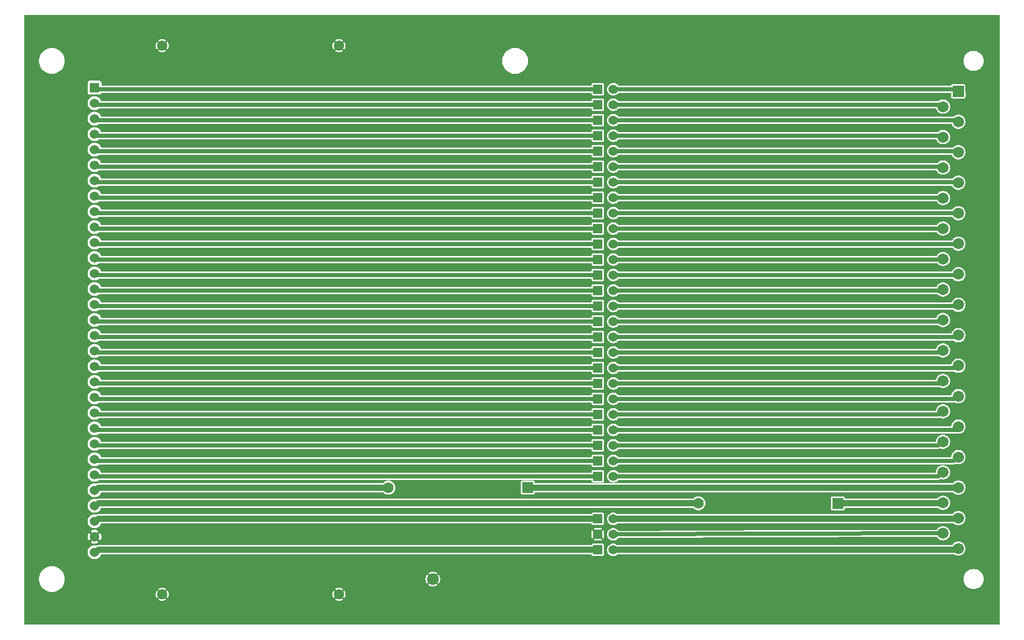
<source format=gbl>
G04 start of page 3 for group 1 idx 1 *
G04 Title: 01.003.00.01.01.pcb, bottom *
G04 Creator: pcb 4.2.0 *
G04 CreationDate: Mon Sep  9 19:57:49 2019 UTC *
G04 For: bert *
G04 Format: Gerber/RS-274X *
G04 PCB-Dimensions (mil): 7086.61 4724.41 *
G04 PCB-Coordinate-Origin: lower left *
%MOIN*%
%FSLAX25Y25*%
%LNGBL*%
%ADD39C,0.1100*%
%ADD38C,0.0520*%
%ADD37C,0.0380*%
%ADD36C,0.0350*%
%ADD35C,0.0460*%
%ADD34C,0.1460*%
%ADD33C,0.0720*%
%ADD32C,0.0600*%
%ADD31C,0.0700*%
%ADD30C,0.0750*%
%ADD29C,0.2760*%
%ADD28C,0.0650*%
%ADD27C,0.0400*%
%ADD26C,0.0250*%
%ADD25C,0.0001*%
G54D25*G36*
X632666Y452756D02*X649606D01*
Y59055D01*
X632666D01*
Y82064D01*
X632676Y82063D01*
X633696Y82143D01*
X634691Y82382D01*
X635636Y82774D01*
X636508Y83308D01*
X637286Y83973D01*
X637951Y84751D01*
X638485Y85623D01*
X638877Y86568D01*
X639116Y87563D01*
X639176Y88583D01*
X639116Y89603D01*
X638877Y90598D01*
X638485Y91543D01*
X637951Y92415D01*
X637286Y93193D01*
X636508Y93858D01*
X635636Y94392D01*
X634691Y94784D01*
X633696Y95023D01*
X632676Y95103D01*
X632666Y95102D01*
Y416709D01*
X632676Y416709D01*
X633696Y416789D01*
X634691Y417028D01*
X635636Y417419D01*
X636508Y417954D01*
X637286Y418618D01*
X637951Y419396D01*
X638485Y420269D01*
X638877Y421214D01*
X639116Y422209D01*
X639176Y423229D01*
X639116Y424249D01*
X638877Y425244D01*
X638485Y426189D01*
X637951Y427061D01*
X637286Y427839D01*
X636508Y428504D01*
X635636Y429038D01*
X634691Y429430D01*
X633696Y429669D01*
X632676Y429749D01*
X632666Y429748D01*
Y452756D01*
G37*
G36*
X579045D02*X632666D01*
Y429748D01*
X631656Y429669D01*
X630661Y429430D01*
X629716Y429038D01*
X628844Y428504D01*
X628066Y427839D01*
X627401Y427061D01*
X626867Y426189D01*
X626475Y425244D01*
X626236Y424249D01*
X626156Y423229D01*
X626236Y422209D01*
X626475Y421214D01*
X626867Y420269D01*
X627401Y419396D01*
X628066Y418618D01*
X628844Y417954D01*
X629716Y417419D01*
X630661Y417028D01*
X631656Y416789D01*
X632666Y416709D01*
Y95102D01*
X631656Y95023D01*
X630661Y94784D01*
X629716Y94392D01*
X628844Y93858D01*
X628066Y93193D01*
X627401Y92415D01*
X626867Y91543D01*
X626475Y90598D01*
X626236Y89603D01*
X626156Y88583D01*
X626236Y87563D01*
X626475Y86568D01*
X626867Y85623D01*
X627401Y84751D01*
X628066Y83973D01*
X628844Y83308D01*
X629716Y82774D01*
X630661Y82382D01*
X631656Y82143D01*
X632666Y82064D01*
Y59055D01*
X579045D01*
Y104441D01*
X620276D01*
X620738Y104158D01*
X621407Y103881D01*
X622111Y103712D01*
X622833Y103655D01*
X623555Y103712D01*
X624259Y103881D01*
X624928Y104158D01*
X625545Y104536D01*
X626096Y105006D01*
X626566Y105557D01*
X626944Y106174D01*
X627221Y106843D01*
X627390Y107547D01*
X627433Y108269D01*
X627390Y108991D01*
X627221Y109695D01*
X626944Y110364D01*
X626566Y110981D01*
X626096Y111532D01*
X625545Y112002D01*
X624928Y112380D01*
X624259Y112657D01*
X623555Y112826D01*
X622833Y112883D01*
X622111Y112826D01*
X621407Y112657D01*
X620738Y112380D01*
X620121Y112002D01*
X619570Y111532D01*
X619100Y110981D01*
X618769Y110441D01*
X579045D01*
Y115754D01*
X608983Y115848D01*
X609258Y115399D01*
X609728Y114848D01*
X610279Y114378D01*
X610896Y114000D01*
X611565Y113723D01*
X612269Y113554D01*
X612991Y113497D01*
X613713Y113554D01*
X614417Y113723D01*
X615086Y114000D01*
X615703Y114378D01*
X616254Y114848D01*
X616724Y115399D01*
X617102Y116016D01*
X617379Y116685D01*
X617548Y117389D01*
X617591Y118111D01*
X617548Y118833D01*
X617379Y119537D01*
X617102Y120206D01*
X616724Y120823D01*
X616254Y121374D01*
X615703Y121844D01*
X615086Y122222D01*
X614417Y122499D01*
X613713Y122668D01*
X612991Y122725D01*
X612269Y122668D01*
X611565Y122499D01*
X610896Y122222D01*
X610279Y121844D01*
X609728Y121374D01*
X609258Y120823D01*
X608967Y120348D01*
X579045Y120254D01*
Y124441D01*
X619863D01*
X620121Y124221D01*
X620738Y123843D01*
X621407Y123566D01*
X622111Y123397D01*
X622833Y123340D01*
X623555Y123397D01*
X624259Y123566D01*
X624928Y123843D01*
X625545Y124221D01*
X626096Y124691D01*
X626566Y125242D01*
X626944Y125859D01*
X627221Y126528D01*
X627390Y127232D01*
X627433Y127954D01*
X627390Y128676D01*
X627221Y129380D01*
X626944Y130049D01*
X626566Y130666D01*
X626096Y131217D01*
X625545Y131687D01*
X624928Y132065D01*
X624259Y132342D01*
X623555Y132511D01*
X622833Y132568D01*
X622111Y132511D01*
X621407Y132342D01*
X620738Y132065D01*
X620121Y131687D01*
X619570Y131217D01*
X619100Y130666D01*
X618962Y130441D01*
X579045D01*
Y134441D01*
X609836D01*
X610279Y134063D01*
X610896Y133685D01*
X611565Y133408D01*
X612269Y133239D01*
X612991Y133182D01*
X613713Y133239D01*
X614417Y133408D01*
X615086Y133685D01*
X615703Y134063D01*
X616254Y134533D01*
X616724Y135084D01*
X617102Y135701D01*
X617379Y136370D01*
X617548Y137074D01*
X617591Y137796D01*
X617548Y138518D01*
X617379Y139222D01*
X617102Y139891D01*
X616724Y140508D01*
X616254Y141059D01*
X615703Y141529D01*
X615086Y141907D01*
X614417Y142184D01*
X613713Y142353D01*
X612991Y142410D01*
X612269Y142353D01*
X611565Y142184D01*
X610896Y141907D01*
X610279Y141529D01*
X609728Y141059D01*
X609258Y140508D01*
X609217Y140441D01*
X579045D01*
Y144441D01*
X619515D01*
X619570Y144376D01*
X620121Y143906D01*
X620738Y143528D01*
X621407Y143251D01*
X622111Y143082D01*
X622833Y143025D01*
X623555Y143082D01*
X624259Y143251D01*
X624928Y143528D01*
X625545Y143906D01*
X626096Y144376D01*
X626566Y144927D01*
X626944Y145544D01*
X627221Y146213D01*
X627390Y146917D01*
X627433Y147639D01*
X627390Y148361D01*
X627221Y149065D01*
X626944Y149734D01*
X626566Y150351D01*
X626096Y150902D01*
X625545Y151372D01*
X624928Y151750D01*
X624259Y152027D01*
X623555Y152196D01*
X622833Y152253D01*
X622111Y152196D01*
X621407Y152027D01*
X620738Y151750D01*
X620121Y151372D01*
X619570Y150902D01*
X619177Y150441D01*
X579045D01*
Y152691D01*
X609912D01*
X610000Y152684D01*
X610353Y152712D01*
X610353Y152712D01*
X610697Y152794D01*
X611025Y152930D01*
X611327Y153115D01*
X611387Y153166D01*
X611565Y153093D01*
X612269Y152924D01*
X612991Y152867D01*
X613713Y152924D01*
X614417Y153093D01*
X615086Y153370D01*
X615703Y153748D01*
X616254Y154218D01*
X616724Y154769D01*
X617102Y155386D01*
X617379Y156055D01*
X617548Y156759D01*
X617591Y157481D01*
X617548Y158203D01*
X617379Y158907D01*
X617102Y159576D01*
X616724Y160193D01*
X616254Y160744D01*
X615703Y161214D01*
X615086Y161592D01*
X614417Y161869D01*
X613713Y162038D01*
X612991Y162095D01*
X612269Y162038D01*
X611565Y161869D01*
X610896Y161592D01*
X610279Y161214D01*
X609728Y160744D01*
X609258Y160193D01*
X608880Y159576D01*
X608603Y158907D01*
X608434Y158203D01*
X608377Y157481D01*
X608400Y157191D01*
X579045D01*
Y162691D01*
X619912D01*
X620000Y162684D01*
X620353Y162712D01*
X620353Y162712D01*
X620697Y162794D01*
X621025Y162930D01*
X621184Y163028D01*
X621407Y162936D01*
X622111Y162767D01*
X622833Y162710D01*
X623555Y162767D01*
X624259Y162936D01*
X624928Y163213D01*
X625545Y163591D01*
X626096Y164061D01*
X626566Y164612D01*
X626944Y165229D01*
X627221Y165898D01*
X627390Y166602D01*
X627433Y167324D01*
X627390Y168046D01*
X627221Y168750D01*
X626944Y169419D01*
X626566Y170036D01*
X626096Y170587D01*
X625545Y171057D01*
X624928Y171435D01*
X624259Y171712D01*
X623555Y171881D01*
X622833Y171938D01*
X622111Y171881D01*
X621407Y171712D01*
X620738Y171435D01*
X620121Y171057D01*
X619570Y170587D01*
X619100Y170036D01*
X618722Y169419D01*
X618445Y168750D01*
X618276Y168046D01*
X618219Y167324D01*
X618229Y167191D01*
X579045D01*
Y172691D01*
X609912D01*
X610000Y172684D01*
X610353Y172712D01*
X610353Y172712D01*
X610697Y172794D01*
X611025Y172930D01*
X611094Y172973D01*
X611565Y172777D01*
X612269Y172608D01*
X612991Y172552D01*
X613713Y172608D01*
X614417Y172777D01*
X615086Y173054D01*
X615703Y173433D01*
X616254Y173903D01*
X616724Y174454D01*
X617102Y175071D01*
X617379Y175740D01*
X617548Y176444D01*
X617591Y177166D01*
X617548Y177888D01*
X617379Y178592D01*
X617102Y179261D01*
X616724Y179878D01*
X616254Y180428D01*
X615703Y180899D01*
X615086Y181277D01*
X614417Y181554D01*
X613713Y181723D01*
X612991Y181780D01*
X612269Y181723D01*
X611565Y181554D01*
X610896Y181277D01*
X610279Y180899D01*
X609728Y180428D01*
X609258Y179878D01*
X608880Y179261D01*
X608603Y178592D01*
X608434Y177888D01*
X608379Y177191D01*
X579045D01*
Y182691D01*
X621237D01*
X621407Y182621D01*
X622111Y182452D01*
X622833Y182395D01*
X623555Y182452D01*
X624259Y182621D01*
X624928Y182898D01*
X625545Y183276D01*
X626096Y183746D01*
X626566Y184297D01*
X626944Y184914D01*
X627221Y185583D01*
X627390Y186287D01*
X627433Y187009D01*
X627390Y187731D01*
X627221Y188435D01*
X626944Y189104D01*
X626566Y189721D01*
X626096Y190272D01*
X625545Y190742D01*
X624928Y191120D01*
X624259Y191397D01*
X623555Y191566D01*
X622833Y191623D01*
X622111Y191566D01*
X621407Y191397D01*
X620738Y191120D01*
X620121Y190742D01*
X619570Y190272D01*
X619100Y189721D01*
X618722Y189104D01*
X618445Y188435D01*
X618276Y187731D01*
X618233Y187191D01*
X579045D01*
Y192691D01*
X609912D01*
X610000Y192684D01*
X610353Y192712D01*
X610353Y192712D01*
X610697Y192794D01*
X610763Y192821D01*
X610896Y192740D01*
X611565Y192462D01*
X612269Y192293D01*
X612991Y192237D01*
X613713Y192293D01*
X614417Y192462D01*
X615086Y192740D01*
X615703Y193118D01*
X616254Y193588D01*
X616724Y194139D01*
X617102Y194756D01*
X617379Y195425D01*
X617548Y196129D01*
X617591Y196851D01*
X617548Y197573D01*
X617379Y198277D01*
X617102Y198946D01*
X616724Y199563D01*
X616254Y200114D01*
X615703Y200584D01*
X615086Y200962D01*
X614417Y201239D01*
X613713Y201408D01*
X612991Y201465D01*
X612269Y201408D01*
X611565Y201239D01*
X610896Y200962D01*
X610279Y200584D01*
X609728Y200114D01*
X609258Y199563D01*
X608880Y198946D01*
X608603Y198277D01*
X608434Y197573D01*
X608404Y197191D01*
X579045D01*
Y202691D01*
X619912D01*
X620000Y202684D01*
X620353Y202712D01*
X620353Y202712D01*
X620478Y202742D01*
X620738Y202583D01*
X621407Y202306D01*
X622111Y202137D01*
X622833Y202080D01*
X623555Y202137D01*
X624259Y202306D01*
X624928Y202583D01*
X625545Y202961D01*
X626096Y203431D01*
X626566Y203982D01*
X626944Y204599D01*
X627221Y205268D01*
X627390Y205972D01*
X627433Y206694D01*
X627390Y207416D01*
X627221Y208120D01*
X626944Y208789D01*
X626566Y209406D01*
X626096Y209957D01*
X625545Y210427D01*
X624928Y210805D01*
X624259Y211082D01*
X623555Y211251D01*
X622833Y211308D01*
X622111Y211251D01*
X621407Y211082D01*
X620738Y210805D01*
X620121Y210427D01*
X619570Y209957D01*
X619100Y209406D01*
X618722Y208789D01*
X618445Y208120D01*
X618276Y207416D01*
X618258Y207191D01*
X579045D01*
Y212691D01*
X610463D01*
X610896Y212426D01*
X611565Y212149D01*
X612269Y211980D01*
X612991Y211923D01*
X613713Y211980D01*
X614417Y212149D01*
X615086Y212426D01*
X615703Y212804D01*
X616254Y213274D01*
X616724Y213825D01*
X617102Y214442D01*
X617379Y215111D01*
X617548Y215815D01*
X617591Y216537D01*
X617548Y217259D01*
X617379Y217963D01*
X617102Y218632D01*
X616724Y219249D01*
X616254Y219800D01*
X615703Y220270D01*
X615086Y220648D01*
X614417Y220925D01*
X613713Y221094D01*
X612991Y221151D01*
X612269Y221094D01*
X611565Y220925D01*
X610896Y220648D01*
X610279Y220270D01*
X609728Y219800D01*
X609258Y219249D01*
X608880Y218632D01*
X608603Y217963D01*
X608434Y217259D01*
X608428Y217191D01*
X579045D01*
Y222691D01*
X620068D01*
X620121Y222646D01*
X620738Y222268D01*
X621407Y221991D01*
X622111Y221822D01*
X622833Y221765D01*
X623555Y221822D01*
X624259Y221991D01*
X624928Y222268D01*
X625545Y222646D01*
X626096Y223116D01*
X626566Y223667D01*
X626944Y224284D01*
X627221Y224953D01*
X627390Y225657D01*
X627433Y226379D01*
X627390Y227101D01*
X627221Y227805D01*
X626944Y228474D01*
X626566Y229091D01*
X626096Y229642D01*
X625545Y230112D01*
X624928Y230490D01*
X624259Y230767D01*
X623555Y230936D01*
X622833Y230993D01*
X622111Y230936D01*
X621407Y230767D01*
X620738Y230490D01*
X620121Y230112D01*
X619570Y229642D01*
X619100Y229091D01*
X618722Y228474D01*
X618445Y227805D01*
X618297Y227191D01*
X579045D01*
Y232691D01*
X610042D01*
X610279Y232489D01*
X610896Y232111D01*
X611565Y231834D01*
X612269Y231665D01*
X612991Y231608D01*
X613713Y231665D01*
X614417Y231834D01*
X615086Y232111D01*
X615703Y232489D01*
X616254Y232959D01*
X616724Y233510D01*
X617102Y234127D01*
X617379Y234796D01*
X617548Y235500D01*
X617591Y236222D01*
X617548Y236944D01*
X617379Y237648D01*
X617102Y238317D01*
X616724Y238934D01*
X616254Y239485D01*
X615703Y239955D01*
X615086Y240333D01*
X614417Y240610D01*
X613713Y240779D01*
X612991Y240836D01*
X612269Y240779D01*
X611565Y240610D01*
X610896Y240333D01*
X610279Y239955D01*
X609728Y239485D01*
X609258Y238934D01*
X608880Y238317D01*
X608603Y237648D01*
X608493Y237191D01*
X579045D01*
Y242691D01*
X619699D01*
X620121Y242331D01*
X620738Y241953D01*
X621407Y241676D01*
X622111Y241507D01*
X622833Y241450D01*
X623555Y241507D01*
X624259Y241676D01*
X624928Y241953D01*
X625545Y242331D01*
X626096Y242801D01*
X626566Y243352D01*
X626944Y243969D01*
X627221Y244638D01*
X627390Y245342D01*
X627433Y246064D01*
X627390Y246786D01*
X627221Y247490D01*
X626944Y248159D01*
X626566Y248776D01*
X626096Y249327D01*
X625545Y249797D01*
X624928Y250175D01*
X624259Y250452D01*
X623555Y250621D01*
X622833Y250678D01*
X622111Y250621D01*
X621407Y250452D01*
X620738Y250175D01*
X620121Y249797D01*
X619570Y249327D01*
X619100Y248776D01*
X618722Y248159D01*
X618445Y247490D01*
X618373Y247191D01*
X579045D01*
Y252691D01*
X609688D01*
X609728Y252644D01*
X610279Y252174D01*
X610896Y251796D01*
X611565Y251519D01*
X612269Y251350D01*
X612991Y251293D01*
X613713Y251350D01*
X614417Y251519D01*
X615086Y251796D01*
X615703Y252174D01*
X616254Y252644D01*
X616724Y253195D01*
X617102Y253812D01*
X617379Y254481D01*
X617548Y255185D01*
X617591Y255907D01*
X617548Y256629D01*
X617379Y257333D01*
X617102Y258002D01*
X616724Y258619D01*
X616254Y259170D01*
X615703Y259640D01*
X615086Y260018D01*
X614417Y260295D01*
X613713Y260464D01*
X612991Y260521D01*
X612269Y260464D01*
X611565Y260295D01*
X610896Y260018D01*
X610279Y259640D01*
X609728Y259170D01*
X609258Y258619D01*
X608880Y258002D01*
X608603Y257333D01*
X608569Y257191D01*
X579045D01*
Y262691D01*
X619395D01*
X619570Y262486D01*
X620121Y262016D01*
X620738Y261638D01*
X621407Y261361D01*
X622111Y261192D01*
X622833Y261135D01*
X623555Y261192D01*
X624259Y261361D01*
X624928Y261638D01*
X625545Y262016D01*
X626096Y262486D01*
X626566Y263037D01*
X626944Y263654D01*
X627221Y264323D01*
X627390Y265027D01*
X627433Y265749D01*
X627390Y266471D01*
X627221Y267175D01*
X626944Y267844D01*
X626566Y268461D01*
X626096Y269012D01*
X625545Y269482D01*
X624928Y269860D01*
X624259Y270137D01*
X623555Y270306D01*
X622833Y270363D01*
X622111Y270306D01*
X621407Y270137D01*
X620738Y269860D01*
X620121Y269482D01*
X619570Y269012D01*
X619100Y268461D01*
X618722Y267844D01*
X618451Y267191D01*
X579045D01*
Y272691D01*
X609418D01*
X609728Y272328D01*
X610279Y271858D01*
X610896Y271480D01*
X611565Y271203D01*
X612269Y271034D01*
X612991Y270977D01*
X613713Y271034D01*
X614417Y271203D01*
X615086Y271480D01*
X615703Y271858D01*
X616254Y272328D01*
X616724Y272879D01*
X617102Y273496D01*
X617379Y274165D01*
X617548Y274869D01*
X617591Y275591D01*
X617548Y276313D01*
X617379Y277017D01*
X617102Y277686D01*
X616724Y278303D01*
X616254Y278854D01*
X615703Y279324D01*
X615086Y279702D01*
X614417Y279979D01*
X613713Y280148D01*
X612991Y280205D01*
X612269Y280148D01*
X611565Y279979D01*
X610896Y279702D01*
X610279Y279324D01*
X609728Y278854D01*
X609258Y278303D01*
X608880Y277686D01*
X608675Y277191D01*
X579045D01*
Y282691D01*
X619126D01*
X619570Y282171D01*
X620121Y281701D01*
X620738Y281323D01*
X621407Y281046D01*
X622111Y280877D01*
X622833Y280820D01*
X623555Y280877D01*
X624259Y281046D01*
X624928Y281323D01*
X625545Y281701D01*
X626096Y282171D01*
X626566Y282722D01*
X626944Y283339D01*
X627221Y284008D01*
X627390Y284712D01*
X627433Y285434D01*
X627390Y286156D01*
X627221Y286860D01*
X626944Y287529D01*
X626566Y288146D01*
X626096Y288697D01*
X625545Y289167D01*
X624928Y289545D01*
X624259Y289822D01*
X623555Y289991D01*
X622833Y290048D01*
X622111Y289991D01*
X621407Y289822D01*
X620738Y289545D01*
X620121Y289167D01*
X619570Y288697D01*
X619100Y288146D01*
X618722Y287529D01*
X618582Y287191D01*
X579045D01*
Y292691D01*
X609180D01*
X609258Y292564D01*
X609728Y292013D01*
X610279Y291543D01*
X610896Y291165D01*
X611565Y290888D01*
X612269Y290719D01*
X612991Y290662D01*
X613713Y290719D01*
X614417Y290888D01*
X615086Y291165D01*
X615703Y291543D01*
X616254Y292013D01*
X616724Y292564D01*
X617102Y293181D01*
X617379Y293850D01*
X617548Y294554D01*
X617591Y295276D01*
X617548Y295998D01*
X617379Y296702D01*
X617102Y297371D01*
X616724Y297988D01*
X616254Y298539D01*
X615703Y299009D01*
X615086Y299387D01*
X614417Y299664D01*
X613713Y299833D01*
X612991Y299890D01*
X612269Y299833D01*
X611565Y299664D01*
X610896Y299387D01*
X610279Y299009D01*
X609728Y298539D01*
X609258Y297988D01*
X608880Y297371D01*
X608805Y297191D01*
X579045D01*
Y302691D01*
X618926D01*
X619100Y302407D01*
X619570Y301856D01*
X620121Y301386D01*
X620738Y301008D01*
X621407Y300731D01*
X622111Y300562D01*
X622833Y300505D01*
X623555Y300562D01*
X624259Y300731D01*
X624928Y301008D01*
X625545Y301386D01*
X626096Y301856D01*
X626566Y302407D01*
X626944Y303024D01*
X627221Y303693D01*
X627390Y304397D01*
X627433Y305119D01*
X627390Y305841D01*
X627221Y306545D01*
X626944Y307214D01*
X626566Y307831D01*
X626096Y308382D01*
X625545Y308852D01*
X624928Y309230D01*
X624259Y309507D01*
X623555Y309676D01*
X622833Y309733D01*
X622111Y309676D01*
X621407Y309507D01*
X620738Y309230D01*
X620121Y308852D01*
X619570Y308382D01*
X619100Y307831D01*
X618722Y307214D01*
X618712Y307191D01*
X579045D01*
Y312691D01*
X608987D01*
X609258Y312249D01*
X609728Y311698D01*
X610279Y311228D01*
X610896Y310850D01*
X611565Y310573D01*
X612269Y310404D01*
X612991Y310347D01*
X613713Y310404D01*
X614417Y310573D01*
X615086Y310850D01*
X615703Y311228D01*
X616254Y311698D01*
X616724Y312249D01*
X617102Y312866D01*
X617379Y313535D01*
X617548Y314239D01*
X617591Y314961D01*
X617548Y315683D01*
X617379Y316387D01*
X617102Y317056D01*
X616724Y317673D01*
X616254Y318224D01*
X615703Y318694D01*
X615086Y319072D01*
X614417Y319349D01*
X613713Y319518D01*
X612991Y319575D01*
X612269Y319518D01*
X611565Y319349D01*
X610896Y319072D01*
X610279Y318694D01*
X609728Y318224D01*
X609258Y317673D01*
X608963Y317191D01*
X579045D01*
Y322691D01*
X618733D01*
X619100Y322092D01*
X619570Y321541D01*
X620121Y321071D01*
X620738Y320693D01*
X621407Y320416D01*
X622111Y320247D01*
X622833Y320190D01*
X623555Y320247D01*
X624259Y320416D01*
X624928Y320693D01*
X625545Y321071D01*
X626096Y321541D01*
X626566Y322092D01*
X626944Y322709D01*
X627221Y323378D01*
X627390Y324082D01*
X627433Y324804D01*
X627390Y325526D01*
X627221Y326230D01*
X626944Y326899D01*
X626566Y327516D01*
X626096Y328067D01*
X625545Y328537D01*
X624928Y328915D01*
X624259Y329192D01*
X623555Y329361D01*
X622833Y329418D01*
X622111Y329361D01*
X621407Y329192D01*
X620738Y328915D01*
X620121Y328537D01*
X619570Y328067D01*
X619100Y327516D01*
X618901Y327191D01*
X579045D01*
Y332691D01*
X608822D01*
X608880Y332551D01*
X609258Y331934D01*
X609728Y331383D01*
X610279Y330913D01*
X610896Y330535D01*
X611565Y330258D01*
X612269Y330089D01*
X612991Y330032D01*
X613713Y330089D01*
X614417Y330258D01*
X615086Y330535D01*
X615703Y330913D01*
X616254Y331383D01*
X616724Y331934D01*
X617102Y332551D01*
X617379Y333220D01*
X617548Y333924D01*
X617591Y334646D01*
X617548Y335368D01*
X617379Y336072D01*
X617102Y336741D01*
X616724Y337358D01*
X616254Y337909D01*
X615703Y338379D01*
X615086Y338757D01*
X614417Y339034D01*
X613713Y339203D01*
X612991Y339260D01*
X612269Y339203D01*
X611565Y339034D01*
X610896Y338757D01*
X610279Y338379D01*
X609728Y337909D01*
X609258Y337358D01*
X609156Y337191D01*
X579045D01*
Y342691D01*
X618599D01*
X618722Y342394D01*
X619100Y341777D01*
X619570Y341226D01*
X620121Y340756D01*
X620738Y340378D01*
X621407Y340101D01*
X622111Y339932D01*
X622833Y339875D01*
X623555Y339932D01*
X624259Y340101D01*
X624928Y340378D01*
X625545Y340756D01*
X626096Y341226D01*
X626566Y341777D01*
X626944Y342394D01*
X627221Y343063D01*
X627390Y343767D01*
X627433Y344489D01*
X627390Y345211D01*
X627221Y345915D01*
X626944Y346584D01*
X626566Y347201D01*
X626096Y347752D01*
X625545Y348222D01*
X624928Y348600D01*
X624259Y348877D01*
X623555Y349046D01*
X622833Y349103D01*
X622111Y349046D01*
X621407Y348877D01*
X620738Y348600D01*
X620121Y348222D01*
X619570Y347752D01*
X619100Y347201D01*
X619094Y347191D01*
X579045D01*
Y352691D01*
X608691D01*
X608880Y352236D01*
X609258Y351619D01*
X609728Y351068D01*
X610279Y350598D01*
X610896Y350220D01*
X611565Y349943D01*
X612269Y349774D01*
X612991Y349717D01*
X613713Y349774D01*
X614417Y349943D01*
X615086Y350220D01*
X615703Y350598D01*
X616254Y351068D01*
X616724Y351619D01*
X617102Y352236D01*
X617379Y352905D01*
X617548Y353609D01*
X617591Y354331D01*
X617548Y355053D01*
X617379Y355757D01*
X617102Y356426D01*
X616724Y357043D01*
X616254Y357594D01*
X615703Y358064D01*
X615086Y358442D01*
X614417Y358719D01*
X613713Y358888D01*
X612991Y358945D01*
X612269Y358888D01*
X611565Y358719D01*
X610896Y358442D01*
X610279Y358064D01*
X609728Y357594D01*
X609384Y357191D01*
X579045D01*
Y362691D01*
X618468D01*
X618722Y362079D01*
X619100Y361462D01*
X619570Y360911D01*
X620121Y360441D01*
X620738Y360063D01*
X621407Y359786D01*
X622111Y359617D01*
X622833Y359560D01*
X623555Y359617D01*
X624259Y359786D01*
X624928Y360063D01*
X625545Y360441D01*
X626096Y360911D01*
X626566Y361462D01*
X626944Y362079D01*
X627221Y362748D01*
X627390Y363452D01*
X627433Y364174D01*
X627390Y364896D01*
X627221Y365600D01*
X626944Y366269D01*
X626566Y366886D01*
X626096Y367437D01*
X625545Y367907D01*
X624928Y368285D01*
X624259Y368562D01*
X623555Y368731D01*
X622833Y368788D01*
X622111Y368731D01*
X621407Y368562D01*
X620738Y368285D01*
X620121Y367907D01*
X619570Y367437D01*
X619360Y367191D01*
X579045D01*
Y372691D01*
X608579D01*
X608603Y372591D01*
X608880Y371922D01*
X609258Y371305D01*
X609728Y370754D01*
X610279Y370284D01*
X610896Y369906D01*
X611565Y369629D01*
X612269Y369460D01*
X612991Y369403D01*
X613713Y369460D01*
X614417Y369629D01*
X615086Y369906D01*
X615703Y370284D01*
X616254Y370754D01*
X616724Y371305D01*
X617102Y371922D01*
X617379Y372591D01*
X617548Y373295D01*
X617591Y374017D01*
X617548Y374739D01*
X617379Y375443D01*
X617102Y376112D01*
X616724Y376729D01*
X616254Y377280D01*
X615703Y377750D01*
X615086Y378128D01*
X614417Y378405D01*
X613713Y378574D01*
X612991Y378631D01*
X612269Y378574D01*
X611565Y378405D01*
X610896Y378128D01*
X610279Y377750D01*
X609728Y377280D01*
X609653Y377191D01*
X579045D01*
Y382691D01*
X618383D01*
X618445Y382433D01*
X618722Y381764D01*
X619100Y381147D01*
X619570Y380596D01*
X620121Y380126D01*
X620738Y379748D01*
X621407Y379471D01*
X622111Y379302D01*
X622833Y379245D01*
X623555Y379302D01*
X624259Y379471D01*
X624928Y379748D01*
X625545Y380126D01*
X626096Y380596D01*
X626566Y381147D01*
X626944Y381764D01*
X627221Y382433D01*
X627390Y383137D01*
X627433Y383859D01*
X627390Y384581D01*
X627234Y385232D01*
X627229Y385294D01*
X627146Y385638D01*
X627011Y385966D01*
X626826Y386268D01*
X626596Y386537D01*
X626577Y386553D01*
X626566Y386571D01*
X626096Y387122D01*
X625545Y387592D01*
X624928Y387970D01*
X624259Y388247D01*
X623555Y388416D01*
X622833Y388473D01*
X622111Y388416D01*
X621407Y388247D01*
X620738Y387970D01*
X620121Y387592D01*
X619651Y387191D01*
X579045D01*
Y392691D01*
X608503D01*
X608603Y392276D01*
X608880Y391607D01*
X609258Y390990D01*
X609728Y390439D01*
X610279Y389969D01*
X610896Y389591D01*
X611565Y389314D01*
X612269Y389145D01*
X612991Y389088D01*
X613713Y389145D01*
X614417Y389314D01*
X615086Y389591D01*
X615703Y389969D01*
X616254Y390439D01*
X616724Y390990D01*
X617102Y391607D01*
X617379Y392276D01*
X617548Y392980D01*
X617591Y393702D01*
X617548Y394424D01*
X617379Y395128D01*
X617102Y395797D01*
X616724Y396414D01*
X616254Y396965D01*
X615703Y397435D01*
X615086Y397813D01*
X614417Y398090D01*
X613713Y398259D01*
X612991Y398316D01*
X612269Y398259D01*
X611565Y398090D01*
X610896Y397813D01*
X610279Y397435D01*
X610001Y397198D01*
X610000Y397198D01*
X609912Y397191D01*
X579045D01*
Y402691D01*
X618239D01*
X618242Y399787D01*
X618279Y399634D01*
X618339Y399489D01*
X618421Y399354D01*
X618524Y399235D01*
X618643Y399133D01*
X618778Y399050D01*
X618923Y398990D01*
X619076Y398953D01*
X619233Y398944D01*
X626590Y398953D01*
X626743Y398990D01*
X626888Y399050D01*
X627023Y399133D01*
X627142Y399235D01*
X627245Y399354D01*
X627327Y399489D01*
X627387Y399634D01*
X627424Y399787D01*
X627433Y399944D01*
X627424Y407301D01*
X627387Y407454D01*
X627327Y407599D01*
X627245Y407734D01*
X627142Y407853D01*
X627023Y407956D01*
X626888Y408038D01*
X626743Y408098D01*
X626590Y408135D01*
X626433Y408144D01*
X619076Y408135D01*
X618923Y408098D01*
X618778Y408038D01*
X618643Y407956D01*
X618524Y407853D01*
X618421Y407734D01*
X618339Y407599D01*
X618279Y407454D01*
X618242Y407301D01*
X618236Y407191D01*
X579045D01*
Y452756D01*
G37*
G36*
Y397191D02*X511710D01*
Y402691D01*
X579045D01*
Y397191D01*
G37*
G36*
Y387191D02*X511710D01*
Y392691D01*
X579045D01*
Y387191D01*
G37*
G36*
Y377191D02*X511710D01*
Y382691D01*
X579045D01*
Y377191D01*
G37*
G36*
Y367191D02*X511710D01*
Y372691D01*
X579045D01*
Y367191D01*
G37*
G36*
Y357191D02*X511710D01*
Y362691D01*
X579045D01*
Y357191D01*
G37*
G36*
Y347191D02*X511710D01*
Y352691D01*
X579045D01*
Y347191D01*
G37*
G36*
Y337191D02*X511710D01*
Y342691D01*
X579045D01*
Y337191D01*
G37*
G36*
Y327191D02*X511710D01*
Y332691D01*
X579045D01*
Y327191D01*
G37*
G36*
Y317191D02*X511710D01*
Y322691D01*
X579045D01*
Y317191D01*
G37*
G36*
Y307191D02*X511710D01*
Y312691D01*
X579045D01*
Y307191D01*
G37*
G36*
Y297191D02*X511710D01*
Y302691D01*
X579045D01*
Y297191D01*
G37*
G36*
Y287191D02*X511710D01*
Y292691D01*
X579045D01*
Y287191D01*
G37*
G36*
Y277191D02*X511710D01*
Y282691D01*
X579045D01*
Y277191D01*
G37*
G36*
Y267191D02*X511710D01*
Y272691D01*
X579045D01*
Y267191D01*
G37*
G36*
Y257191D02*X511710D01*
Y262691D01*
X579045D01*
Y257191D01*
G37*
G36*
Y247191D02*X511710D01*
Y252691D01*
X579045D01*
Y247191D01*
G37*
G36*
Y237191D02*X511710D01*
Y242691D01*
X579045D01*
Y237191D01*
G37*
G36*
Y227191D02*X511710D01*
Y232691D01*
X579045D01*
Y227191D01*
G37*
G36*
Y217191D02*X511710D01*
Y222691D01*
X579045D01*
Y217191D01*
G37*
G36*
Y207191D02*X511710D01*
Y212691D01*
X579045D01*
Y207191D01*
G37*
G36*
Y197191D02*X511710D01*
Y202691D01*
X579045D01*
Y197191D01*
G37*
G36*
Y187191D02*X511710D01*
Y192691D01*
X579045D01*
Y187191D01*
G37*
G36*
Y177191D02*X511710D01*
Y182691D01*
X579045D01*
Y177191D01*
G37*
G36*
Y167191D02*X511710D01*
Y172691D01*
X579045D01*
Y167191D01*
G37*
G36*
Y157191D02*X511710D01*
Y162691D01*
X579045D01*
Y157191D01*
G37*
G36*
Y150441D02*X511710D01*
Y152691D01*
X579045D01*
Y150441D01*
G37*
G36*
Y130441D02*X511710D01*
Y144441D01*
X579045D01*
Y140441D01*
X549492D01*
X549491Y141098D01*
X549454Y141251D01*
X549394Y141396D01*
X549312Y141531D01*
X549209Y141650D01*
X549090Y141752D01*
X548955Y141835D01*
X548810Y141895D01*
X548657Y141932D01*
X548500Y141941D01*
X541343Y141932D01*
X541190Y141895D01*
X541045Y141835D01*
X540910Y141752D01*
X540791Y141650D01*
X540688Y141531D01*
X540606Y141396D01*
X540546Y141251D01*
X540509Y141098D01*
X540500Y140941D01*
X540509Y133784D01*
X540546Y133631D01*
X540606Y133486D01*
X540688Y133351D01*
X540791Y133232D01*
X540910Y133129D01*
X541045Y133047D01*
X541190Y132987D01*
X541343Y132950D01*
X541500Y132941D01*
X548657Y132950D01*
X548810Y132987D01*
X548955Y133047D01*
X549090Y133129D01*
X549209Y133232D01*
X549312Y133351D01*
X549394Y133486D01*
X549454Y133631D01*
X549491Y133784D01*
X549500Y133941D01*
X549499Y134441D01*
X579045D01*
Y130441D01*
G37*
G36*
Y120254D02*X511710Y120042D01*
Y124441D01*
X579045D01*
Y120254D01*
G37*
G36*
Y110441D02*X511710D01*
Y115542D01*
X579045Y115754D01*
Y110441D01*
G37*
G36*
Y59055D02*X511710D01*
Y104441D01*
X579045D01*
Y59055D01*
G37*
G36*
X511710Y452756D02*X579045D01*
Y407191D01*
X511710D01*
Y452756D01*
G37*
G36*
X393500Y144441D02*X511710D01*
Y130441D01*
X402646D01*
X402358Y130687D01*
X401822Y131016D01*
X401240Y131257D01*
X400628Y131404D01*
X400000Y131453D01*
X399372Y131404D01*
X398760Y131257D01*
X398178Y131016D01*
X397642Y130687D01*
X397163Y130278D01*
X396754Y129799D01*
X396425Y129263D01*
X396184Y128681D01*
X396037Y128069D01*
X395988Y127441D01*
X396037Y126813D01*
X396184Y126201D01*
X396425Y125619D01*
X396754Y125083D01*
X397163Y124604D01*
X397642Y124195D01*
X398178Y123866D01*
X398760Y123625D01*
X399372Y123478D01*
X400000Y123429D01*
X400628Y123478D01*
X401240Y123625D01*
X401822Y123866D01*
X402358Y124195D01*
X402646Y124441D01*
X511710D01*
Y120042D01*
X403306Y119701D01*
X403246Y119799D01*
X402837Y120278D01*
X402358Y120687D01*
X401822Y121016D01*
X401240Y121257D01*
X400628Y121404D01*
X400000Y121453D01*
X399372Y121404D01*
X398760Y121257D01*
X398178Y121016D01*
X397642Y120687D01*
X397163Y120278D01*
X396754Y119799D01*
X396425Y119263D01*
X396184Y118681D01*
X396037Y118069D01*
X395988Y117441D01*
X396037Y116813D01*
X396184Y116201D01*
X396425Y115619D01*
X396754Y115083D01*
X397163Y114604D01*
X397642Y114195D01*
X398178Y113866D01*
X398760Y113625D01*
X399372Y113478D01*
X400000Y113429D01*
X400628Y113478D01*
X401240Y113625D01*
X401822Y113866D01*
X402358Y114195D01*
X402837Y114604D01*
X403246Y115083D01*
X403319Y115201D01*
X511710Y115542D01*
Y110441D01*
X402646D01*
X402358Y110687D01*
X401822Y111016D01*
X401240Y111257D01*
X400628Y111404D01*
X400000Y111453D01*
X399372Y111404D01*
X398760Y111257D01*
X398178Y111016D01*
X397642Y110687D01*
X397163Y110278D01*
X396754Y109799D01*
X396425Y109263D01*
X396184Y108681D01*
X396037Y108069D01*
X395988Y107441D01*
X396037Y106813D01*
X396184Y106201D01*
X396425Y105619D01*
X396754Y105083D01*
X397163Y104604D01*
X397642Y104195D01*
X398178Y103866D01*
X398760Y103625D01*
X399372Y103478D01*
X400000Y103429D01*
X400628Y103478D01*
X401240Y103625D01*
X401822Y103866D01*
X402358Y104195D01*
X402646Y104441D01*
X511710D01*
Y59055D01*
X393500D01*
Y103575D01*
X393590Y103629D01*
X393709Y103732D01*
X393812Y103851D01*
X393894Y103986D01*
X393954Y104131D01*
X393991Y104284D01*
X394000Y104441D01*
X393991Y110598D01*
X393954Y110751D01*
X393894Y110896D01*
X393812Y111031D01*
X393709Y111150D01*
X393590Y111252D01*
X393500Y111307D01*
Y114939D01*
X393578Y114946D01*
X393655Y114964D01*
X393728Y114994D01*
X393795Y115035D01*
X393855Y115086D01*
X393906Y115146D01*
X393947Y115213D01*
X393977Y115286D01*
X393995Y115362D01*
X394000Y115441D01*
Y119441D01*
X393995Y119519D01*
X393977Y119596D01*
X393947Y119669D01*
X393906Y119736D01*
X393855Y119796D01*
X393795Y119847D01*
X393728Y119888D01*
X393655Y119918D01*
X393578Y119936D01*
X393500Y119942D01*
Y123575D01*
X393590Y123629D01*
X393709Y123732D01*
X393812Y123851D01*
X393894Y123986D01*
X393954Y124131D01*
X393991Y124284D01*
X394000Y124441D01*
X393991Y130598D01*
X393954Y130751D01*
X393894Y130896D01*
X393812Y131031D01*
X393709Y131150D01*
X393590Y131252D01*
X393500Y131307D01*
Y134441D01*
X451644D01*
X451808Y134249D01*
X452347Y133789D01*
X452951Y133419D01*
X453605Y133148D01*
X454294Y132983D01*
X455000Y132927D01*
X455706Y132983D01*
X456395Y133148D01*
X457049Y133419D01*
X457653Y133789D01*
X458192Y134249D01*
X458652Y134788D01*
X459022Y135392D01*
X459293Y136046D01*
X459458Y136735D01*
X459500Y137441D01*
X459458Y138147D01*
X459293Y138836D01*
X459022Y139490D01*
X458652Y140094D01*
X458192Y140633D01*
X457653Y141093D01*
X457049Y141463D01*
X456395Y141734D01*
X455706Y141899D01*
X455000Y141955D01*
X454294Y141899D01*
X453605Y141734D01*
X452951Y141463D01*
X452347Y141093D01*
X451808Y140633D01*
X451644Y140441D01*
X393500D01*
Y144441D01*
G37*
G36*
Y131307D02*X393455Y131335D01*
X393310Y131395D01*
X393157Y131432D01*
X393000Y131441D01*
X390000Y131436D01*
Y134441D01*
X393500D01*
Y131307D01*
G37*
G36*
Y111307D02*X393455Y111335D01*
X393310Y111395D01*
X393157Y111432D01*
X393000Y111441D01*
X390000Y111436D01*
Y113441D01*
X392000D01*
X392078Y113446D01*
X392155Y113464D01*
X392228Y113494D01*
X392295Y113535D01*
X392355Y113586D01*
X392406Y113646D01*
X392447Y113713D01*
X392477Y113786D01*
X392495Y113862D01*
X392502Y113941D01*
X392495Y114019D01*
X392477Y114096D01*
X392447Y114169D01*
X392406Y114236D01*
X392355Y114296D01*
X392295Y114347D01*
X392228Y114388D01*
X392155Y114418D01*
X392078Y114436D01*
X392000Y114441D01*
X390000D01*
Y120441D01*
X392000D01*
X392078Y120446D01*
X392155Y120464D01*
X392228Y120494D01*
X392295Y120535D01*
X392355Y120586D01*
X392406Y120646D01*
X392447Y120713D01*
X392477Y120786D01*
X392495Y120862D01*
X392502Y120941D01*
X392495Y121019D01*
X392477Y121096D01*
X392447Y121169D01*
X392406Y121236D01*
X392355Y121296D01*
X392295Y121347D01*
X392228Y121388D01*
X392155Y121418D01*
X392078Y121436D01*
X392000Y121441D01*
X390000D01*
Y123445D01*
X393157Y123450D01*
X393310Y123487D01*
X393455Y123547D01*
X393500Y123575D01*
Y119942D01*
X393422Y119936D01*
X393345Y119918D01*
X393272Y119888D01*
X393205Y119847D01*
X393145Y119796D01*
X393094Y119736D01*
X393053Y119669D01*
X393023Y119596D01*
X393005Y119519D01*
X393000Y119441D01*
Y115441D01*
X393005Y115362D01*
X393023Y115286D01*
X393053Y115213D01*
X393094Y115146D01*
X393145Y115086D01*
X393205Y115035D01*
X393272Y114994D01*
X393345Y114964D01*
X393422Y114946D01*
X393500Y114939D01*
Y111307D01*
G37*
G36*
Y59055D02*X390000D01*
Y103445D01*
X393157Y103450D01*
X393310Y103487D01*
X393455Y103547D01*
X393500Y103575D01*
Y59055D01*
G37*
G36*
X390000Y144441D02*X393500D01*
Y140441D01*
X390000D01*
Y144441D01*
G37*
G36*
Y452756D02*X511710D01*
Y407191D01*
X403312D01*
X403246Y407299D01*
X402837Y407778D01*
X402358Y408187D01*
X401822Y408516D01*
X401240Y408757D01*
X400628Y408904D01*
X400000Y408953D01*
X399372Y408904D01*
X398760Y408757D01*
X398178Y408516D01*
X397642Y408187D01*
X397163Y407778D01*
X396754Y407299D01*
X396425Y406763D01*
X396184Y406181D01*
X396037Y405569D01*
X395988Y404941D01*
X396037Y404313D01*
X396184Y403701D01*
X396425Y403119D01*
X396754Y402583D01*
X397163Y402104D01*
X397642Y401695D01*
X398178Y401366D01*
X398760Y401125D01*
X399372Y400978D01*
X400000Y400929D01*
X400628Y400978D01*
X401240Y401125D01*
X401686Y401310D01*
X401750Y401315D01*
X402094Y401397D01*
X402421Y401533D01*
X402723Y401718D01*
X402993Y401948D01*
X403223Y402217D01*
X403408Y402519D01*
X403479Y402691D01*
X511710D01*
Y397191D01*
X403312D01*
X403246Y397299D01*
X402837Y397778D01*
X402358Y398187D01*
X401822Y398516D01*
X401240Y398757D01*
X400628Y398904D01*
X400000Y398953D01*
X399372Y398904D01*
X398760Y398757D01*
X398178Y398516D01*
X397642Y398187D01*
X397163Y397778D01*
X396754Y397299D01*
X396425Y396763D01*
X396184Y396181D01*
X396037Y395569D01*
X395988Y394941D01*
X396037Y394313D01*
X396184Y393701D01*
X396425Y393119D01*
X396754Y392583D01*
X397163Y392104D01*
X397642Y391695D01*
X398178Y391366D01*
X398760Y391125D01*
X399372Y390978D01*
X400000Y390929D01*
X400628Y390978D01*
X401240Y391125D01*
X401822Y391366D01*
X402358Y391695D01*
X402837Y392104D01*
X403246Y392583D01*
X403312Y392691D01*
X511710D01*
Y387191D01*
X403312D01*
X403246Y387299D01*
X402837Y387778D01*
X402358Y388187D01*
X401822Y388516D01*
X401240Y388757D01*
X400628Y388904D01*
X400000Y388953D01*
X399372Y388904D01*
X398760Y388757D01*
X398178Y388516D01*
X397642Y388187D01*
X397163Y387778D01*
X396754Y387299D01*
X396425Y386763D01*
X396184Y386181D01*
X396037Y385569D01*
X395988Y384941D01*
X396037Y384313D01*
X396184Y383701D01*
X396425Y383119D01*
X396754Y382583D01*
X397163Y382104D01*
X397642Y381695D01*
X398178Y381366D01*
X398760Y381125D01*
X399372Y380978D01*
X400000Y380929D01*
X400628Y380978D01*
X401240Y381125D01*
X401822Y381366D01*
X402358Y381695D01*
X402837Y382104D01*
X403246Y382583D01*
X403312Y382691D01*
X511710D01*
Y377191D01*
X403312D01*
X403246Y377299D01*
X402837Y377778D01*
X402358Y378187D01*
X401822Y378516D01*
X401240Y378757D01*
X400628Y378904D01*
X400000Y378953D01*
X399372Y378904D01*
X398760Y378757D01*
X398178Y378516D01*
X397642Y378187D01*
X397163Y377778D01*
X396754Y377299D01*
X396425Y376763D01*
X396184Y376181D01*
X396037Y375569D01*
X395988Y374941D01*
X396037Y374313D01*
X396184Y373701D01*
X396425Y373119D01*
X396754Y372583D01*
X397163Y372104D01*
X397642Y371695D01*
X398178Y371366D01*
X398760Y371125D01*
X399372Y370978D01*
X400000Y370929D01*
X400628Y370978D01*
X401240Y371125D01*
X401822Y371366D01*
X402358Y371695D01*
X402837Y372104D01*
X403246Y372583D01*
X403312Y372691D01*
X511710D01*
Y367191D01*
X403312D01*
X403246Y367299D01*
X402837Y367778D01*
X402358Y368187D01*
X401822Y368516D01*
X401240Y368757D01*
X400628Y368904D01*
X400000Y368953D01*
X399372Y368904D01*
X398760Y368757D01*
X398178Y368516D01*
X397642Y368187D01*
X397163Y367778D01*
X396754Y367299D01*
X396425Y366763D01*
X396184Y366181D01*
X396037Y365569D01*
X395988Y364941D01*
X396037Y364313D01*
X396184Y363701D01*
X396425Y363119D01*
X396754Y362583D01*
X397163Y362104D01*
X397642Y361695D01*
X398178Y361366D01*
X398760Y361125D01*
X399372Y360978D01*
X400000Y360929D01*
X400628Y360978D01*
X401240Y361125D01*
X401822Y361366D01*
X402358Y361695D01*
X402837Y362104D01*
X403246Y362583D01*
X403312Y362691D01*
X511710D01*
Y357191D01*
X403312D01*
X403246Y357299D01*
X402837Y357778D01*
X402358Y358187D01*
X401822Y358516D01*
X401240Y358757D01*
X400628Y358904D01*
X400000Y358953D01*
X399372Y358904D01*
X398760Y358757D01*
X398178Y358516D01*
X397642Y358187D01*
X397163Y357778D01*
X396754Y357299D01*
X396425Y356763D01*
X396184Y356181D01*
X396037Y355569D01*
X395988Y354941D01*
X396037Y354313D01*
X396184Y353701D01*
X396425Y353119D01*
X396754Y352583D01*
X397163Y352104D01*
X397642Y351695D01*
X398178Y351366D01*
X398760Y351125D01*
X399372Y350978D01*
X400000Y350929D01*
X400628Y350978D01*
X401240Y351125D01*
X401822Y351366D01*
X402358Y351695D01*
X402837Y352104D01*
X403246Y352583D01*
X403312Y352691D01*
X511710D01*
Y347191D01*
X403312D01*
X403246Y347299D01*
X402837Y347778D01*
X402358Y348187D01*
X401822Y348516D01*
X401240Y348757D01*
X400628Y348904D01*
X400000Y348953D01*
X399372Y348904D01*
X398760Y348757D01*
X398178Y348516D01*
X397642Y348187D01*
X397163Y347778D01*
X396754Y347299D01*
X396425Y346763D01*
X396184Y346181D01*
X396037Y345569D01*
X395988Y344941D01*
X396037Y344313D01*
X396184Y343701D01*
X396425Y343119D01*
X396754Y342583D01*
X397163Y342104D01*
X397642Y341695D01*
X398178Y341366D01*
X398760Y341125D01*
X399372Y340978D01*
X400000Y340929D01*
X400628Y340978D01*
X401240Y341125D01*
X401822Y341366D01*
X402358Y341695D01*
X402837Y342104D01*
X403246Y342583D01*
X403312Y342691D01*
X511710D01*
Y337191D01*
X403312D01*
X403246Y337299D01*
X402837Y337778D01*
X402358Y338187D01*
X401822Y338516D01*
X401240Y338757D01*
X400628Y338904D01*
X400000Y338953D01*
X399372Y338904D01*
X398760Y338757D01*
X398178Y338516D01*
X397642Y338187D01*
X397163Y337778D01*
X396754Y337299D01*
X396425Y336763D01*
X396184Y336181D01*
X396037Y335569D01*
X395988Y334941D01*
X396037Y334313D01*
X396184Y333701D01*
X396425Y333119D01*
X396754Y332583D01*
X397163Y332104D01*
X397642Y331695D01*
X398178Y331366D01*
X398760Y331125D01*
X399372Y330978D01*
X400000Y330929D01*
X400628Y330978D01*
X401240Y331125D01*
X401822Y331366D01*
X402358Y331695D01*
X402837Y332104D01*
X403246Y332583D01*
X403312Y332691D01*
X511710D01*
Y327191D01*
X403312D01*
X403246Y327299D01*
X402837Y327778D01*
X402358Y328187D01*
X401822Y328516D01*
X401240Y328757D01*
X400628Y328904D01*
X400000Y328953D01*
X399372Y328904D01*
X398760Y328757D01*
X398178Y328516D01*
X397642Y328187D01*
X397163Y327778D01*
X396754Y327299D01*
X396425Y326763D01*
X396184Y326181D01*
X396037Y325569D01*
X395988Y324941D01*
X396037Y324313D01*
X396184Y323701D01*
X396425Y323119D01*
X396754Y322583D01*
X397163Y322104D01*
X397642Y321695D01*
X398178Y321366D01*
X398760Y321125D01*
X399372Y320978D01*
X400000Y320929D01*
X400628Y320978D01*
X401240Y321125D01*
X401822Y321366D01*
X402358Y321695D01*
X402837Y322104D01*
X403246Y322583D01*
X403312Y322691D01*
X511710D01*
Y317191D01*
X403312D01*
X403246Y317299D01*
X402837Y317778D01*
X402358Y318187D01*
X401822Y318516D01*
X401240Y318757D01*
X400628Y318904D01*
X400000Y318953D01*
X399372Y318904D01*
X398760Y318757D01*
X398178Y318516D01*
X397642Y318187D01*
X397163Y317778D01*
X396754Y317299D01*
X396425Y316763D01*
X396184Y316181D01*
X396037Y315569D01*
X395988Y314941D01*
X396037Y314313D01*
X396184Y313701D01*
X396425Y313119D01*
X396754Y312583D01*
X397163Y312104D01*
X397642Y311695D01*
X398178Y311366D01*
X398760Y311125D01*
X399372Y310978D01*
X400000Y310929D01*
X400628Y310978D01*
X401240Y311125D01*
X401822Y311366D01*
X402358Y311695D01*
X402837Y312104D01*
X403246Y312583D01*
X403312Y312691D01*
X511710D01*
Y307191D01*
X403312D01*
X403246Y307299D01*
X402837Y307778D01*
X402358Y308187D01*
X401822Y308516D01*
X401240Y308757D01*
X400628Y308904D01*
X400000Y308953D01*
X399372Y308904D01*
X398760Y308757D01*
X398178Y308516D01*
X397642Y308187D01*
X397163Y307778D01*
X396754Y307299D01*
X396425Y306763D01*
X396184Y306181D01*
X396037Y305569D01*
X395988Y304941D01*
X396037Y304313D01*
X396184Y303701D01*
X396425Y303119D01*
X396754Y302583D01*
X397163Y302104D01*
X397642Y301695D01*
X398178Y301366D01*
X398760Y301125D01*
X399372Y300978D01*
X400000Y300929D01*
X400628Y300978D01*
X401240Y301125D01*
X401822Y301366D01*
X402358Y301695D01*
X402837Y302104D01*
X403246Y302583D01*
X403312Y302691D01*
X511710D01*
Y297191D01*
X403312D01*
X403246Y297299D01*
X402837Y297778D01*
X402358Y298187D01*
X401822Y298516D01*
X401240Y298757D01*
X400628Y298904D01*
X400000Y298953D01*
X399372Y298904D01*
X398760Y298757D01*
X398178Y298516D01*
X397642Y298187D01*
X397163Y297778D01*
X396754Y297299D01*
X396425Y296763D01*
X396184Y296181D01*
X396037Y295569D01*
X395988Y294941D01*
X396037Y294313D01*
X396184Y293701D01*
X396425Y293119D01*
X396754Y292583D01*
X397163Y292104D01*
X397642Y291695D01*
X398178Y291366D01*
X398760Y291125D01*
X399372Y290978D01*
X400000Y290929D01*
X400628Y290978D01*
X401240Y291125D01*
X401822Y291366D01*
X402358Y291695D01*
X402837Y292104D01*
X403246Y292583D01*
X403312Y292691D01*
X511710D01*
Y287191D01*
X403312D01*
X403246Y287299D01*
X402837Y287778D01*
X402358Y288187D01*
X401822Y288516D01*
X401240Y288757D01*
X400628Y288904D01*
X400000Y288953D01*
X399372Y288904D01*
X398760Y288757D01*
X398178Y288516D01*
X397642Y288187D01*
X397163Y287778D01*
X396754Y287299D01*
X396425Y286763D01*
X396184Y286181D01*
X396037Y285569D01*
X395988Y284941D01*
X396037Y284313D01*
X396184Y283701D01*
X396425Y283119D01*
X396754Y282583D01*
X397163Y282104D01*
X397642Y281695D01*
X398178Y281366D01*
X398760Y281125D01*
X399372Y280978D01*
X400000Y280929D01*
X400628Y280978D01*
X401240Y281125D01*
X401822Y281366D01*
X402358Y281695D01*
X402837Y282104D01*
X403246Y282583D01*
X403312Y282691D01*
X511710D01*
Y277191D01*
X403312D01*
X403246Y277299D01*
X402837Y277778D01*
X402358Y278187D01*
X401822Y278516D01*
X401240Y278757D01*
X400628Y278904D01*
X400000Y278953D01*
X399372Y278904D01*
X398760Y278757D01*
X398178Y278516D01*
X397642Y278187D01*
X397163Y277778D01*
X396754Y277299D01*
X396425Y276763D01*
X396184Y276181D01*
X396037Y275569D01*
X395988Y274941D01*
X396037Y274313D01*
X396184Y273701D01*
X396425Y273119D01*
X396754Y272583D01*
X397163Y272104D01*
X397642Y271695D01*
X398178Y271366D01*
X398760Y271125D01*
X399372Y270978D01*
X400000Y270929D01*
X400628Y270978D01*
X401240Y271125D01*
X401822Y271366D01*
X402358Y271695D01*
X402837Y272104D01*
X403246Y272583D01*
X403312Y272691D01*
X511710D01*
Y267191D01*
X403312D01*
X403246Y267299D01*
X402837Y267778D01*
X402358Y268187D01*
X401822Y268516D01*
X401240Y268757D01*
X400628Y268904D01*
X400000Y268953D01*
X399372Y268904D01*
X398760Y268757D01*
X398178Y268516D01*
X397642Y268187D01*
X397163Y267778D01*
X396754Y267299D01*
X396425Y266763D01*
X396184Y266181D01*
X396037Y265569D01*
X395988Y264941D01*
X396037Y264313D01*
X396184Y263701D01*
X396425Y263119D01*
X396754Y262583D01*
X397163Y262104D01*
X397642Y261695D01*
X398178Y261366D01*
X398760Y261125D01*
X399372Y260978D01*
X400000Y260929D01*
X400628Y260978D01*
X401240Y261125D01*
X401822Y261366D01*
X402358Y261695D01*
X402837Y262104D01*
X403246Y262583D01*
X403312Y262691D01*
X511710D01*
Y257191D01*
X403312D01*
X403246Y257299D01*
X402837Y257778D01*
X402358Y258187D01*
X401822Y258516D01*
X401240Y258757D01*
X400628Y258904D01*
X400000Y258953D01*
X399372Y258904D01*
X398760Y258757D01*
X398178Y258516D01*
X397642Y258187D01*
X397163Y257778D01*
X396754Y257299D01*
X396425Y256763D01*
X396184Y256181D01*
X396037Y255569D01*
X395988Y254941D01*
X396037Y254313D01*
X396184Y253701D01*
X396425Y253119D01*
X396754Y252583D01*
X397163Y252104D01*
X397642Y251695D01*
X398178Y251366D01*
X398760Y251125D01*
X399372Y250978D01*
X400000Y250929D01*
X400628Y250978D01*
X401240Y251125D01*
X401822Y251366D01*
X402358Y251695D01*
X402837Y252104D01*
X403246Y252583D01*
X403312Y252691D01*
X511710D01*
Y247191D01*
X403312D01*
X403246Y247299D01*
X402837Y247778D01*
X402358Y248187D01*
X401822Y248516D01*
X401240Y248757D01*
X400628Y248904D01*
X400000Y248953D01*
X399372Y248904D01*
X398760Y248757D01*
X398178Y248516D01*
X397642Y248187D01*
X397163Y247778D01*
X396754Y247299D01*
X396425Y246763D01*
X396184Y246181D01*
X396037Y245569D01*
X395988Y244941D01*
X396037Y244313D01*
X396184Y243701D01*
X396425Y243119D01*
X396754Y242583D01*
X397163Y242104D01*
X397642Y241695D01*
X398178Y241366D01*
X398760Y241125D01*
X399372Y240978D01*
X400000Y240929D01*
X400628Y240978D01*
X401240Y241125D01*
X401822Y241366D01*
X402358Y241695D01*
X402837Y242104D01*
X403246Y242583D01*
X403312Y242691D01*
X511710D01*
Y237191D01*
X403312D01*
X403246Y237299D01*
X402837Y237778D01*
X402358Y238187D01*
X401822Y238516D01*
X401240Y238757D01*
X400628Y238904D01*
X400000Y238953D01*
X399372Y238904D01*
X398760Y238757D01*
X398178Y238516D01*
X397642Y238187D01*
X397163Y237778D01*
X396754Y237299D01*
X396425Y236763D01*
X396184Y236181D01*
X396037Y235569D01*
X395988Y234941D01*
X396037Y234313D01*
X396184Y233701D01*
X396425Y233119D01*
X396754Y232583D01*
X397163Y232104D01*
X397642Y231695D01*
X398178Y231366D01*
X398760Y231125D01*
X399372Y230978D01*
X400000Y230929D01*
X400628Y230978D01*
X401240Y231125D01*
X401822Y231366D01*
X402358Y231695D01*
X402837Y232104D01*
X403246Y232583D01*
X403312Y232691D01*
X511710D01*
Y227191D01*
X403312D01*
X403246Y227299D01*
X402837Y227778D01*
X402358Y228187D01*
X401822Y228516D01*
X401240Y228757D01*
X400628Y228904D01*
X400000Y228953D01*
X399372Y228904D01*
X398760Y228757D01*
X398178Y228516D01*
X397642Y228187D01*
X397163Y227778D01*
X396754Y227299D01*
X396425Y226763D01*
X396184Y226181D01*
X396037Y225569D01*
X395988Y224941D01*
X396037Y224313D01*
X396184Y223701D01*
X396425Y223119D01*
X396754Y222583D01*
X397163Y222104D01*
X397642Y221695D01*
X398178Y221366D01*
X398760Y221125D01*
X399372Y220978D01*
X400000Y220929D01*
X400628Y220978D01*
X401240Y221125D01*
X401822Y221366D01*
X402358Y221695D01*
X402837Y222104D01*
X403246Y222583D01*
X403312Y222691D01*
X511710D01*
Y217191D01*
X403312D01*
X403246Y217299D01*
X402837Y217778D01*
X402358Y218187D01*
X401822Y218516D01*
X401240Y218757D01*
X400628Y218904D01*
X400000Y218953D01*
X399372Y218904D01*
X398760Y218757D01*
X398178Y218516D01*
X397642Y218187D01*
X397163Y217778D01*
X396754Y217299D01*
X396425Y216763D01*
X396184Y216181D01*
X396037Y215569D01*
X395988Y214941D01*
X396037Y214313D01*
X396184Y213701D01*
X396425Y213119D01*
X396754Y212583D01*
X397163Y212104D01*
X397642Y211695D01*
X398178Y211366D01*
X398760Y211125D01*
X399372Y210978D01*
X400000Y210929D01*
X400628Y210978D01*
X401240Y211125D01*
X401822Y211366D01*
X402358Y211695D01*
X402837Y212104D01*
X403246Y212583D01*
X403312Y212691D01*
X511710D01*
Y207191D01*
X403312D01*
X403246Y207299D01*
X402837Y207778D01*
X402358Y208187D01*
X401822Y208516D01*
X401240Y208757D01*
X400628Y208904D01*
X400000Y208953D01*
X399372Y208904D01*
X398760Y208757D01*
X398178Y208516D01*
X397642Y208187D01*
X397163Y207778D01*
X396754Y207299D01*
X396425Y206763D01*
X396184Y206181D01*
X396037Y205569D01*
X395988Y204941D01*
X396037Y204313D01*
X396184Y203701D01*
X396425Y203119D01*
X396754Y202583D01*
X397163Y202104D01*
X397642Y201695D01*
X398178Y201366D01*
X398760Y201125D01*
X399372Y200978D01*
X400000Y200929D01*
X400628Y200978D01*
X401240Y201125D01*
X401822Y201366D01*
X402358Y201695D01*
X402837Y202104D01*
X403246Y202583D01*
X403312Y202691D01*
X511710D01*
Y197191D01*
X403312D01*
X403246Y197299D01*
X402837Y197778D01*
X402358Y198187D01*
X401822Y198516D01*
X401240Y198757D01*
X400628Y198904D01*
X400000Y198953D01*
X399372Y198904D01*
X398760Y198757D01*
X398178Y198516D01*
X397642Y198187D01*
X397163Y197778D01*
X396754Y197299D01*
X396425Y196763D01*
X396184Y196181D01*
X396037Y195569D01*
X395988Y194941D01*
X396037Y194313D01*
X396184Y193701D01*
X396425Y193119D01*
X396754Y192583D01*
X397163Y192104D01*
X397642Y191695D01*
X398178Y191366D01*
X398760Y191125D01*
X399372Y190978D01*
X400000Y190929D01*
X400628Y190978D01*
X401240Y191125D01*
X401822Y191366D01*
X402358Y191695D01*
X402837Y192104D01*
X403246Y192583D01*
X403312Y192691D01*
X511710D01*
Y187191D01*
X403312D01*
X403246Y187299D01*
X402837Y187778D01*
X402358Y188187D01*
X401822Y188516D01*
X401240Y188757D01*
X400628Y188904D01*
X400000Y188953D01*
X399372Y188904D01*
X398760Y188757D01*
X398178Y188516D01*
X397642Y188187D01*
X397163Y187778D01*
X396754Y187299D01*
X396425Y186763D01*
X396184Y186181D01*
X396037Y185569D01*
X395988Y184941D01*
X396037Y184313D01*
X396184Y183701D01*
X396425Y183119D01*
X396754Y182583D01*
X397163Y182104D01*
X397642Y181695D01*
X398178Y181366D01*
X398760Y181125D01*
X399372Y180978D01*
X400000Y180929D01*
X400628Y180978D01*
X401240Y181125D01*
X401822Y181366D01*
X402358Y181695D01*
X402837Y182104D01*
X403246Y182583D01*
X403312Y182691D01*
X511710D01*
Y177191D01*
X403312D01*
X403246Y177299D01*
X402837Y177778D01*
X402358Y178187D01*
X401822Y178516D01*
X401240Y178757D01*
X400628Y178904D01*
X400000Y178953D01*
X399372Y178904D01*
X398760Y178757D01*
X398178Y178516D01*
X397642Y178187D01*
X397163Y177778D01*
X396754Y177299D01*
X396425Y176763D01*
X396184Y176181D01*
X396037Y175569D01*
X395988Y174941D01*
X396037Y174313D01*
X396184Y173701D01*
X396425Y173119D01*
X396754Y172583D01*
X397163Y172104D01*
X397642Y171695D01*
X398178Y171366D01*
X398760Y171125D01*
X399372Y170978D01*
X400000Y170929D01*
X400628Y170978D01*
X401240Y171125D01*
X401822Y171366D01*
X402358Y171695D01*
X402837Y172104D01*
X403246Y172583D01*
X403312Y172691D01*
X511710D01*
Y167191D01*
X403312D01*
X403246Y167299D01*
X402837Y167778D01*
X402358Y168187D01*
X401822Y168516D01*
X401240Y168757D01*
X400628Y168904D01*
X400000Y168953D01*
X399372Y168904D01*
X398760Y168757D01*
X398178Y168516D01*
X397642Y168187D01*
X397163Y167778D01*
X396754Y167299D01*
X396425Y166763D01*
X396184Y166181D01*
X396037Y165569D01*
X395988Y164941D01*
X396037Y164313D01*
X396184Y163701D01*
X396425Y163119D01*
X396754Y162583D01*
X397163Y162104D01*
X397642Y161695D01*
X398178Y161366D01*
X398760Y161125D01*
X399372Y160978D01*
X400000Y160929D01*
X400628Y160978D01*
X401240Y161125D01*
X401822Y161366D01*
X402358Y161695D01*
X402837Y162104D01*
X403246Y162583D01*
X403312Y162691D01*
X511710D01*
Y157191D01*
X403312D01*
X403246Y157299D01*
X402837Y157778D01*
X402358Y158187D01*
X401822Y158516D01*
X401240Y158757D01*
X400628Y158904D01*
X400000Y158953D01*
X399372Y158904D01*
X398760Y158757D01*
X398178Y158516D01*
X397642Y158187D01*
X397163Y157778D01*
X396754Y157299D01*
X396425Y156763D01*
X396184Y156181D01*
X396037Y155569D01*
X395988Y154941D01*
X396037Y154313D01*
X396184Y153701D01*
X396425Y153119D01*
X396754Y152583D01*
X397163Y152104D01*
X397642Y151695D01*
X398178Y151366D01*
X398760Y151125D01*
X399372Y150978D01*
X400000Y150929D01*
X400628Y150978D01*
X401240Y151125D01*
X401822Y151366D01*
X402358Y151695D01*
X402837Y152104D01*
X403246Y152583D01*
X403312Y152691D01*
X511710D01*
Y150441D01*
X390000D01*
Y150945D01*
X393157Y150950D01*
X393310Y150987D01*
X393455Y151047D01*
X393590Y151129D01*
X393709Y151232D01*
X393812Y151351D01*
X393894Y151486D01*
X393954Y151631D01*
X393991Y151784D01*
X394000Y151941D01*
X393991Y158098D01*
X393954Y158251D01*
X393894Y158396D01*
X393812Y158531D01*
X393709Y158650D01*
X393590Y158752D01*
X393455Y158835D01*
X393310Y158895D01*
X393157Y158932D01*
X393000Y158941D01*
X390000Y158936D01*
Y160945D01*
X393157Y160950D01*
X393310Y160987D01*
X393455Y161047D01*
X393590Y161129D01*
X393709Y161232D01*
X393812Y161351D01*
X393894Y161486D01*
X393954Y161631D01*
X393991Y161784D01*
X394000Y161941D01*
X393991Y168098D01*
X393954Y168251D01*
X393894Y168396D01*
X393812Y168531D01*
X393709Y168650D01*
X393590Y168752D01*
X393455Y168835D01*
X393310Y168895D01*
X393157Y168932D01*
X393000Y168941D01*
X390000Y168936D01*
Y170945D01*
X393157Y170950D01*
X393310Y170987D01*
X393455Y171047D01*
X393590Y171129D01*
X393709Y171232D01*
X393812Y171351D01*
X393894Y171486D01*
X393954Y171631D01*
X393991Y171784D01*
X394000Y171941D01*
X393991Y178098D01*
X393954Y178251D01*
X393894Y178396D01*
X393812Y178531D01*
X393709Y178650D01*
X393590Y178752D01*
X393455Y178835D01*
X393310Y178895D01*
X393157Y178932D01*
X393000Y178941D01*
X390000Y178936D01*
Y180945D01*
X393157Y180950D01*
X393310Y180987D01*
X393455Y181047D01*
X393590Y181129D01*
X393709Y181232D01*
X393812Y181351D01*
X393894Y181486D01*
X393954Y181631D01*
X393991Y181784D01*
X394000Y181941D01*
X393991Y188098D01*
X393954Y188251D01*
X393894Y188396D01*
X393812Y188531D01*
X393709Y188650D01*
X393590Y188752D01*
X393455Y188835D01*
X393310Y188895D01*
X393157Y188932D01*
X393000Y188941D01*
X390000Y188936D01*
Y190945D01*
X393157Y190950D01*
X393310Y190987D01*
X393455Y191047D01*
X393590Y191129D01*
X393709Y191232D01*
X393812Y191351D01*
X393894Y191486D01*
X393954Y191631D01*
X393991Y191784D01*
X394000Y191941D01*
X393991Y198098D01*
X393954Y198251D01*
X393894Y198396D01*
X393812Y198531D01*
X393709Y198650D01*
X393590Y198752D01*
X393455Y198835D01*
X393310Y198895D01*
X393157Y198932D01*
X393000Y198941D01*
X390000Y198936D01*
Y200945D01*
X393157Y200950D01*
X393310Y200987D01*
X393455Y201047D01*
X393590Y201129D01*
X393709Y201232D01*
X393812Y201351D01*
X393894Y201486D01*
X393954Y201631D01*
X393991Y201784D01*
X394000Y201941D01*
X393991Y208098D01*
X393954Y208251D01*
X393894Y208396D01*
X393812Y208531D01*
X393709Y208650D01*
X393590Y208752D01*
X393455Y208835D01*
X393310Y208895D01*
X393157Y208932D01*
X393000Y208941D01*
X390000Y208936D01*
Y210945D01*
X393157Y210950D01*
X393310Y210987D01*
X393455Y211047D01*
X393590Y211129D01*
X393709Y211232D01*
X393812Y211351D01*
X393894Y211486D01*
X393954Y211631D01*
X393991Y211784D01*
X394000Y211941D01*
X393991Y218098D01*
X393954Y218251D01*
X393894Y218396D01*
X393812Y218531D01*
X393709Y218650D01*
X393590Y218752D01*
X393455Y218835D01*
X393310Y218895D01*
X393157Y218932D01*
X393000Y218941D01*
X390000Y218936D01*
Y220945D01*
X393157Y220950D01*
X393310Y220987D01*
X393455Y221047D01*
X393590Y221129D01*
X393709Y221232D01*
X393812Y221351D01*
X393894Y221486D01*
X393954Y221631D01*
X393991Y221784D01*
X394000Y221941D01*
X393991Y228098D01*
X393954Y228251D01*
X393894Y228396D01*
X393812Y228531D01*
X393709Y228650D01*
X393590Y228752D01*
X393455Y228835D01*
X393310Y228895D01*
X393157Y228932D01*
X393000Y228941D01*
X390000Y228936D01*
Y230945D01*
X393157Y230950D01*
X393310Y230987D01*
X393455Y231047D01*
X393590Y231129D01*
X393709Y231232D01*
X393812Y231351D01*
X393894Y231486D01*
X393954Y231631D01*
X393991Y231784D01*
X394000Y231941D01*
X393991Y238098D01*
X393954Y238251D01*
X393894Y238396D01*
X393812Y238531D01*
X393709Y238650D01*
X393590Y238752D01*
X393455Y238835D01*
X393310Y238895D01*
X393157Y238932D01*
X393000Y238941D01*
X390000Y238936D01*
Y240945D01*
X393157Y240950D01*
X393310Y240987D01*
X393455Y241047D01*
X393590Y241129D01*
X393709Y241232D01*
X393812Y241351D01*
X393894Y241486D01*
X393954Y241631D01*
X393991Y241784D01*
X394000Y241941D01*
X393991Y248098D01*
X393954Y248251D01*
X393894Y248396D01*
X393812Y248531D01*
X393709Y248650D01*
X393590Y248752D01*
X393455Y248835D01*
X393310Y248895D01*
X393157Y248932D01*
X393000Y248941D01*
X390000Y248936D01*
Y250945D01*
X393157Y250950D01*
X393310Y250987D01*
X393455Y251047D01*
X393590Y251129D01*
X393709Y251232D01*
X393812Y251351D01*
X393894Y251486D01*
X393954Y251631D01*
X393991Y251784D01*
X394000Y251941D01*
X393991Y258098D01*
X393954Y258251D01*
X393894Y258396D01*
X393812Y258531D01*
X393709Y258650D01*
X393590Y258752D01*
X393455Y258835D01*
X393310Y258895D01*
X393157Y258932D01*
X393000Y258941D01*
X390000Y258936D01*
Y260945D01*
X393157Y260950D01*
X393310Y260987D01*
X393455Y261047D01*
X393590Y261129D01*
X393709Y261232D01*
X393812Y261351D01*
X393894Y261486D01*
X393954Y261631D01*
X393991Y261784D01*
X394000Y261941D01*
X393991Y268098D01*
X393954Y268251D01*
X393894Y268396D01*
X393812Y268531D01*
X393709Y268650D01*
X393590Y268752D01*
X393455Y268835D01*
X393310Y268895D01*
X393157Y268932D01*
X393000Y268941D01*
X390000Y268936D01*
Y270945D01*
X393157Y270950D01*
X393310Y270987D01*
X393455Y271047D01*
X393590Y271129D01*
X393709Y271232D01*
X393812Y271351D01*
X393894Y271486D01*
X393954Y271631D01*
X393991Y271784D01*
X394000Y271941D01*
X393991Y278098D01*
X393954Y278251D01*
X393894Y278396D01*
X393812Y278531D01*
X393709Y278650D01*
X393590Y278752D01*
X393455Y278835D01*
X393310Y278895D01*
X393157Y278932D01*
X393000Y278941D01*
X390000Y278936D01*
Y280945D01*
X393157Y280950D01*
X393310Y280987D01*
X393455Y281047D01*
X393590Y281129D01*
X393709Y281232D01*
X393812Y281351D01*
X393894Y281486D01*
X393954Y281631D01*
X393991Y281784D01*
X394000Y281941D01*
X393991Y288098D01*
X393954Y288251D01*
X393894Y288396D01*
X393812Y288531D01*
X393709Y288650D01*
X393590Y288752D01*
X393455Y288835D01*
X393310Y288895D01*
X393157Y288932D01*
X393000Y288941D01*
X390000Y288936D01*
Y290945D01*
X393157Y290950D01*
X393310Y290987D01*
X393455Y291047D01*
X393590Y291129D01*
X393709Y291232D01*
X393812Y291351D01*
X393894Y291486D01*
X393954Y291631D01*
X393991Y291784D01*
X394000Y291941D01*
X393991Y298098D01*
X393954Y298251D01*
X393894Y298396D01*
X393812Y298531D01*
X393709Y298650D01*
X393590Y298752D01*
X393455Y298835D01*
X393310Y298895D01*
X393157Y298932D01*
X393000Y298941D01*
X390000Y298936D01*
Y300945D01*
X393157Y300950D01*
X393310Y300987D01*
X393455Y301047D01*
X393590Y301129D01*
X393709Y301232D01*
X393812Y301351D01*
X393894Y301486D01*
X393954Y301631D01*
X393991Y301784D01*
X394000Y301941D01*
X393991Y308098D01*
X393954Y308251D01*
X393894Y308396D01*
X393812Y308531D01*
X393709Y308650D01*
X393590Y308752D01*
X393455Y308835D01*
X393310Y308895D01*
X393157Y308932D01*
X393000Y308941D01*
X390000Y308936D01*
Y310945D01*
X393157Y310950D01*
X393310Y310987D01*
X393455Y311047D01*
X393590Y311129D01*
X393709Y311232D01*
X393812Y311351D01*
X393894Y311486D01*
X393954Y311631D01*
X393991Y311784D01*
X394000Y311941D01*
X393991Y318098D01*
X393954Y318251D01*
X393894Y318396D01*
X393812Y318531D01*
X393709Y318650D01*
X393590Y318752D01*
X393455Y318835D01*
X393310Y318895D01*
X393157Y318932D01*
X393000Y318941D01*
X390000Y318936D01*
Y320945D01*
X393157Y320950D01*
X393310Y320987D01*
X393455Y321047D01*
X393590Y321129D01*
X393709Y321232D01*
X393812Y321351D01*
X393894Y321486D01*
X393954Y321631D01*
X393991Y321784D01*
X394000Y321941D01*
X393991Y328098D01*
X393954Y328251D01*
X393894Y328396D01*
X393812Y328531D01*
X393709Y328650D01*
X393590Y328752D01*
X393455Y328835D01*
X393310Y328895D01*
X393157Y328932D01*
X393000Y328941D01*
X390000Y328936D01*
Y330945D01*
X393157Y330950D01*
X393310Y330987D01*
X393455Y331047D01*
X393590Y331129D01*
X393709Y331232D01*
X393812Y331351D01*
X393894Y331486D01*
X393954Y331631D01*
X393991Y331784D01*
X394000Y331941D01*
X393991Y338098D01*
X393954Y338251D01*
X393894Y338396D01*
X393812Y338531D01*
X393709Y338650D01*
X393590Y338752D01*
X393455Y338835D01*
X393310Y338895D01*
X393157Y338932D01*
X393000Y338941D01*
X390000Y338936D01*
Y340945D01*
X393157Y340950D01*
X393310Y340987D01*
X393455Y341047D01*
X393590Y341129D01*
X393709Y341232D01*
X393812Y341351D01*
X393894Y341486D01*
X393954Y341631D01*
X393991Y341784D01*
X394000Y341941D01*
X393991Y348098D01*
X393954Y348251D01*
X393894Y348396D01*
X393812Y348531D01*
X393709Y348650D01*
X393590Y348752D01*
X393455Y348835D01*
X393310Y348895D01*
X393157Y348932D01*
X393000Y348941D01*
X390000Y348936D01*
Y350945D01*
X393157Y350950D01*
X393310Y350987D01*
X393455Y351047D01*
X393590Y351129D01*
X393709Y351232D01*
X393812Y351351D01*
X393894Y351486D01*
X393954Y351631D01*
X393991Y351784D01*
X394000Y351941D01*
X393991Y358098D01*
X393954Y358251D01*
X393894Y358396D01*
X393812Y358531D01*
X393709Y358650D01*
X393590Y358752D01*
X393455Y358835D01*
X393310Y358895D01*
X393157Y358932D01*
X393000Y358941D01*
X390000Y358936D01*
Y360945D01*
X393157Y360950D01*
X393310Y360987D01*
X393455Y361047D01*
X393590Y361129D01*
X393709Y361232D01*
X393812Y361351D01*
X393894Y361486D01*
X393954Y361631D01*
X393991Y361784D01*
X394000Y361941D01*
X393991Y368098D01*
X393954Y368251D01*
X393894Y368396D01*
X393812Y368531D01*
X393709Y368650D01*
X393590Y368752D01*
X393455Y368835D01*
X393310Y368895D01*
X393157Y368932D01*
X393000Y368941D01*
X390000Y368936D01*
Y370945D01*
X393157Y370950D01*
X393310Y370987D01*
X393455Y371047D01*
X393590Y371129D01*
X393709Y371232D01*
X393812Y371351D01*
X393894Y371486D01*
X393954Y371631D01*
X393991Y371784D01*
X394000Y371941D01*
X393991Y378098D01*
X393954Y378251D01*
X393894Y378396D01*
X393812Y378531D01*
X393709Y378650D01*
X393590Y378752D01*
X393455Y378835D01*
X393310Y378895D01*
X393157Y378932D01*
X393000Y378941D01*
X390000Y378936D01*
Y380945D01*
X393157Y380950D01*
X393310Y380987D01*
X393455Y381047D01*
X393590Y381129D01*
X393709Y381232D01*
X393812Y381351D01*
X393894Y381486D01*
X393954Y381631D01*
X393991Y381784D01*
X394000Y381941D01*
X393991Y388098D01*
X393954Y388251D01*
X393894Y388396D01*
X393812Y388531D01*
X393709Y388650D01*
X393590Y388752D01*
X393455Y388835D01*
X393310Y388895D01*
X393157Y388932D01*
X393000Y388941D01*
X390000Y388936D01*
Y390945D01*
X393157Y390950D01*
X393310Y390987D01*
X393455Y391047D01*
X393590Y391129D01*
X393709Y391232D01*
X393812Y391351D01*
X393894Y391486D01*
X393954Y391631D01*
X393991Y391784D01*
X394000Y391941D01*
X393991Y398098D01*
X393954Y398251D01*
X393894Y398396D01*
X393812Y398531D01*
X393709Y398650D01*
X393590Y398752D01*
X393455Y398835D01*
X393310Y398895D01*
X393157Y398932D01*
X393000Y398941D01*
X390000Y398936D01*
Y400945D01*
X393157Y400950D01*
X393310Y400987D01*
X393455Y401047D01*
X393590Y401129D01*
X393709Y401232D01*
X393812Y401351D01*
X393894Y401486D01*
X393954Y401631D01*
X393991Y401784D01*
X394000Y401941D01*
X393991Y408098D01*
X393954Y408251D01*
X393894Y408396D01*
X393812Y408531D01*
X393709Y408650D01*
X393590Y408752D01*
X393455Y408835D01*
X393310Y408895D01*
X393157Y408932D01*
X393000Y408941D01*
X390000Y408936D01*
Y452756D01*
G37*
G36*
Y398936D02*X386843Y398932D01*
X386690Y398895D01*
X386545Y398835D01*
X386410Y398752D01*
X386291Y398650D01*
X386188Y398531D01*
X386106Y398396D01*
X386046Y398251D01*
X386009Y398098D01*
X386000Y397941D01*
X386001Y397191D01*
X287402D01*
Y402691D01*
X386008D01*
X386009Y401784D01*
X386046Y401631D01*
X386106Y401486D01*
X386188Y401351D01*
X386291Y401232D01*
X386410Y401129D01*
X386545Y401047D01*
X386690Y400987D01*
X386843Y400950D01*
X387000Y400941D01*
X390000Y400945D01*
Y398936D01*
G37*
G36*
Y388936D02*X386843Y388932D01*
X386690Y388895D01*
X386545Y388835D01*
X386410Y388752D01*
X386291Y388650D01*
X386188Y388531D01*
X386106Y388396D01*
X386046Y388251D01*
X386009Y388098D01*
X386000Y387941D01*
X386001Y387191D01*
X287402D01*
Y392691D01*
X386008D01*
X386009Y391784D01*
X386046Y391631D01*
X386106Y391486D01*
X386188Y391351D01*
X386291Y391232D01*
X386410Y391129D01*
X386545Y391047D01*
X386690Y390987D01*
X386843Y390950D01*
X387000Y390941D01*
X390000Y390945D01*
Y388936D01*
G37*
G36*
Y378936D02*X386843Y378932D01*
X386690Y378895D01*
X386545Y378835D01*
X386410Y378752D01*
X386291Y378650D01*
X386188Y378531D01*
X386106Y378396D01*
X386046Y378251D01*
X386009Y378098D01*
X386000Y377941D01*
X386001Y377191D01*
X287402D01*
Y382691D01*
X386008D01*
X386009Y381784D01*
X386046Y381631D01*
X386106Y381486D01*
X386188Y381351D01*
X386291Y381232D01*
X386410Y381129D01*
X386545Y381047D01*
X386690Y380987D01*
X386843Y380950D01*
X387000Y380941D01*
X390000Y380945D01*
Y378936D01*
G37*
G36*
Y368936D02*X386843Y368932D01*
X386690Y368895D01*
X386545Y368835D01*
X386410Y368752D01*
X386291Y368650D01*
X386188Y368531D01*
X386106Y368396D01*
X386046Y368251D01*
X386009Y368098D01*
X386000Y367941D01*
X386001Y367191D01*
X287402D01*
Y372691D01*
X386008D01*
X386009Y371784D01*
X386046Y371631D01*
X386106Y371486D01*
X386188Y371351D01*
X386291Y371232D01*
X386410Y371129D01*
X386545Y371047D01*
X386690Y370987D01*
X386843Y370950D01*
X387000Y370941D01*
X390000Y370945D01*
Y368936D01*
G37*
G36*
Y358936D02*X386843Y358932D01*
X386690Y358895D01*
X386545Y358835D01*
X386410Y358752D01*
X386291Y358650D01*
X386188Y358531D01*
X386106Y358396D01*
X386046Y358251D01*
X386009Y358098D01*
X386000Y357941D01*
X386001Y357191D01*
X287402D01*
Y362691D01*
X386008D01*
X386009Y361784D01*
X386046Y361631D01*
X386106Y361486D01*
X386188Y361351D01*
X386291Y361232D01*
X386410Y361129D01*
X386545Y361047D01*
X386690Y360987D01*
X386843Y360950D01*
X387000Y360941D01*
X390000Y360945D01*
Y358936D01*
G37*
G36*
Y348936D02*X386843Y348932D01*
X386690Y348895D01*
X386545Y348835D01*
X386410Y348752D01*
X386291Y348650D01*
X386188Y348531D01*
X386106Y348396D01*
X386046Y348251D01*
X386009Y348098D01*
X386000Y347941D01*
X386001Y347191D01*
X287402D01*
Y352691D01*
X386008D01*
X386009Y351784D01*
X386046Y351631D01*
X386106Y351486D01*
X386188Y351351D01*
X386291Y351232D01*
X386410Y351129D01*
X386545Y351047D01*
X386690Y350987D01*
X386843Y350950D01*
X387000Y350941D01*
X390000Y350945D01*
Y348936D01*
G37*
G36*
Y338936D02*X386843Y338932D01*
X386690Y338895D01*
X386545Y338835D01*
X386410Y338752D01*
X386291Y338650D01*
X386188Y338531D01*
X386106Y338396D01*
X386046Y338251D01*
X386009Y338098D01*
X386000Y337941D01*
X386001Y337191D01*
X287402D01*
Y342691D01*
X386008D01*
X386009Y341784D01*
X386046Y341631D01*
X386106Y341486D01*
X386188Y341351D01*
X386291Y341232D01*
X386410Y341129D01*
X386545Y341047D01*
X386690Y340987D01*
X386843Y340950D01*
X387000Y340941D01*
X390000Y340945D01*
Y338936D01*
G37*
G36*
Y328936D02*X386843Y328932D01*
X386690Y328895D01*
X386545Y328835D01*
X386410Y328752D01*
X386291Y328650D01*
X386188Y328531D01*
X386106Y328396D01*
X386046Y328251D01*
X386009Y328098D01*
X386000Y327941D01*
X386001Y327191D01*
X287402D01*
Y332691D01*
X386008D01*
X386009Y331784D01*
X386046Y331631D01*
X386106Y331486D01*
X386188Y331351D01*
X386291Y331232D01*
X386410Y331129D01*
X386545Y331047D01*
X386690Y330987D01*
X386843Y330950D01*
X387000Y330941D01*
X390000Y330945D01*
Y328936D01*
G37*
G36*
Y318936D02*X386843Y318932D01*
X386690Y318895D01*
X386545Y318835D01*
X386410Y318752D01*
X386291Y318650D01*
X386188Y318531D01*
X386106Y318396D01*
X386046Y318251D01*
X386009Y318098D01*
X386000Y317941D01*
X386001Y317191D01*
X287402D01*
Y322691D01*
X386008D01*
X386009Y321784D01*
X386046Y321631D01*
X386106Y321486D01*
X386188Y321351D01*
X386291Y321232D01*
X386410Y321129D01*
X386545Y321047D01*
X386690Y320987D01*
X386843Y320950D01*
X387000Y320941D01*
X390000Y320945D01*
Y318936D01*
G37*
G36*
Y308936D02*X386843Y308932D01*
X386690Y308895D01*
X386545Y308835D01*
X386410Y308752D01*
X386291Y308650D01*
X386188Y308531D01*
X386106Y308396D01*
X386046Y308251D01*
X386009Y308098D01*
X386000Y307941D01*
X386001Y307191D01*
X287402D01*
Y312691D01*
X386008D01*
X386009Y311784D01*
X386046Y311631D01*
X386106Y311486D01*
X386188Y311351D01*
X386291Y311232D01*
X386410Y311129D01*
X386545Y311047D01*
X386690Y310987D01*
X386843Y310950D01*
X387000Y310941D01*
X390000Y310945D01*
Y308936D01*
G37*
G36*
Y298936D02*X386843Y298932D01*
X386690Y298895D01*
X386545Y298835D01*
X386410Y298752D01*
X386291Y298650D01*
X386188Y298531D01*
X386106Y298396D01*
X386046Y298251D01*
X386009Y298098D01*
X386000Y297941D01*
X386001Y297191D01*
X287402D01*
Y302691D01*
X386008D01*
X386009Y301784D01*
X386046Y301631D01*
X386106Y301486D01*
X386188Y301351D01*
X386291Y301232D01*
X386410Y301129D01*
X386545Y301047D01*
X386690Y300987D01*
X386843Y300950D01*
X387000Y300941D01*
X390000Y300945D01*
Y298936D01*
G37*
G36*
Y288936D02*X386843Y288932D01*
X386690Y288895D01*
X386545Y288835D01*
X386410Y288752D01*
X386291Y288650D01*
X386188Y288531D01*
X386106Y288396D01*
X386046Y288251D01*
X386009Y288098D01*
X386000Y287941D01*
X386001Y287191D01*
X287402D01*
Y292691D01*
X386008D01*
X386009Y291784D01*
X386046Y291631D01*
X386106Y291486D01*
X386188Y291351D01*
X386291Y291232D01*
X386410Y291129D01*
X386545Y291047D01*
X386690Y290987D01*
X386843Y290950D01*
X387000Y290941D01*
X390000Y290945D01*
Y288936D01*
G37*
G36*
Y278936D02*X386843Y278932D01*
X386690Y278895D01*
X386545Y278835D01*
X386410Y278752D01*
X386291Y278650D01*
X386188Y278531D01*
X386106Y278396D01*
X386046Y278251D01*
X386009Y278098D01*
X386000Y277941D01*
X386001Y277191D01*
X287402D01*
Y282691D01*
X386008D01*
X386009Y281784D01*
X386046Y281631D01*
X386106Y281486D01*
X386188Y281351D01*
X386291Y281232D01*
X386410Y281129D01*
X386545Y281047D01*
X386690Y280987D01*
X386843Y280950D01*
X387000Y280941D01*
X390000Y280945D01*
Y278936D01*
G37*
G36*
Y268936D02*X386843Y268932D01*
X386690Y268895D01*
X386545Y268835D01*
X386410Y268752D01*
X386291Y268650D01*
X386188Y268531D01*
X386106Y268396D01*
X386046Y268251D01*
X386009Y268098D01*
X386000Y267941D01*
X386001Y267191D01*
X287402D01*
Y272691D01*
X386008D01*
X386009Y271784D01*
X386046Y271631D01*
X386106Y271486D01*
X386188Y271351D01*
X386291Y271232D01*
X386410Y271129D01*
X386545Y271047D01*
X386690Y270987D01*
X386843Y270950D01*
X387000Y270941D01*
X390000Y270945D01*
Y268936D01*
G37*
G36*
Y258936D02*X386843Y258932D01*
X386690Y258895D01*
X386545Y258835D01*
X386410Y258752D01*
X386291Y258650D01*
X386188Y258531D01*
X386106Y258396D01*
X386046Y258251D01*
X386009Y258098D01*
X386000Y257941D01*
X386001Y257191D01*
X287402D01*
Y262691D01*
X386008D01*
X386009Y261784D01*
X386046Y261631D01*
X386106Y261486D01*
X386188Y261351D01*
X386291Y261232D01*
X386410Y261129D01*
X386545Y261047D01*
X386690Y260987D01*
X386843Y260950D01*
X387000Y260941D01*
X390000Y260945D01*
Y258936D01*
G37*
G36*
Y248936D02*X386843Y248932D01*
X386690Y248895D01*
X386545Y248835D01*
X386410Y248752D01*
X386291Y248650D01*
X386188Y248531D01*
X386106Y248396D01*
X386046Y248251D01*
X386009Y248098D01*
X386000Y247941D01*
X386001Y247191D01*
X287402D01*
Y252691D01*
X386008D01*
X386009Y251784D01*
X386046Y251631D01*
X386106Y251486D01*
X386188Y251351D01*
X386291Y251232D01*
X386410Y251129D01*
X386545Y251047D01*
X386690Y250987D01*
X386843Y250950D01*
X387000Y250941D01*
X390000Y250945D01*
Y248936D01*
G37*
G36*
Y238936D02*X386843Y238932D01*
X386690Y238895D01*
X386545Y238835D01*
X386410Y238752D01*
X386291Y238650D01*
X386188Y238531D01*
X386106Y238396D01*
X386046Y238251D01*
X386009Y238098D01*
X386000Y237941D01*
X386001Y237191D01*
X287402D01*
Y242691D01*
X386008D01*
X386009Y241784D01*
X386046Y241631D01*
X386106Y241486D01*
X386188Y241351D01*
X386291Y241232D01*
X386410Y241129D01*
X386545Y241047D01*
X386690Y240987D01*
X386843Y240950D01*
X387000Y240941D01*
X390000Y240945D01*
Y238936D01*
G37*
G36*
Y228936D02*X386843Y228932D01*
X386690Y228895D01*
X386545Y228835D01*
X386410Y228752D01*
X386291Y228650D01*
X386188Y228531D01*
X386106Y228396D01*
X386046Y228251D01*
X386009Y228098D01*
X386000Y227941D01*
X386001Y227191D01*
X287402D01*
Y232691D01*
X386008D01*
X386009Y231784D01*
X386046Y231631D01*
X386106Y231486D01*
X386188Y231351D01*
X386291Y231232D01*
X386410Y231129D01*
X386545Y231047D01*
X386690Y230987D01*
X386843Y230950D01*
X387000Y230941D01*
X390000Y230945D01*
Y228936D01*
G37*
G36*
Y218936D02*X386843Y218932D01*
X386690Y218895D01*
X386545Y218835D01*
X386410Y218752D01*
X386291Y218650D01*
X386188Y218531D01*
X386106Y218396D01*
X386046Y218251D01*
X386009Y218098D01*
X386000Y217941D01*
X386001Y217191D01*
X287402D01*
Y222691D01*
X386008D01*
X386009Y221784D01*
X386046Y221631D01*
X386106Y221486D01*
X386188Y221351D01*
X386291Y221232D01*
X386410Y221129D01*
X386545Y221047D01*
X386690Y220987D01*
X386843Y220950D01*
X387000Y220941D01*
X390000Y220945D01*
Y218936D01*
G37*
G36*
Y208936D02*X386843Y208932D01*
X386690Y208895D01*
X386545Y208835D01*
X386410Y208752D01*
X386291Y208650D01*
X386188Y208531D01*
X386106Y208396D01*
X386046Y208251D01*
X386009Y208098D01*
X386000Y207941D01*
X386001Y207191D01*
X287402D01*
Y212691D01*
X386008D01*
X386009Y211784D01*
X386046Y211631D01*
X386106Y211486D01*
X386188Y211351D01*
X386291Y211232D01*
X386410Y211129D01*
X386545Y211047D01*
X386690Y210987D01*
X386843Y210950D01*
X387000Y210941D01*
X390000Y210945D01*
Y208936D01*
G37*
G36*
Y198936D02*X386843Y198932D01*
X386690Y198895D01*
X386545Y198835D01*
X386410Y198752D01*
X386291Y198650D01*
X386188Y198531D01*
X386106Y198396D01*
X386046Y198251D01*
X386009Y198098D01*
X386000Y197941D01*
X386001Y197191D01*
X287402D01*
Y202691D01*
X386008D01*
X386009Y201784D01*
X386046Y201631D01*
X386106Y201486D01*
X386188Y201351D01*
X386291Y201232D01*
X386410Y201129D01*
X386545Y201047D01*
X386690Y200987D01*
X386843Y200950D01*
X387000Y200941D01*
X390000Y200945D01*
Y198936D01*
G37*
G36*
Y188936D02*X386843Y188932D01*
X386690Y188895D01*
X386545Y188835D01*
X386410Y188752D01*
X386291Y188650D01*
X386188Y188531D01*
X386106Y188396D01*
X386046Y188251D01*
X386009Y188098D01*
X386000Y187941D01*
X386001Y187191D01*
X287402D01*
Y192691D01*
X386008D01*
X386009Y191784D01*
X386046Y191631D01*
X386106Y191486D01*
X386188Y191351D01*
X386291Y191232D01*
X386410Y191129D01*
X386545Y191047D01*
X386690Y190987D01*
X386843Y190950D01*
X387000Y190941D01*
X390000Y190945D01*
Y188936D01*
G37*
G36*
Y178936D02*X386843Y178932D01*
X386690Y178895D01*
X386545Y178835D01*
X386410Y178752D01*
X386291Y178650D01*
X386188Y178531D01*
X386106Y178396D01*
X386046Y178251D01*
X386009Y178098D01*
X386000Y177941D01*
X386001Y177191D01*
X287402D01*
Y182691D01*
X386008D01*
X386009Y181784D01*
X386046Y181631D01*
X386106Y181486D01*
X386188Y181351D01*
X386291Y181232D01*
X386410Y181129D01*
X386545Y181047D01*
X386690Y180987D01*
X386843Y180950D01*
X387000Y180941D01*
X390000Y180945D01*
Y178936D01*
G37*
G36*
Y168936D02*X386843Y168932D01*
X386690Y168895D01*
X386545Y168835D01*
X386410Y168752D01*
X386291Y168650D01*
X386188Y168531D01*
X386106Y168396D01*
X386046Y168251D01*
X386009Y168098D01*
X386000Y167941D01*
X386001Y167191D01*
X287402D01*
Y172691D01*
X386008D01*
X386009Y171784D01*
X386046Y171631D01*
X386106Y171486D01*
X386188Y171351D01*
X386291Y171232D01*
X386410Y171129D01*
X386545Y171047D01*
X386690Y170987D01*
X386843Y170950D01*
X387000Y170941D01*
X390000Y170945D01*
Y168936D01*
G37*
G36*
Y158936D02*X386843Y158932D01*
X386690Y158895D01*
X386545Y158835D01*
X386410Y158752D01*
X386291Y158650D01*
X386188Y158531D01*
X386106Y158396D01*
X386046Y158251D01*
X386009Y158098D01*
X386000Y157941D01*
X386001Y157191D01*
X287402D01*
Y162691D01*
X386008D01*
X386009Y161784D01*
X386046Y161631D01*
X386106Y161486D01*
X386188Y161351D01*
X386291Y161232D01*
X386410Y161129D01*
X386545Y161047D01*
X386690Y160987D01*
X386843Y160950D01*
X387000Y160941D01*
X390000Y160945D01*
Y158936D01*
G37*
G36*
Y131436D02*X386843Y131432D01*
X386690Y131395D01*
X386545Y131335D01*
X386410Y131252D01*
X386291Y131150D01*
X386188Y131031D01*
X386106Y130896D01*
X386046Y130751D01*
X386009Y130598D01*
X386000Y130441D01*
X287402D01*
Y134441D01*
X390000D01*
Y131436D01*
G37*
G36*
Y111436D02*X386843Y111432D01*
X386690Y111395D01*
X386545Y111335D01*
X386500Y111307D01*
Y114939D01*
X386578Y114946D01*
X386655Y114964D01*
X386728Y114994D01*
X386795Y115035D01*
X386855Y115086D01*
X386906Y115146D01*
X386947Y115213D01*
X386977Y115286D01*
X386995Y115362D01*
X387000Y115441D01*
Y119441D01*
X386995Y119519D01*
X386977Y119596D01*
X386947Y119669D01*
X386906Y119736D01*
X386855Y119796D01*
X386795Y119847D01*
X386728Y119888D01*
X386655Y119918D01*
X386578Y119936D01*
X386500Y119942D01*
Y123575D01*
X386545Y123547D01*
X386690Y123487D01*
X386843Y123450D01*
X387000Y123441D01*
X390000Y123445D01*
Y121441D01*
X388000D01*
X387922Y121436D01*
X387845Y121418D01*
X387772Y121388D01*
X387705Y121347D01*
X387645Y121296D01*
X387594Y121236D01*
X387553Y121169D01*
X387523Y121096D01*
X387505Y121019D01*
X387498Y120941D01*
X387505Y120862D01*
X387523Y120786D01*
X387553Y120713D01*
X387594Y120646D01*
X387645Y120586D01*
X387705Y120535D01*
X387772Y120494D01*
X387845Y120464D01*
X387922Y120446D01*
X388000Y120441D01*
X390000D01*
Y114441D01*
X388000D01*
X387922Y114436D01*
X387845Y114418D01*
X387772Y114388D01*
X387705Y114347D01*
X387645Y114296D01*
X387594Y114236D01*
X387553Y114169D01*
X387523Y114096D01*
X387505Y114019D01*
X387498Y113941D01*
X387505Y113862D01*
X387523Y113786D01*
X387553Y113713D01*
X387594Y113646D01*
X387645Y113586D01*
X387705Y113535D01*
X387772Y113494D01*
X387845Y113464D01*
X387922Y113446D01*
X388000Y113441D01*
X390000D01*
Y111436D01*
G37*
G36*
X386500Y111307D02*X386410Y111252D01*
X386291Y111150D01*
X386188Y111031D01*
X386106Y110896D01*
X386046Y110751D01*
X386009Y110598D01*
X386000Y110441D01*
X287402D01*
Y124441D01*
X386009D01*
X386009Y124284D01*
X386046Y124131D01*
X386106Y123986D01*
X386188Y123851D01*
X386291Y123732D01*
X386410Y123629D01*
X386500Y123575D01*
Y119942D01*
X386422Y119936D01*
X386345Y119918D01*
X386272Y119888D01*
X386205Y119847D01*
X386145Y119796D01*
X386094Y119736D01*
X386053Y119669D01*
X386023Y119596D01*
X386005Y119519D01*
X386000Y119441D01*
Y115441D01*
X386005Y115362D01*
X386023Y115286D01*
X386053Y115213D01*
X386094Y115146D01*
X386145Y115086D01*
X386205Y115035D01*
X386272Y114994D01*
X386345Y114964D01*
X386422Y114946D01*
X386500Y114939D01*
Y111307D01*
G37*
G36*
X390000Y59055D02*X287402D01*
Y85971D01*
X287414Y85980D01*
X287469Y86035D01*
X287514Y86100D01*
X287729Y86479D01*
X287904Y86878D01*
X288041Y87292D01*
X288140Y87716D01*
X288200Y88148D01*
X288220Y88583D01*
X288200Y89018D01*
X288140Y89450D01*
X288041Y89875D01*
X287904Y90288D01*
X287729Y90687D01*
X287518Y91069D01*
X287472Y91133D01*
X287416Y91189D01*
X287402Y91200D01*
Y104441D01*
X386009D01*
X386009Y104284D01*
X386046Y104131D01*
X386106Y103986D01*
X386188Y103851D01*
X386291Y103732D01*
X386410Y103629D01*
X386545Y103547D01*
X386690Y103487D01*
X386843Y103450D01*
X387000Y103441D01*
X390000Y103445D01*
Y59055D01*
G37*
G36*
Y150441D02*X349236D01*
X349235Y151295D01*
X349198Y151448D01*
X349138Y151593D01*
X349056Y151727D01*
X348953Y151847D01*
X348834Y151949D01*
X348699Y152032D01*
X348554Y152092D01*
X348401Y152129D01*
X348244Y152138D01*
X341087Y152129D01*
X340934Y152092D01*
X340789Y152032D01*
X340654Y151949D01*
X340535Y151847D01*
X340433Y151727D01*
X340350Y151593D01*
X340290Y151448D01*
X340253Y151295D01*
X340244Y151138D01*
X340253Y143981D01*
X340290Y143828D01*
X340350Y143682D01*
X340433Y143548D01*
X340535Y143429D01*
X340654Y143326D01*
X340789Y143244D01*
X340934Y143184D01*
X341087Y143147D01*
X341244Y143138D01*
X348401Y143147D01*
X348554Y143184D01*
X348699Y143244D01*
X348834Y143326D01*
X348953Y143429D01*
X349056Y143548D01*
X349138Y143682D01*
X349198Y143828D01*
X349235Y143981D01*
X349244Y144138D01*
X349244Y144441D01*
X390000D01*
Y140441D01*
X287402D01*
Y152691D01*
X386008D01*
X386009Y151784D01*
X386046Y151631D01*
X386106Y151486D01*
X386188Y151351D01*
X386291Y151232D01*
X386410Y151129D01*
X386545Y151047D01*
X386690Y150987D01*
X386843Y150950D01*
X387000Y150941D01*
X390000Y150945D01*
Y150441D01*
G37*
G36*
X336602Y452756D02*X390000D01*
Y408936D01*
X386843Y408932D01*
X386690Y408895D01*
X386545Y408835D01*
X386410Y408752D01*
X386291Y408650D01*
X386188Y408531D01*
X386106Y408396D01*
X386046Y408251D01*
X386009Y408098D01*
X386000Y407941D01*
X386001Y407191D01*
X336602D01*
Y414903D01*
X336615Y414902D01*
X337917Y415005D01*
X339188Y415310D01*
X340395Y415810D01*
X341509Y416492D01*
X342502Y417341D01*
X343351Y418334D01*
X344033Y419448D01*
X344533Y420655D01*
X344838Y421926D01*
X344915Y423228D01*
X344838Y424530D01*
X344533Y425801D01*
X344033Y427008D01*
X343351Y428122D01*
X342502Y429115D01*
X341509Y429963D01*
X340395Y430646D01*
X339188Y431146D01*
X337917Y431451D01*
X336615Y431554D01*
X336602Y431553D01*
Y452756D01*
G37*
G36*
X287402D02*X336602D01*
Y431553D01*
X335313Y431451D01*
X334042Y431146D01*
X332835Y430646D01*
X331721Y429963D01*
X330728Y429115D01*
X329879Y428122D01*
X329197Y427008D01*
X328697Y425801D01*
X328392Y424530D01*
X328289Y423228D01*
X328392Y421926D01*
X328697Y420655D01*
X329197Y419448D01*
X329879Y418334D01*
X330728Y417341D01*
X331721Y416492D01*
X332835Y415810D01*
X334042Y415310D01*
X335313Y415005D01*
X336602Y414903D01*
Y407191D01*
X287402D01*
Y452756D01*
G37*
G36*
Y397191D02*X283467D01*
Y402691D01*
X287402D01*
Y397191D01*
G37*
G36*
Y387191D02*X283467D01*
Y392691D01*
X287402D01*
Y387191D01*
G37*
G36*
Y377191D02*X283467D01*
Y382691D01*
X287402D01*
Y377191D01*
G37*
G36*
Y367191D02*X283467D01*
Y372691D01*
X287402D01*
Y367191D01*
G37*
G36*
Y357191D02*X283467D01*
Y362691D01*
X287402D01*
Y357191D01*
G37*
G36*
Y347191D02*X283467D01*
Y352691D01*
X287402D01*
Y347191D01*
G37*
G36*
Y337191D02*X283467D01*
Y342691D01*
X287402D01*
Y337191D01*
G37*
G36*
Y327191D02*X283467D01*
Y332691D01*
X287402D01*
Y327191D01*
G37*
G36*
Y317191D02*X283467D01*
Y322691D01*
X287402D01*
Y317191D01*
G37*
G36*
Y307191D02*X283467D01*
Y312691D01*
X287402D01*
Y307191D01*
G37*
G36*
Y297191D02*X283467D01*
Y302691D01*
X287402D01*
Y297191D01*
G37*
G36*
Y287191D02*X283467D01*
Y292691D01*
X287402D01*
Y287191D01*
G37*
G36*
Y277191D02*X283467D01*
Y282691D01*
X287402D01*
Y277191D01*
G37*
G36*
Y267191D02*X283467D01*
Y272691D01*
X287402D01*
Y267191D01*
G37*
G36*
Y257191D02*X283467D01*
Y262691D01*
X287402D01*
Y257191D01*
G37*
G36*
Y247191D02*X283467D01*
Y252691D01*
X287402D01*
Y247191D01*
G37*
G36*
Y237191D02*X283467D01*
Y242691D01*
X287402D01*
Y237191D01*
G37*
G36*
Y227191D02*X283467D01*
Y232691D01*
X287402D01*
Y227191D01*
G37*
G36*
Y217191D02*X283467D01*
Y222691D01*
X287402D01*
Y217191D01*
G37*
G36*
Y207191D02*X283467D01*
Y212691D01*
X287402D01*
Y207191D01*
G37*
G36*
Y197191D02*X283467D01*
Y202691D01*
X287402D01*
Y197191D01*
G37*
G36*
Y187191D02*X283467D01*
Y192691D01*
X287402D01*
Y187191D01*
G37*
G36*
Y177191D02*X283467D01*
Y182691D01*
X287402D01*
Y177191D01*
G37*
G36*
Y167191D02*X283467D01*
Y172691D01*
X287402D01*
Y167191D01*
G37*
G36*
Y157191D02*X283467D01*
Y162691D01*
X287402D01*
Y157191D01*
G37*
G36*
Y140441D02*X283467D01*
Y152691D01*
X287402D01*
Y140441D01*
G37*
G36*
Y130441D02*X283467D01*
Y134441D01*
X287402D01*
Y130441D01*
G37*
G36*
Y110441D02*X283467D01*
Y124441D01*
X287402D01*
Y110441D01*
G37*
G36*
Y59055D02*X283467D01*
Y83828D01*
X283900Y83848D01*
X284332Y83908D01*
X284756Y84007D01*
X285170Y84144D01*
X285569Y84319D01*
X285951Y84530D01*
X286015Y84576D01*
X286071Y84632D01*
X286118Y84696D01*
X286154Y84767D01*
X286178Y84842D01*
X286191Y84921D01*
X286191Y85000D01*
X286178Y85078D01*
X286154Y85154D01*
X286118Y85224D01*
X286071Y85288D01*
X286015Y85345D01*
X285951Y85391D01*
X285880Y85427D01*
X285805Y85452D01*
X285726Y85464D01*
X285647Y85464D01*
X285569Y85452D01*
X285493Y85427D01*
X285423Y85390D01*
X285124Y85220D01*
X284810Y85082D01*
X284483Y84974D01*
X284149Y84896D01*
X283808Y84849D01*
X283467Y84833D01*
Y92333D01*
X283808Y92317D01*
X284149Y92270D01*
X284483Y92192D01*
X284810Y92084D01*
X285124Y91946D01*
X285425Y91780D01*
X285495Y91743D01*
X285570Y91718D01*
X285647Y91706D01*
X285726Y91706D01*
X285804Y91718D01*
X285879Y91743D01*
X285949Y91778D01*
X286012Y91825D01*
X286068Y91880D01*
X286114Y91944D01*
X286150Y92014D01*
X286174Y92089D01*
X286187Y92167D01*
X286187Y92245D01*
X286174Y92323D01*
X286150Y92398D01*
X286114Y92468D01*
X286068Y92532D01*
X286013Y92587D01*
X285948Y92632D01*
X285569Y92847D01*
X285170Y93022D01*
X284756Y93159D01*
X284332Y93258D01*
X283900Y93318D01*
X283467Y93338D01*
Y104441D01*
X287402D01*
Y91200D01*
X287352Y91236D01*
X287281Y91272D01*
X287206Y91296D01*
X287127Y91309D01*
X287048Y91309D01*
X286970Y91296D01*
X286894Y91272D01*
X286824Y91236D01*
X286760Y91189D01*
X286703Y91133D01*
X286657Y91069D01*
X286621Y90998D01*
X286596Y90923D01*
X286584Y90844D01*
X286584Y90765D01*
X286596Y90687D01*
X286621Y90611D01*
X286658Y90541D01*
X286828Y90243D01*
X286966Y89928D01*
X287074Y89602D01*
X287152Y89267D01*
X287199Y88926D01*
X287215Y88583D01*
X287199Y88240D01*
X287152Y87899D01*
X287074Y87565D01*
X286966Y87238D01*
X286828Y86924D01*
X286662Y86623D01*
X286625Y86553D01*
X286600Y86479D01*
X286588Y86401D01*
X286588Y86322D01*
X286600Y86244D01*
X286625Y86169D01*
X286660Y86099D01*
X286706Y86036D01*
X286762Y85980D01*
X286826Y85934D01*
X286896Y85898D01*
X286971Y85874D01*
X287048Y85861D01*
X287127Y85861D01*
X287205Y85874D01*
X287280Y85898D01*
X287350Y85934D01*
X287402Y85971D01*
Y59055D01*
G37*
G36*
X283467Y452756D02*X287402D01*
Y407191D01*
X283467D01*
Y452756D01*
G37*
G36*
Y397191D02*X227224D01*
Y402691D01*
X283467D01*
Y397191D01*
G37*
G36*
Y387191D02*X227224D01*
Y392691D01*
X283467D01*
Y387191D01*
G37*
G36*
Y377191D02*X227224D01*
Y382691D01*
X283467D01*
Y377191D01*
G37*
G36*
Y367191D02*X227224D01*
Y372691D01*
X283467D01*
Y367191D01*
G37*
G36*
Y357191D02*X227224D01*
Y362691D01*
X283467D01*
Y357191D01*
G37*
G36*
Y347191D02*X227224D01*
Y352691D01*
X283467D01*
Y347191D01*
G37*
G36*
Y337191D02*X227224D01*
Y342691D01*
X283467D01*
Y337191D01*
G37*
G36*
Y327191D02*X227224D01*
Y332691D01*
X283467D01*
Y327191D01*
G37*
G36*
Y317191D02*X227224D01*
Y322691D01*
X283467D01*
Y317191D01*
G37*
G36*
Y307191D02*X227224D01*
Y312691D01*
X283467D01*
Y307191D01*
G37*
G36*
Y297191D02*X227224D01*
Y302691D01*
X283467D01*
Y297191D01*
G37*
G36*
Y287191D02*X227224D01*
Y292691D01*
X283467D01*
Y287191D01*
G37*
G36*
Y277191D02*X227224D01*
Y282691D01*
X283467D01*
Y277191D01*
G37*
G36*
Y267191D02*X227224D01*
Y272691D01*
X283467D01*
Y267191D01*
G37*
G36*
Y257191D02*X227224D01*
Y262691D01*
X283467D01*
Y257191D01*
G37*
G36*
Y247191D02*X227224D01*
Y252691D01*
X283467D01*
Y247191D01*
G37*
G36*
Y237191D02*X227224D01*
Y242691D01*
X283467D01*
Y237191D01*
G37*
G36*
Y227191D02*X227224D01*
Y232691D01*
X283467D01*
Y227191D01*
G37*
G36*
Y217191D02*X227224D01*
Y222691D01*
X283467D01*
Y217191D01*
G37*
G36*
Y207191D02*X227224D01*
Y212691D01*
X283467D01*
Y207191D01*
G37*
G36*
Y197191D02*X227224D01*
Y202691D01*
X283467D01*
Y197191D01*
G37*
G36*
Y187191D02*X227224D01*
Y192691D01*
X283467D01*
Y187191D01*
G37*
G36*
Y177191D02*X227224D01*
Y182691D01*
X283467D01*
Y177191D01*
G37*
G36*
Y167191D02*X227224D01*
Y172691D01*
X283467D01*
Y167191D01*
G37*
G36*
Y157191D02*X227224D01*
Y162691D01*
X283467D01*
Y157191D01*
G37*
G36*
Y140441D02*X227224D01*
Y144638D01*
X251388D01*
X251552Y144446D01*
X252091Y143986D01*
X252695Y143616D01*
X253349Y143345D01*
X254038Y143179D01*
X254744Y143124D01*
X255450Y143179D01*
X256139Y143345D01*
X256793Y143616D01*
X257397Y143986D01*
X257936Y144446D01*
X258396Y144985D01*
X258766Y145589D01*
X259037Y146243D01*
X259202Y146932D01*
X259244Y147638D01*
X259202Y148344D01*
X259037Y149033D01*
X258766Y149687D01*
X258396Y150291D01*
X257936Y150830D01*
X257397Y151290D01*
X256793Y151660D01*
X256139Y151931D01*
X255450Y152096D01*
X254744Y152152D01*
X254038Y152096D01*
X253349Y151931D01*
X252695Y151660D01*
X252091Y151290D01*
X251552Y150830D01*
X251388Y150638D01*
X227224D01*
Y152691D01*
X283467D01*
Y140441D01*
G37*
G36*
Y130441D02*X227224D01*
Y134441D01*
X283467D01*
Y130441D01*
G37*
G36*
Y110441D02*X227224D01*
Y124441D01*
X283467D01*
Y110441D01*
G37*
G36*
Y59055D02*X279528D01*
Y85967D01*
X279578Y85930D01*
X279649Y85894D01*
X279724Y85870D01*
X279802Y85857D01*
X279882Y85857D01*
X279960Y85870D01*
X280036Y85894D01*
X280106Y85930D01*
X280170Y85977D01*
X280226Y86033D01*
X280273Y86097D01*
X280309Y86168D01*
X280334Y86243D01*
X280346Y86322D01*
X280346Y86401D01*
X280333Y86479D01*
X280309Y86555D01*
X280272Y86625D01*
X280102Y86924D01*
X279964Y87238D01*
X279856Y87565D01*
X279778Y87899D01*
X279731Y88240D01*
X279715Y88583D01*
X279731Y88926D01*
X279778Y89267D01*
X279856Y89602D01*
X279964Y89928D01*
X280102Y90243D01*
X280268Y90543D01*
X280305Y90613D01*
X280330Y90688D01*
X280342Y90765D01*
X280342Y90844D01*
X280330Y90922D01*
X280305Y90997D01*
X280270Y91067D01*
X280223Y91130D01*
X280168Y91186D01*
X280104Y91232D01*
X280034Y91268D01*
X279959Y91293D01*
X279881Y91305D01*
X279803Y91305D01*
X279725Y91293D01*
X279650Y91268D01*
X279580Y91233D01*
X279528Y91195D01*
Y104441D01*
X283467D01*
Y93338D01*
X283465Y93338D01*
X283030Y93318D01*
X282598Y93258D01*
X282174Y93159D01*
X281760Y93022D01*
X281361Y92847D01*
X280979Y92637D01*
X280915Y92590D01*
X280859Y92534D01*
X280812Y92470D01*
X280776Y92399D01*
X280752Y92324D01*
X280739Y92246D01*
X280739Y92166D01*
X280752Y92088D01*
X280776Y92012D01*
X280812Y91942D01*
X280859Y91878D01*
X280915Y91822D01*
X280979Y91775D01*
X281050Y91739D01*
X281125Y91715D01*
X281204Y91702D01*
X281283Y91702D01*
X281361Y91715D01*
X281437Y91739D01*
X281507Y91776D01*
X281805Y91946D01*
X282120Y92084D01*
X282446Y92192D01*
X282781Y92270D01*
X283122Y92317D01*
X283465Y92333D01*
X283467Y92333D01*
Y84833D01*
X283465Y84833D01*
X283122Y84849D01*
X282781Y84896D01*
X282446Y84974D01*
X282120Y85082D01*
X281805Y85220D01*
X281505Y85386D01*
X281435Y85423D01*
X281360Y85448D01*
X281283Y85460D01*
X281204Y85460D01*
X281126Y85448D01*
X281051Y85424D01*
X280981Y85388D01*
X280918Y85342D01*
X280862Y85286D01*
X280816Y85222D01*
X280780Y85152D01*
X280756Y85077D01*
X280743Y85000D01*
X280743Y84921D01*
X280755Y84843D01*
X280780Y84768D01*
X280815Y84698D01*
X280862Y84634D01*
X280917Y84579D01*
X280982Y84534D01*
X281361Y84319D01*
X281760Y84144D01*
X282174Y84007D01*
X282598Y83908D01*
X283030Y83848D01*
X283465Y83828D01*
X283467Y83828D01*
Y59055D01*
G37*
G36*
X279528D02*X227224D01*
Y104441D01*
X279528D01*
Y91195D01*
X279516Y91186D01*
X279461Y91131D01*
X279416Y91066D01*
X279201Y90687D01*
X279026Y90288D01*
X278889Y89875D01*
X278790Y89450D01*
X278730Y89018D01*
X278710Y88583D01*
X278730Y88148D01*
X278790Y87716D01*
X278889Y87292D01*
X279026Y86878D01*
X279201Y86479D01*
X279411Y86097D01*
X279458Y86033D01*
X279514Y85977D01*
X279528Y85967D01*
Y59055D01*
G37*
G36*
X227224Y452756D02*X283467D01*
Y407191D01*
X227224D01*
Y452756D01*
G37*
G36*
X226336Y104441D02*X227224D01*
Y59055D01*
X226336D01*
Y76445D01*
X226367Y76462D01*
X226429Y76510D01*
X226483Y76567D01*
X226526Y76633D01*
X226712Y76988D01*
X226860Y77361D01*
X226972Y77746D01*
X227047Y78140D01*
X227085Y78540D01*
Y78941D01*
X227047Y79340D01*
X226972Y79734D01*
X226860Y80119D01*
X226712Y80492D01*
X226530Y80850D01*
X226485Y80915D01*
X226431Y80973D01*
X226369Y81022D01*
X226336Y81040D01*
Y104441D01*
G37*
G36*
X222836D02*X226336D01*
Y81040D01*
X226299Y81060D01*
X226224Y81087D01*
X226147Y81101D01*
X226067Y81104D01*
X225989Y81094D01*
X225913Y81072D01*
X225841Y81038D01*
X225775Y80993D01*
X225718Y80939D01*
X225669Y80877D01*
X225631Y80807D01*
X225604Y80732D01*
X225589Y80655D01*
X225587Y80575D01*
X225597Y80497D01*
X225619Y80421D01*
X225654Y80350D01*
X225796Y80078D01*
X225909Y79794D01*
X225995Y79499D01*
X226052Y79198D01*
X226081Y78893D01*
Y78587D01*
X226052Y78282D01*
X225995Y77981D01*
X225909Y77687D01*
X225796Y77402D01*
X225657Y77129D01*
X225622Y77058D01*
X225600Y76983D01*
X225590Y76905D01*
X225593Y76826D01*
X225608Y76749D01*
X225634Y76675D01*
X225672Y76606D01*
X225720Y76544D01*
X225778Y76490D01*
X225843Y76445D01*
X225914Y76412D01*
X225989Y76390D01*
X226068Y76380D01*
X226146Y76382D01*
X226223Y76397D01*
X226298Y76424D01*
X226336Y76445D01*
Y59055D01*
X222836D01*
Y74490D01*
X223035D01*
X223435Y74528D01*
X223829Y74603D01*
X224214Y74715D01*
X224587Y74863D01*
X224944Y75045D01*
X225010Y75089D01*
X225068Y75144D01*
X225116Y75206D01*
X225154Y75276D01*
X225181Y75350D01*
X225196Y75428D01*
X225198Y75507D01*
X225188Y75586D01*
X225166Y75662D01*
X225133Y75734D01*
X225088Y75799D01*
X225034Y75857D01*
X224971Y75906D01*
X224902Y75944D01*
X224827Y75971D01*
X224749Y75986D01*
X224670Y75988D01*
X224591Y75978D01*
X224515Y75956D01*
X224444Y75921D01*
X224173Y75779D01*
X223888Y75666D01*
X223594Y75580D01*
X223293Y75523D01*
X222988Y75494D01*
X222836D01*
Y81987D01*
X222988D01*
X223293Y81958D01*
X223594Y81900D01*
X223888Y81815D01*
X224173Y81702D01*
X224446Y81563D01*
X224516Y81528D01*
X224592Y81506D01*
X224670Y81496D01*
X224749Y81498D01*
X224826Y81513D01*
X224900Y81540D01*
X224969Y81578D01*
X225031Y81626D01*
X225085Y81683D01*
X225129Y81748D01*
X225163Y81819D01*
X225185Y81895D01*
X225195Y81973D01*
X225192Y82052D01*
X225178Y82129D01*
X225151Y82203D01*
X225113Y82272D01*
X225065Y82334D01*
X225008Y82388D01*
X224942Y82431D01*
X224587Y82617D01*
X224214Y82765D01*
X223829Y82877D01*
X223435Y82952D01*
X223035Y82990D01*
X222836D01*
Y104441D01*
G37*
G36*
X219334D02*X222836D01*
Y82990D01*
X222634D01*
X222235Y82952D01*
X221841Y82877D01*
X221456Y82765D01*
X221083Y82617D01*
X220725Y82435D01*
X220659Y82391D01*
X220602Y82337D01*
X220553Y82274D01*
X220515Y82205D01*
X220488Y82130D01*
X220473Y82052D01*
X220471Y81973D01*
X220481Y81894D01*
X220503Y81818D01*
X220537Y81746D01*
X220581Y81681D01*
X220636Y81623D01*
X220698Y81575D01*
X220768Y81536D01*
X220842Y81510D01*
X220920Y81495D01*
X220999Y81492D01*
X221078Y81502D01*
X221154Y81524D01*
X221225Y81559D01*
X221496Y81702D01*
X221781Y81815D01*
X222075Y81900D01*
X222376Y81958D01*
X222681Y81987D01*
X222836D01*
Y75494D01*
X222681D01*
X222376Y75523D01*
X222075Y75580D01*
X221781Y75666D01*
X221496Y75779D01*
X221223Y75918D01*
X221153Y75953D01*
X221077Y75975D01*
X220999Y75984D01*
X220921Y75982D01*
X220843Y75967D01*
X220769Y75941D01*
X220700Y75903D01*
X220638Y75855D01*
X220584Y75797D01*
X220540Y75732D01*
X220506Y75661D01*
X220484Y75585D01*
X220474Y75507D01*
X220477Y75429D01*
X220492Y75351D01*
X220518Y75277D01*
X220556Y75208D01*
X220604Y75146D01*
X220662Y75092D01*
X220728Y75049D01*
X221083Y74863D01*
X221456Y74715D01*
X221841Y74603D01*
X222235Y74528D01*
X222634Y74490D01*
X222836D01*
Y59055D01*
X219334D01*
Y76441D01*
X219370Y76420D01*
X219445Y76394D01*
X219523Y76379D01*
X219602Y76376D01*
X219681Y76386D01*
X219757Y76408D01*
X219828Y76442D01*
X219894Y76487D01*
X219952Y76541D01*
X220000Y76604D01*
X220038Y76673D01*
X220065Y76748D01*
X220080Y76826D01*
X220083Y76905D01*
X220073Y76984D01*
X220050Y77060D01*
X220015Y77131D01*
X219873Y77402D01*
X219760Y77687D01*
X219675Y77981D01*
X219617Y78282D01*
X219588Y78587D01*
Y78893D01*
X219617Y79198D01*
X219675Y79499D01*
X219760Y79794D01*
X219873Y80078D01*
X220012Y80351D01*
X220047Y80422D01*
X220069Y80497D01*
X220079Y80576D01*
X220076Y80654D01*
X220062Y80731D01*
X220035Y80806D01*
X219997Y80875D01*
X219949Y80937D01*
X219892Y80991D01*
X219827Y81035D01*
X219755Y81068D01*
X219680Y81090D01*
X219602Y81100D01*
X219523Y81098D01*
X219446Y81083D01*
X219372Y81057D01*
X219334Y81036D01*
Y104441D01*
G37*
G36*
X112162D02*X219334D01*
Y81036D01*
X219303Y81019D01*
X219241Y80970D01*
X219187Y80913D01*
X219144Y80847D01*
X218957Y80492D01*
X218810Y80119D01*
X218698Y79734D01*
X218622Y79340D01*
X218585Y78941D01*
Y78540D01*
X218622Y78140D01*
X218698Y77746D01*
X218810Y77361D01*
X218957Y76988D01*
X219140Y76631D01*
X219184Y76565D01*
X219238Y76507D01*
X219301Y76459D01*
X219334Y76441D01*
Y59055D01*
X112162D01*
Y76445D01*
X112193Y76462D01*
X112256Y76510D01*
X112309Y76567D01*
X112352Y76633D01*
X112539Y76988D01*
X112686Y77361D01*
X112798Y77746D01*
X112874Y78140D01*
X112911Y78540D01*
Y78941D01*
X112874Y79340D01*
X112798Y79734D01*
X112686Y80119D01*
X112539Y80492D01*
X112356Y80850D01*
X112312Y80915D01*
X112258Y80973D01*
X112195Y81022D01*
X112162Y81040D01*
Y104441D01*
G37*
G36*
X108663D02*X112162D01*
Y81040D01*
X112126Y81060D01*
X112051Y81087D01*
X111973Y81101D01*
X111894Y81104D01*
X111815Y81094D01*
X111739Y81072D01*
X111668Y81038D01*
X111602Y80993D01*
X111544Y80939D01*
X111496Y80877D01*
X111458Y80807D01*
X111431Y80732D01*
X111416Y80655D01*
X111414Y80575D01*
X111423Y80497D01*
X111446Y80421D01*
X111481Y80350D01*
X111623Y80078D01*
X111736Y79794D01*
X111821Y79499D01*
X111879Y79198D01*
X111908Y78893D01*
Y78587D01*
X111879Y78282D01*
X111821Y77981D01*
X111736Y77687D01*
X111623Y77402D01*
X111484Y77129D01*
X111449Y77058D01*
X111427Y76983D01*
X111417Y76905D01*
X111420Y76826D01*
X111434Y76749D01*
X111461Y76675D01*
X111499Y76606D01*
X111547Y76544D01*
X111604Y76490D01*
X111669Y76445D01*
X111741Y76412D01*
X111816Y76390D01*
X111894Y76380D01*
X111973Y76382D01*
X112050Y76397D01*
X112124Y76424D01*
X112162Y76445D01*
Y59055D01*
X108663D01*
Y74490D01*
X108862D01*
X109261Y74528D01*
X109655Y74603D01*
X110041Y74715D01*
X110413Y74863D01*
X110771Y75045D01*
X110837Y75089D01*
X110894Y75144D01*
X110943Y75206D01*
X110981Y75276D01*
X111008Y75350D01*
X111023Y75428D01*
X111025Y75507D01*
X111015Y75586D01*
X110993Y75662D01*
X110959Y75734D01*
X110915Y75799D01*
X110860Y75857D01*
X110798Y75906D01*
X110728Y75944D01*
X110654Y75971D01*
X110576Y75986D01*
X110497Y75988D01*
X110418Y75978D01*
X110342Y75956D01*
X110271Y75921D01*
X110000Y75779D01*
X109715Y75666D01*
X109421Y75580D01*
X109120Y75523D01*
X108815Y75494D01*
X108663D01*
Y81987D01*
X108815D01*
X109120Y81958D01*
X109421Y81900D01*
X109715Y81815D01*
X110000Y81702D01*
X110273Y81563D01*
X110343Y81528D01*
X110419Y81506D01*
X110497Y81496D01*
X110575Y81498D01*
X110653Y81513D01*
X110727Y81540D01*
X110796Y81578D01*
X110858Y81626D01*
X110912Y81683D01*
X110956Y81748D01*
X110990Y81819D01*
X111012Y81895D01*
X111022Y81973D01*
X111019Y82052D01*
X111004Y82129D01*
X110978Y82203D01*
X110940Y82272D01*
X110892Y82334D01*
X110834Y82388D01*
X110768Y82431D01*
X110413Y82617D01*
X110041Y82765D01*
X109655Y82877D01*
X109261Y82952D01*
X108862Y82990D01*
X108663D01*
Y104441D01*
G37*
G36*
Y124441D02*X227224D01*
Y110441D01*
X108663D01*
Y124441D01*
G37*
G36*
Y134441D02*X227224D01*
Y130441D01*
X108663D01*
Y134441D01*
G37*
G36*
Y144638D02*X227224D01*
Y140441D01*
X108663D01*
Y144638D01*
G37*
G36*
Y152691D02*X227224D01*
Y150638D01*
X108663D01*
Y152691D01*
G37*
G36*
Y162691D02*X227224D01*
Y157191D01*
X108663D01*
Y162691D01*
G37*
G36*
Y172691D02*X227224D01*
Y167191D01*
X108663D01*
Y172691D01*
G37*
G36*
Y182691D02*X227224D01*
Y177191D01*
X108663D01*
Y182691D01*
G37*
G36*
Y192691D02*X227224D01*
Y187191D01*
X108663D01*
Y192691D01*
G37*
G36*
Y202691D02*X227224D01*
Y197191D01*
X108663D01*
Y202691D01*
G37*
G36*
Y212691D02*X227224D01*
Y207191D01*
X108663D01*
Y212691D01*
G37*
G36*
Y222691D02*X227224D01*
Y217191D01*
X108663D01*
Y222691D01*
G37*
G36*
Y232691D02*X227224D01*
Y227191D01*
X108663D01*
Y232691D01*
G37*
G36*
Y242691D02*X227224D01*
Y237191D01*
X108663D01*
Y242691D01*
G37*
G36*
Y252691D02*X227224D01*
Y247191D01*
X108663D01*
Y252691D01*
G37*
G36*
Y262691D02*X227224D01*
Y257191D01*
X108663D01*
Y262691D01*
G37*
G36*
Y272691D02*X227224D01*
Y267191D01*
X108663D01*
Y272691D01*
G37*
G36*
Y282691D02*X227224D01*
Y277191D01*
X108663D01*
Y282691D01*
G37*
G36*
Y292691D02*X227224D01*
Y287191D01*
X108663D01*
Y292691D01*
G37*
G36*
Y302691D02*X227224D01*
Y297191D01*
X108663D01*
Y302691D01*
G37*
G36*
Y312691D02*X227224D01*
Y307191D01*
X108663D01*
Y312691D01*
G37*
G36*
Y322691D02*X227224D01*
Y317191D01*
X108663D01*
Y322691D01*
G37*
G36*
Y332691D02*X227224D01*
Y327191D01*
X108663D01*
Y332691D01*
G37*
G36*
Y342691D02*X227224D01*
Y337191D01*
X108663D01*
Y342691D01*
G37*
G36*
Y352691D02*X227224D01*
Y347191D01*
X108663D01*
Y352691D01*
G37*
G36*
Y362691D02*X227224D01*
Y357191D01*
X108663D01*
Y362691D01*
G37*
G36*
Y372691D02*X227224D01*
Y367191D01*
X108663D01*
Y372691D01*
G37*
G36*
Y382691D02*X227224D01*
Y377191D01*
X108663D01*
Y382691D01*
G37*
G36*
Y392691D02*X227224D01*
Y387191D01*
X108663D01*
Y392691D01*
G37*
G36*
Y402691D02*X227224D01*
Y397191D01*
X108663D01*
Y402691D01*
G37*
G36*
X226336Y452756D02*X227224D01*
Y407191D01*
X226336D01*
Y430775D01*
X226367Y430792D01*
X226429Y430841D01*
X226483Y430898D01*
X226526Y430964D01*
X226712Y431319D01*
X226860Y431692D01*
X226972Y432077D01*
X227047Y432471D01*
X227085Y432870D01*
Y433271D01*
X227047Y433671D01*
X226972Y434065D01*
X226860Y434450D01*
X226712Y434823D01*
X226530Y435180D01*
X226485Y435246D01*
X226431Y435304D01*
X226369Y435352D01*
X226336Y435370D01*
Y452756D01*
G37*
G36*
X222836D02*X226336D01*
Y435370D01*
X226299Y435391D01*
X226224Y435417D01*
X226147Y435432D01*
X226067Y435435D01*
X225989Y435425D01*
X225913Y435403D01*
X225841Y435369D01*
X225775Y435324D01*
X225718Y435270D01*
X225669Y435207D01*
X225631Y435138D01*
X225604Y435063D01*
X225589Y434985D01*
X225587Y434906D01*
X225597Y434827D01*
X225619Y434751D01*
X225654Y434680D01*
X225796Y434409D01*
X225909Y434124D01*
X225995Y433830D01*
X226052Y433529D01*
X226081Y433224D01*
Y432918D01*
X226052Y432613D01*
X225995Y432312D01*
X225909Y432017D01*
X225796Y431733D01*
X225657Y431460D01*
X225622Y431389D01*
X225600Y431314D01*
X225590Y431236D01*
X225593Y431157D01*
X225608Y431080D01*
X225634Y431005D01*
X225672Y430936D01*
X225720Y430874D01*
X225778Y430820D01*
X225843Y430776D01*
X225914Y430743D01*
X225989Y430721D01*
X226068Y430711D01*
X226146Y430713D01*
X226223Y430728D01*
X226298Y430755D01*
X226336Y430775D01*
Y407191D01*
X222836D01*
Y428821D01*
X223035D01*
X223435Y428859D01*
X223829Y428934D01*
X224214Y429046D01*
X224587Y429194D01*
X224944Y429376D01*
X225010Y429420D01*
X225068Y429474D01*
X225116Y429537D01*
X225154Y429606D01*
X225181Y429681D01*
X225196Y429759D01*
X225198Y429838D01*
X225188Y429917D01*
X225166Y429993D01*
X225133Y430065D01*
X225088Y430130D01*
X225034Y430188D01*
X224971Y430237D01*
X224902Y430275D01*
X224827Y430301D01*
X224749Y430316D01*
X224670Y430319D01*
X224591Y430309D01*
X224515Y430287D01*
X224444Y430252D01*
X224173Y430109D01*
X223888Y429996D01*
X223594Y429911D01*
X223293Y429853D01*
X222988Y429824D01*
X222836D01*
Y436317D01*
X222988D01*
X223293Y436288D01*
X223594Y436231D01*
X223888Y436145D01*
X224173Y436033D01*
X224446Y435893D01*
X224516Y435858D01*
X224592Y435836D01*
X224670Y435827D01*
X224749Y435829D01*
X224826Y435844D01*
X224900Y435870D01*
X224969Y435908D01*
X225031Y435956D01*
X225085Y436014D01*
X225129Y436079D01*
X225163Y436150D01*
X225185Y436226D01*
X225195Y436304D01*
X225192Y436382D01*
X225178Y436460D01*
X225151Y436534D01*
X225113Y436603D01*
X225065Y436665D01*
X225008Y436719D01*
X224942Y436762D01*
X224587Y436948D01*
X224214Y437096D01*
X223829Y437208D01*
X223435Y437283D01*
X223035Y437321D01*
X222836D01*
Y452756D01*
G37*
G36*
X219334D02*X222836D01*
Y437321D01*
X222634D01*
X222235Y437283D01*
X221841Y437208D01*
X221456Y437096D01*
X221083Y436948D01*
X220725Y436766D01*
X220659Y436722D01*
X220602Y436667D01*
X220553Y436605D01*
X220515Y436535D01*
X220488Y436461D01*
X220473Y436383D01*
X220471Y436304D01*
X220481Y436225D01*
X220503Y436149D01*
X220537Y436077D01*
X220581Y436012D01*
X220636Y435954D01*
X220698Y435905D01*
X220768Y435867D01*
X220842Y435840D01*
X220920Y435825D01*
X220999Y435823D01*
X221078Y435833D01*
X221154Y435855D01*
X221225Y435890D01*
X221496Y436033D01*
X221781Y436145D01*
X222075Y436231D01*
X222376Y436288D01*
X222681Y436317D01*
X222836D01*
Y429824D01*
X222681D01*
X222376Y429853D01*
X222075Y429911D01*
X221781Y429996D01*
X221496Y430109D01*
X221223Y430248D01*
X221153Y430283D01*
X221077Y430305D01*
X220999Y430315D01*
X220921Y430313D01*
X220843Y430298D01*
X220769Y430271D01*
X220700Y430233D01*
X220638Y430185D01*
X220584Y430128D01*
X220540Y430063D01*
X220506Y429992D01*
X220484Y429916D01*
X220474Y429838D01*
X220477Y429759D01*
X220492Y429682D01*
X220518Y429608D01*
X220556Y429539D01*
X220604Y429477D01*
X220662Y429423D01*
X220728Y429380D01*
X221083Y429194D01*
X221456Y429046D01*
X221841Y428934D01*
X222235Y428859D01*
X222634Y428821D01*
X222836D01*
Y407191D01*
X219334D01*
Y430771D01*
X219370Y430751D01*
X219445Y430724D01*
X219523Y430710D01*
X219602Y430707D01*
X219681Y430717D01*
X219757Y430739D01*
X219828Y430773D01*
X219894Y430818D01*
X219952Y430872D01*
X220000Y430935D01*
X220038Y431004D01*
X220065Y431079D01*
X220080Y431156D01*
X220083Y431236D01*
X220073Y431314D01*
X220050Y431390D01*
X220015Y431461D01*
X219873Y431733D01*
X219760Y432017D01*
X219675Y432312D01*
X219617Y432613D01*
X219588Y432918D01*
Y433224D01*
X219617Y433529D01*
X219675Y433830D01*
X219760Y434124D01*
X219873Y434409D01*
X220012Y434682D01*
X220047Y434753D01*
X220069Y434828D01*
X220079Y434906D01*
X220076Y434985D01*
X220062Y435062D01*
X220035Y435136D01*
X219997Y435205D01*
X219949Y435267D01*
X219892Y435321D01*
X219827Y435366D01*
X219755Y435399D01*
X219680Y435421D01*
X219602Y435431D01*
X219523Y435429D01*
X219446Y435414D01*
X219372Y435387D01*
X219334Y435366D01*
Y452756D01*
G37*
G36*
X112162D02*X219334D01*
Y435366D01*
X219303Y435349D01*
X219241Y435301D01*
X219187Y435244D01*
X219144Y435178D01*
X218957Y434823D01*
X218810Y434450D01*
X218698Y434065D01*
X218622Y433671D01*
X218585Y433271D01*
Y432870D01*
X218622Y432471D01*
X218698Y432077D01*
X218810Y431692D01*
X218957Y431319D01*
X219140Y430961D01*
X219184Y430896D01*
X219238Y430838D01*
X219301Y430789D01*
X219334Y430771D01*
Y407191D01*
X112162D01*
Y430775D01*
X112193Y430792D01*
X112256Y430841D01*
X112309Y430898D01*
X112352Y430964D01*
X112539Y431319D01*
X112686Y431692D01*
X112798Y432077D01*
X112874Y432471D01*
X112911Y432870D01*
Y433271D01*
X112874Y433671D01*
X112798Y434065D01*
X112686Y434450D01*
X112539Y434823D01*
X112356Y435180D01*
X112312Y435246D01*
X112258Y435304D01*
X112195Y435352D01*
X112162Y435370D01*
Y452756D01*
G37*
G36*
X108663D02*X112162D01*
Y435370D01*
X112126Y435391D01*
X112051Y435417D01*
X111973Y435432D01*
X111894Y435435D01*
X111815Y435425D01*
X111739Y435403D01*
X111668Y435369D01*
X111602Y435324D01*
X111544Y435270D01*
X111496Y435207D01*
X111458Y435138D01*
X111431Y435063D01*
X111416Y434985D01*
X111414Y434906D01*
X111423Y434827D01*
X111446Y434751D01*
X111481Y434680D01*
X111623Y434409D01*
X111736Y434124D01*
X111821Y433830D01*
X111879Y433529D01*
X111908Y433224D01*
Y432918D01*
X111879Y432613D01*
X111821Y432312D01*
X111736Y432017D01*
X111623Y431733D01*
X111484Y431460D01*
X111449Y431389D01*
X111427Y431314D01*
X111417Y431236D01*
X111420Y431157D01*
X111434Y431080D01*
X111461Y431005D01*
X111499Y430936D01*
X111547Y430874D01*
X111604Y430820D01*
X111669Y430776D01*
X111741Y430743D01*
X111816Y430721D01*
X111894Y430711D01*
X111973Y430713D01*
X112050Y430728D01*
X112124Y430755D01*
X112162Y430775D01*
Y407191D01*
X108663D01*
Y428821D01*
X108862D01*
X109261Y428859D01*
X109655Y428934D01*
X110041Y429046D01*
X110413Y429194D01*
X110771Y429376D01*
X110837Y429420D01*
X110894Y429474D01*
X110943Y429537D01*
X110981Y429606D01*
X111008Y429681D01*
X111023Y429759D01*
X111025Y429838D01*
X111015Y429917D01*
X110993Y429993D01*
X110959Y430065D01*
X110915Y430130D01*
X110860Y430188D01*
X110798Y430237D01*
X110728Y430275D01*
X110654Y430301D01*
X110576Y430316D01*
X110497Y430319D01*
X110418Y430309D01*
X110342Y430287D01*
X110271Y430252D01*
X110000Y430109D01*
X109715Y429996D01*
X109421Y429911D01*
X109120Y429853D01*
X108815Y429824D01*
X108663D01*
Y436317D01*
X108815D01*
X109120Y436288D01*
X109421Y436231D01*
X109715Y436145D01*
X110000Y436033D01*
X110273Y435893D01*
X110343Y435858D01*
X110419Y435836D01*
X110497Y435827D01*
X110575Y435829D01*
X110653Y435844D01*
X110727Y435870D01*
X110796Y435908D01*
X110858Y435956D01*
X110912Y436014D01*
X110956Y436079D01*
X110990Y436150D01*
X111012Y436226D01*
X111022Y436304D01*
X111019Y436382D01*
X111004Y436460D01*
X110978Y436534D01*
X110940Y436603D01*
X110892Y436665D01*
X110834Y436719D01*
X110768Y436762D01*
X110413Y436948D01*
X110041Y437096D01*
X109655Y437208D01*
X109261Y437283D01*
X108862Y437321D01*
X108663D01*
Y452756D01*
G37*
G36*
X105160Y104441D02*X108663D01*
Y82990D01*
X108461D01*
X108061Y82952D01*
X107667Y82877D01*
X107282Y82765D01*
X106909Y82617D01*
X106552Y82435D01*
X106486Y82391D01*
X106428Y82337D01*
X106380Y82274D01*
X106342Y82205D01*
X106315Y82130D01*
X106300Y82052D01*
X106298Y81973D01*
X106308Y81894D01*
X106330Y81818D01*
X106364Y81746D01*
X106408Y81681D01*
X106462Y81623D01*
X106525Y81575D01*
X106595Y81536D01*
X106669Y81510D01*
X106747Y81495D01*
X106826Y81492D01*
X106905Y81502D01*
X106981Y81524D01*
X107052Y81559D01*
X107323Y81702D01*
X107608Y81815D01*
X107902Y81900D01*
X108203Y81958D01*
X108508Y81987D01*
X108663D01*
Y75494D01*
X108508D01*
X108203Y75523D01*
X107902Y75580D01*
X107608Y75666D01*
X107323Y75779D01*
X107050Y75918D01*
X106980Y75953D01*
X106904Y75975D01*
X106826Y75984D01*
X106747Y75982D01*
X106670Y75967D01*
X106596Y75941D01*
X106527Y75903D01*
X106465Y75855D01*
X106411Y75797D01*
X106367Y75732D01*
X106333Y75661D01*
X106311Y75585D01*
X106301Y75507D01*
X106304Y75429D01*
X106318Y75351D01*
X106345Y75277D01*
X106383Y75208D01*
X106431Y75146D01*
X106489Y75092D01*
X106554Y75049D01*
X106909Y74863D01*
X107282Y74715D01*
X107667Y74603D01*
X108061Y74528D01*
X108461Y74490D01*
X108663D01*
Y59055D01*
X105160D01*
Y76441D01*
X105197Y76420D01*
X105272Y76394D01*
X105349Y76379D01*
X105429Y76376D01*
X105507Y76386D01*
X105583Y76408D01*
X105655Y76442D01*
X105721Y76487D01*
X105778Y76541D01*
X105827Y76604D01*
X105865Y76673D01*
X105892Y76748D01*
X105907Y76826D01*
X105909Y76905D01*
X105899Y76984D01*
X105877Y77060D01*
X105842Y77131D01*
X105700Y77402D01*
X105587Y77687D01*
X105501Y77981D01*
X105444Y78282D01*
X105415Y78587D01*
Y78893D01*
X105444Y79198D01*
X105501Y79499D01*
X105587Y79794D01*
X105700Y80078D01*
X105839Y80351D01*
X105874Y80422D01*
X105896Y80497D01*
X105906Y80576D01*
X105903Y80654D01*
X105889Y80731D01*
X105862Y80806D01*
X105824Y80875D01*
X105776Y80937D01*
X105718Y80991D01*
X105653Y81035D01*
X105582Y81068D01*
X105507Y81090D01*
X105429Y81100D01*
X105350Y81098D01*
X105273Y81083D01*
X105199Y81057D01*
X105160Y81036D01*
Y104441D01*
G37*
G36*
Y124441D02*X108663D01*
Y110441D01*
X105160D01*
Y124441D01*
G37*
G36*
Y134441D02*X108663D01*
Y130441D01*
X105160D01*
Y134441D01*
G37*
G36*
Y144638D02*X108663D01*
Y140441D01*
X105160D01*
Y144638D01*
G37*
G36*
Y152691D02*X108663D01*
Y150638D01*
X105160D01*
Y152691D01*
G37*
G36*
Y162691D02*X108663D01*
Y157191D01*
X105160D01*
Y162691D01*
G37*
G36*
Y172691D02*X108663D01*
Y167191D01*
X105160D01*
Y172691D01*
G37*
G36*
Y182691D02*X108663D01*
Y177191D01*
X105160D01*
Y182691D01*
G37*
G36*
Y192691D02*X108663D01*
Y187191D01*
X105160D01*
Y192691D01*
G37*
G36*
Y202691D02*X108663D01*
Y197191D01*
X105160D01*
Y202691D01*
G37*
G36*
Y212691D02*X108663D01*
Y207191D01*
X105160D01*
Y212691D01*
G37*
G36*
Y222691D02*X108663D01*
Y217191D01*
X105160D01*
Y222691D01*
G37*
G36*
Y232691D02*X108663D01*
Y227191D01*
X105160D01*
Y232691D01*
G37*
G36*
Y242691D02*X108663D01*
Y237191D01*
X105160D01*
Y242691D01*
G37*
G36*
Y252691D02*X108663D01*
Y247191D01*
X105160D01*
Y252691D01*
G37*
G36*
Y262691D02*X108663D01*
Y257191D01*
X105160D01*
Y262691D01*
G37*
G36*
Y272691D02*X108663D01*
Y267191D01*
X105160D01*
Y272691D01*
G37*
G36*
Y282691D02*X108663D01*
Y277191D01*
X105160D01*
Y282691D01*
G37*
G36*
Y292691D02*X108663D01*
Y287191D01*
X105160D01*
Y292691D01*
G37*
G36*
Y302691D02*X108663D01*
Y297191D01*
X105160D01*
Y302691D01*
G37*
G36*
Y312691D02*X108663D01*
Y307191D01*
X105160D01*
Y312691D01*
G37*
G36*
Y322691D02*X108663D01*
Y317191D01*
X105160D01*
Y322691D01*
G37*
G36*
Y332691D02*X108663D01*
Y327191D01*
X105160D01*
Y332691D01*
G37*
G36*
Y342691D02*X108663D01*
Y337191D01*
X105160D01*
Y342691D01*
G37*
G36*
Y352691D02*X108663D01*
Y347191D01*
X105160D01*
Y352691D01*
G37*
G36*
Y362691D02*X108663D01*
Y357191D01*
X105160D01*
Y362691D01*
G37*
G36*
Y372691D02*X108663D01*
Y367191D01*
X105160D01*
Y372691D01*
G37*
G36*
Y382691D02*X108663D01*
Y377191D01*
X105160D01*
Y382691D01*
G37*
G36*
Y392691D02*X108663D01*
Y387191D01*
X105160D01*
Y392691D01*
G37*
G36*
Y402691D02*X108663D01*
Y397191D01*
X105160D01*
Y402691D01*
G37*
G36*
Y452756D02*X108663D01*
Y437321D01*
X108461D01*
X108061Y437283D01*
X107667Y437208D01*
X107282Y437096D01*
X106909Y436948D01*
X106552Y436766D01*
X106486Y436722D01*
X106428Y436667D01*
X106380Y436605D01*
X106342Y436535D01*
X106315Y436461D01*
X106300Y436383D01*
X106298Y436304D01*
X106308Y436225D01*
X106330Y436149D01*
X106364Y436077D01*
X106408Y436012D01*
X106462Y435954D01*
X106525Y435905D01*
X106595Y435867D01*
X106669Y435840D01*
X106747Y435825D01*
X106826Y435823D01*
X106905Y435833D01*
X106981Y435855D01*
X107052Y435890D01*
X107323Y436033D01*
X107608Y436145D01*
X107902Y436231D01*
X108203Y436288D01*
X108508Y436317D01*
X108663D01*
Y429824D01*
X108508D01*
X108203Y429853D01*
X107902Y429911D01*
X107608Y429996D01*
X107323Y430109D01*
X107050Y430248D01*
X106980Y430283D01*
X106904Y430305D01*
X106826Y430315D01*
X106747Y430313D01*
X106670Y430298D01*
X106596Y430271D01*
X106527Y430233D01*
X106465Y430185D01*
X106411Y430128D01*
X106367Y430063D01*
X106333Y429992D01*
X106311Y429916D01*
X106301Y429838D01*
X106304Y429759D01*
X106318Y429682D01*
X106345Y429608D01*
X106383Y429539D01*
X106431Y429477D01*
X106489Y429423D01*
X106554Y429380D01*
X106909Y429194D01*
X107282Y429046D01*
X107667Y428934D01*
X108061Y428859D01*
X108461Y428821D01*
X108663D01*
Y407191D01*
X105160D01*
Y430771D01*
X105197Y430751D01*
X105272Y430724D01*
X105349Y430710D01*
X105429Y430707D01*
X105507Y430717D01*
X105583Y430739D01*
X105655Y430773D01*
X105721Y430818D01*
X105778Y430872D01*
X105827Y430935D01*
X105865Y431004D01*
X105892Y431079D01*
X105907Y431156D01*
X105909Y431236D01*
X105899Y431314D01*
X105877Y431390D01*
X105842Y431461D01*
X105700Y431733D01*
X105587Y432017D01*
X105501Y432312D01*
X105444Y432613D01*
X105415Y432918D01*
Y433224D01*
X105444Y433529D01*
X105501Y433830D01*
X105587Y434124D01*
X105700Y434409D01*
X105839Y434682D01*
X105874Y434753D01*
X105896Y434828D01*
X105906Y434906D01*
X105903Y434985D01*
X105889Y435062D01*
X105862Y435136D01*
X105824Y435205D01*
X105776Y435267D01*
X105718Y435321D01*
X105653Y435366D01*
X105582Y435399D01*
X105507Y435421D01*
X105429Y435431D01*
X105350Y435429D01*
X105273Y435414D01*
X105199Y435387D01*
X105160Y435366D01*
Y452756D01*
G37*
G36*
X64963Y101392D02*X65667Y101448D01*
X66356Y101613D01*
X67010Y101884D01*
X67614Y102254D01*
X68153Y102714D01*
X68613Y103253D01*
X68983Y103857D01*
X69225Y104441D01*
X105160D01*
Y81036D01*
X105130Y81019D01*
X105067Y80970D01*
X105013Y80913D01*
X104971Y80847D01*
X104784Y80492D01*
X104636Y80119D01*
X104524Y79734D01*
X104449Y79340D01*
X104411Y78941D01*
Y78540D01*
X104449Y78140D01*
X104524Y77746D01*
X104636Y77361D01*
X104784Y76988D01*
X104966Y76631D01*
X105011Y76565D01*
X105065Y76507D01*
X105128Y76459D01*
X105160Y76441D01*
Y59055D01*
X64963D01*
Y101392D01*
G37*
G36*
X68574Y123207D02*X68613Y123253D01*
X68983Y123857D01*
X69225Y124441D01*
X105160D01*
Y110441D01*
X68574D01*
Y113759D01*
X68617Y113766D01*
X68729Y113803D01*
X68834Y113858D01*
X68929Y113928D01*
X69012Y114012D01*
X69080Y114108D01*
X69131Y114214D01*
X69279Y114622D01*
X69383Y115043D01*
X69445Y115473D01*
X69466Y115906D01*
X69445Y116339D01*
X69383Y116769D01*
X69279Y117190D01*
X69136Y117600D01*
X69083Y117706D01*
X69014Y117802D01*
X68931Y117887D01*
X68836Y117957D01*
X68730Y118012D01*
X68618Y118049D01*
X68574Y118057D01*
Y123207D01*
G37*
G36*
X64963Y121392D02*X65667Y121448D01*
X66356Y121613D01*
X67010Y121884D01*
X67614Y122254D01*
X68153Y122714D01*
X68574Y123207D01*
Y118057D01*
X68501Y118069D01*
X68382Y118070D01*
X68265Y118052D01*
X68152Y118016D01*
X68046Y117963D01*
X67949Y117894D01*
X67865Y117811D01*
X67794Y117715D01*
X67740Y117610D01*
X67702Y117497D01*
X67683Y117380D01*
X67682Y117262D01*
X67700Y117145D01*
X67738Y117032D01*
X67837Y116761D01*
X67905Y116480D01*
X67947Y116195D01*
X67961Y115906D01*
X67947Y115617D01*
X67905Y115331D01*
X67837Y115051D01*
X67741Y114778D01*
X67703Y114666D01*
X67686Y114550D01*
X67686Y114432D01*
X67706Y114315D01*
X67743Y114203D01*
X67797Y114098D01*
X67867Y114003D01*
X67952Y113921D01*
X68048Y113852D01*
X68153Y113799D01*
X68266Y113763D01*
X68382Y113746D01*
X68500Y113747D01*
X68574Y113759D01*
Y110441D01*
X67618D01*
X67500Y110450D01*
X67029Y110413D01*
X66570Y110303D01*
X66333Y110205D01*
X65667Y110364D01*
X64963Y110420D01*
Y111401D01*
X65394Y111422D01*
X65824Y111484D01*
X66245Y111588D01*
X66655Y111731D01*
X66761Y111784D01*
X66857Y111853D01*
X66942Y111936D01*
X67012Y112031D01*
X67067Y112137D01*
X67104Y112249D01*
X67124Y112366D01*
X67125Y112485D01*
X67107Y112602D01*
X67071Y112715D01*
X67018Y112821D01*
X66949Y112918D01*
X66866Y113002D01*
X66770Y113073D01*
X66665Y113127D01*
X66553Y113165D01*
X66436Y113184D01*
X66317Y113185D01*
X66200Y113167D01*
X66087Y113129D01*
X65816Y113030D01*
X65536Y112961D01*
X65250Y112920D01*
X64963Y112906D01*
Y118906D01*
X65250Y118892D01*
X65536Y118850D01*
X65816Y118781D01*
X66089Y118686D01*
X66200Y118648D01*
X66317Y118630D01*
X66435Y118631D01*
X66552Y118651D01*
X66664Y118688D01*
X66768Y118742D01*
X66863Y118812D01*
X66946Y118896D01*
X67015Y118992D01*
X67068Y119098D01*
X67104Y119211D01*
X67121Y119327D01*
X67120Y119445D01*
X67101Y119562D01*
X67064Y119674D01*
X67009Y119779D01*
X66939Y119874D01*
X66855Y119956D01*
X66759Y120025D01*
X66653Y120076D01*
X66245Y120224D01*
X65824Y120328D01*
X65394Y120390D01*
X64963Y120411D01*
Y121392D01*
G37*
G36*
Y131392D02*X65667Y131448D01*
X66356Y131613D01*
X67010Y131884D01*
X67614Y132254D01*
X68153Y132714D01*
X68613Y133253D01*
X68983Y133857D01*
X69225Y134441D01*
X105160D01*
Y130441D01*
X67618D01*
X67500Y130450D01*
X67029Y130413D01*
X66570Y130303D01*
X66333Y130205D01*
X65667Y130364D01*
X64963Y130420D01*
Y131392D01*
G37*
G36*
Y141392D02*X65667Y141448D01*
X66356Y141613D01*
X67010Y141884D01*
X67614Y142254D01*
X68153Y142714D01*
X68613Y143253D01*
X68983Y143857D01*
X69254Y144511D01*
X69284Y144638D01*
X105160D01*
Y140441D01*
X67618D01*
X67500Y140450D01*
X67029Y140413D01*
X66570Y140303D01*
X66333Y140205D01*
X65667Y140364D01*
X64963Y140420D01*
Y141392D01*
G37*
G36*
Y151392D02*X65667Y151448D01*
X66356Y151613D01*
X67010Y151884D01*
X67614Y152254D01*
X68126Y152691D01*
X105160D01*
Y150638D01*
X67814D01*
X67697Y150647D01*
X67226Y150610D01*
X66767Y150500D01*
X66331Y150319D01*
X66197Y150237D01*
X65667Y150364D01*
X64963Y150420D01*
Y151392D01*
G37*
G36*
Y161392D02*X65667Y161448D01*
X66356Y161613D01*
X67010Y161884D01*
X67614Y162254D01*
X68126Y162691D01*
X105160D01*
Y157191D01*
X69280D01*
X69254Y157301D01*
X68983Y157955D01*
X68613Y158559D01*
X68153Y159098D01*
X67614Y159558D01*
X67010Y159928D01*
X66356Y160199D01*
X65667Y160364D01*
X64963Y160420D01*
Y161392D01*
G37*
G36*
Y171392D02*X65667Y171448D01*
X66356Y171613D01*
X67010Y171884D01*
X67614Y172254D01*
X68126Y172691D01*
X105160D01*
Y167191D01*
X69280D01*
X69254Y167301D01*
X68983Y167955D01*
X68613Y168559D01*
X68153Y169098D01*
X67614Y169558D01*
X67010Y169928D01*
X66356Y170199D01*
X65667Y170364D01*
X64963Y170420D01*
Y171392D01*
G37*
G36*
Y181392D02*X65667Y181448D01*
X66356Y181613D01*
X67010Y181884D01*
X67614Y182254D01*
X68126Y182691D01*
X105160D01*
Y177191D01*
X69280D01*
X69254Y177301D01*
X68983Y177955D01*
X68613Y178559D01*
X68153Y179098D01*
X67614Y179558D01*
X67010Y179928D01*
X66356Y180199D01*
X65667Y180364D01*
X64963Y180420D01*
Y181392D01*
G37*
G36*
Y191392D02*X65667Y191448D01*
X66356Y191613D01*
X67010Y191884D01*
X67614Y192254D01*
X68126Y192691D01*
X105160D01*
Y187191D01*
X69280D01*
X69254Y187301D01*
X68983Y187955D01*
X68613Y188559D01*
X68153Y189098D01*
X67614Y189558D01*
X67010Y189928D01*
X66356Y190199D01*
X65667Y190364D01*
X64963Y190420D01*
Y191392D01*
G37*
G36*
Y201392D02*X65667Y201448D01*
X66356Y201613D01*
X67010Y201884D01*
X67614Y202254D01*
X68126Y202691D01*
X105160D01*
Y197191D01*
X69280D01*
X69254Y197301D01*
X68983Y197955D01*
X68613Y198559D01*
X68153Y199098D01*
X67614Y199558D01*
X67010Y199928D01*
X66356Y200199D01*
X65667Y200364D01*
X64963Y200420D01*
Y201392D01*
G37*
G36*
Y211392D02*X65667Y211448D01*
X66356Y211613D01*
X67010Y211884D01*
X67614Y212254D01*
X68126Y212691D01*
X105160D01*
Y207191D01*
X69280D01*
X69254Y207301D01*
X68983Y207955D01*
X68613Y208559D01*
X68153Y209098D01*
X67614Y209558D01*
X67010Y209928D01*
X66356Y210199D01*
X65667Y210364D01*
X64963Y210420D01*
Y211392D01*
G37*
G36*
Y221392D02*X65667Y221448D01*
X66356Y221613D01*
X67010Y221884D01*
X67614Y222254D01*
X68126Y222691D01*
X105160D01*
Y217191D01*
X69280D01*
X69254Y217301D01*
X68983Y217955D01*
X68613Y218559D01*
X68153Y219098D01*
X67614Y219558D01*
X67010Y219928D01*
X66356Y220199D01*
X65667Y220364D01*
X64963Y220420D01*
Y221392D01*
G37*
G36*
Y231392D02*X65667Y231448D01*
X66356Y231613D01*
X67010Y231884D01*
X67614Y232254D01*
X68126Y232691D01*
X105160D01*
Y227191D01*
X69280D01*
X69254Y227301D01*
X68983Y227955D01*
X68613Y228559D01*
X68153Y229098D01*
X67614Y229558D01*
X67010Y229928D01*
X66356Y230199D01*
X65667Y230364D01*
X64963Y230420D01*
Y231392D01*
G37*
G36*
Y241392D02*X65667Y241448D01*
X66356Y241613D01*
X67010Y241884D01*
X67614Y242254D01*
X68126Y242691D01*
X105160D01*
Y237191D01*
X69280D01*
X69254Y237301D01*
X68983Y237955D01*
X68613Y238559D01*
X68153Y239098D01*
X67614Y239558D01*
X67010Y239928D01*
X66356Y240199D01*
X65667Y240364D01*
X64963Y240420D01*
Y241392D01*
G37*
G36*
Y251392D02*X65667Y251448D01*
X66356Y251613D01*
X67010Y251884D01*
X67614Y252254D01*
X68126Y252691D01*
X105160D01*
Y247191D01*
X69280D01*
X69254Y247301D01*
X68983Y247955D01*
X68613Y248559D01*
X68153Y249098D01*
X67614Y249558D01*
X67010Y249928D01*
X66356Y250199D01*
X65667Y250364D01*
X64963Y250420D01*
Y251392D01*
G37*
G36*
Y261392D02*X65667Y261448D01*
X66356Y261613D01*
X67010Y261884D01*
X67614Y262254D01*
X68126Y262691D01*
X105160D01*
Y257191D01*
X69280D01*
X69254Y257301D01*
X68983Y257955D01*
X68613Y258559D01*
X68153Y259098D01*
X67614Y259558D01*
X67010Y259928D01*
X66356Y260199D01*
X65667Y260364D01*
X64963Y260420D01*
Y261392D01*
G37*
G36*
Y271392D02*X65667Y271448D01*
X66356Y271613D01*
X67010Y271884D01*
X67614Y272254D01*
X68126Y272691D01*
X105160D01*
Y267191D01*
X69280D01*
X69254Y267301D01*
X68983Y267955D01*
X68613Y268559D01*
X68153Y269098D01*
X67614Y269558D01*
X67010Y269928D01*
X66356Y270199D01*
X65667Y270364D01*
X64963Y270420D01*
Y271392D01*
G37*
G36*
Y281392D02*X65667Y281448D01*
X66356Y281613D01*
X67010Y281884D01*
X67614Y282254D01*
X68126Y282691D01*
X105160D01*
Y277191D01*
X69280D01*
X69254Y277301D01*
X68983Y277955D01*
X68613Y278559D01*
X68153Y279098D01*
X67614Y279558D01*
X67010Y279928D01*
X66356Y280199D01*
X65667Y280364D01*
X64963Y280420D01*
Y281392D01*
G37*
G36*
Y291392D02*X65667Y291448D01*
X66356Y291613D01*
X67010Y291884D01*
X67614Y292254D01*
X68126Y292691D01*
X105160D01*
Y287191D01*
X69280D01*
X69254Y287301D01*
X68983Y287955D01*
X68613Y288559D01*
X68153Y289098D01*
X67614Y289558D01*
X67010Y289928D01*
X66356Y290199D01*
X65667Y290364D01*
X64963Y290420D01*
Y291392D01*
G37*
G36*
Y301392D02*X65667Y301448D01*
X66356Y301613D01*
X67010Y301884D01*
X67614Y302254D01*
X68126Y302691D01*
X105160D01*
Y297191D01*
X69280D01*
X69254Y297301D01*
X68983Y297955D01*
X68613Y298559D01*
X68153Y299098D01*
X67614Y299558D01*
X67010Y299928D01*
X66356Y300199D01*
X65667Y300364D01*
X64963Y300420D01*
Y301392D01*
G37*
G36*
Y311392D02*X65667Y311448D01*
X66356Y311613D01*
X67010Y311884D01*
X67614Y312254D01*
X68126Y312691D01*
X105160D01*
Y307191D01*
X69280D01*
X69254Y307301D01*
X68983Y307955D01*
X68613Y308559D01*
X68153Y309098D01*
X67614Y309558D01*
X67010Y309928D01*
X66356Y310199D01*
X65667Y310364D01*
X64963Y310420D01*
Y311392D01*
G37*
G36*
Y321392D02*X65667Y321448D01*
X66356Y321613D01*
X67010Y321884D01*
X67614Y322254D01*
X68126Y322691D01*
X105160D01*
Y317191D01*
X69280D01*
X69254Y317301D01*
X68983Y317955D01*
X68613Y318559D01*
X68153Y319098D01*
X67614Y319558D01*
X67010Y319928D01*
X66356Y320199D01*
X65667Y320364D01*
X64963Y320420D01*
Y321392D01*
G37*
G36*
Y331392D02*X65667Y331448D01*
X66356Y331613D01*
X67010Y331884D01*
X67614Y332254D01*
X68126Y332691D01*
X105160D01*
Y327191D01*
X69280D01*
X69254Y327301D01*
X68983Y327955D01*
X68613Y328559D01*
X68153Y329098D01*
X67614Y329558D01*
X67010Y329928D01*
X66356Y330199D01*
X65667Y330364D01*
X64963Y330420D01*
Y331392D01*
G37*
G36*
Y341392D02*X65667Y341448D01*
X66356Y341613D01*
X67010Y341884D01*
X67614Y342254D01*
X68126Y342691D01*
X105160D01*
Y337191D01*
X69280D01*
X69254Y337301D01*
X68983Y337955D01*
X68613Y338559D01*
X68153Y339098D01*
X67614Y339558D01*
X67010Y339928D01*
X66356Y340199D01*
X65667Y340364D01*
X64963Y340420D01*
Y341392D01*
G37*
G36*
Y351392D02*X65667Y351448D01*
X66356Y351613D01*
X67010Y351884D01*
X67614Y352254D01*
X68126Y352691D01*
X105160D01*
Y347191D01*
X69280D01*
X69254Y347301D01*
X68983Y347955D01*
X68613Y348559D01*
X68153Y349098D01*
X67614Y349558D01*
X67010Y349928D01*
X66356Y350199D01*
X65667Y350364D01*
X64963Y350420D01*
Y351392D01*
G37*
G36*
Y361392D02*X65667Y361448D01*
X66356Y361613D01*
X67010Y361884D01*
X67614Y362254D01*
X68126Y362691D01*
X105160D01*
Y357191D01*
X69280D01*
X69254Y357301D01*
X68983Y357955D01*
X68613Y358559D01*
X68153Y359098D01*
X67614Y359558D01*
X67010Y359928D01*
X66356Y360199D01*
X65667Y360364D01*
X64963Y360420D01*
Y361392D01*
G37*
G36*
Y371392D02*X65667Y371448D01*
X66356Y371613D01*
X67010Y371884D01*
X67614Y372254D01*
X68126Y372691D01*
X105160D01*
Y367191D01*
X69280D01*
X69254Y367301D01*
X68983Y367955D01*
X68613Y368559D01*
X68153Y369098D01*
X67614Y369558D01*
X67010Y369928D01*
X66356Y370199D01*
X65667Y370364D01*
X64963Y370420D01*
Y371392D01*
G37*
G36*
Y381392D02*X65667Y381448D01*
X66356Y381613D01*
X67010Y381884D01*
X67614Y382254D01*
X68126Y382691D01*
X105160D01*
Y377191D01*
X69280D01*
X69254Y377301D01*
X68983Y377955D01*
X68613Y378559D01*
X68153Y379098D01*
X67614Y379558D01*
X67010Y379928D01*
X66356Y380199D01*
X65667Y380364D01*
X64963Y380420D01*
Y381392D01*
G37*
G36*
Y391392D02*X65667Y391448D01*
X66356Y391613D01*
X67010Y391884D01*
X67614Y392254D01*
X68126Y392691D01*
X105160D01*
Y387191D01*
X69280D01*
X69254Y387301D01*
X68983Y387955D01*
X68613Y388559D01*
X68153Y389098D01*
X67614Y389558D01*
X67010Y389928D01*
X66356Y390199D01*
X65667Y390364D01*
X64963Y390420D01*
Y391392D01*
G37*
G36*
Y401413D02*X68196Y401420D01*
X68426Y401475D01*
X68644Y401565D01*
X68845Y401689D01*
X69025Y401842D01*
X69178Y402022D01*
X69302Y402223D01*
X69392Y402441D01*
X69447Y402671D01*
X69448Y402691D01*
X105160D01*
Y397191D01*
X69280D01*
X69254Y397301D01*
X68983Y397955D01*
X68613Y398559D01*
X68153Y399098D01*
X67614Y399558D01*
X67010Y399928D01*
X66356Y400199D01*
X65667Y400364D01*
X64963Y400420D01*
Y401413D01*
G37*
G36*
Y452756D02*X105160D01*
Y435366D01*
X105130Y435349D01*
X105067Y435301D01*
X105013Y435244D01*
X104971Y435178D01*
X104784Y434823D01*
X104636Y434450D01*
X104524Y434065D01*
X104449Y433671D01*
X104411Y433271D01*
Y432870D01*
X104449Y432471D01*
X104524Y432077D01*
X104636Y431692D01*
X104784Y431319D01*
X104966Y430961D01*
X105011Y430896D01*
X105065Y430838D01*
X105128Y430789D01*
X105160Y430771D01*
Y407191D01*
X69451D01*
X69447Y409141D01*
X69392Y409371D01*
X69302Y409589D01*
X69178Y409790D01*
X69025Y409970D01*
X68845Y410123D01*
X68644Y410247D01*
X68426Y410337D01*
X68196Y410392D01*
X67961Y410406D01*
X64963Y410399D01*
Y452756D01*
G37*
G36*
X61348Y103207D02*X61769Y102714D01*
X62308Y102254D01*
X62912Y101884D01*
X63566Y101613D01*
X64255Y101448D01*
X64961Y101392D01*
X64963Y101392D01*
Y59055D01*
X61348D01*
Y103207D01*
G37*
G36*
Y123207D02*X61769Y122714D01*
X62308Y122254D01*
X62912Y121884D01*
X63566Y121613D01*
X64255Y121448D01*
X64961Y121392D01*
X64963Y121392D01*
Y120411D01*
X64961Y120411D01*
X64528Y120390D01*
X64098Y120328D01*
X63677Y120224D01*
X63267Y120081D01*
X63161Y120028D01*
X63065Y119959D01*
X62980Y119876D01*
X62910Y119780D01*
X62855Y119675D01*
X62818Y119563D01*
X62798Y119446D01*
X62797Y119327D01*
X62815Y119210D01*
X62851Y119097D01*
X62904Y118991D01*
X62973Y118894D01*
X63056Y118810D01*
X63152Y118739D01*
X63257Y118685D01*
X63369Y118647D01*
X63486Y118628D01*
X63605Y118627D01*
X63722Y118645D01*
X63835Y118683D01*
X64106Y118781D01*
X64386Y118850D01*
X64672Y118892D01*
X64961Y118906D01*
X64963Y118906D01*
Y112906D01*
X64961Y112906D01*
X64672Y112920D01*
X64386Y112961D01*
X64106Y113030D01*
X63833Y113126D01*
X63722Y113164D01*
X63605Y113181D01*
X63487Y113181D01*
X63370Y113161D01*
X63258Y113124D01*
X63154Y113070D01*
X63059Y112999D01*
X62976Y112915D01*
X62907Y112819D01*
X62854Y112714D01*
X62818Y112601D01*
X62801Y112485D01*
X62802Y112367D01*
X62821Y112250D01*
X62858Y112138D01*
X62913Y112033D01*
X62983Y111938D01*
X63067Y111855D01*
X63163Y111787D01*
X63269Y111736D01*
X63677Y111588D01*
X64098Y111484D01*
X64528Y111422D01*
X64961Y111401D01*
X64963Y111401D01*
Y110420D01*
X64961Y110420D01*
X64255Y110364D01*
X63566Y110199D01*
X62912Y109928D01*
X62308Y109558D01*
X61769Y109098D01*
X61348Y108604D01*
Y113755D01*
X61421Y113743D01*
X61540Y113742D01*
X61657Y113760D01*
X61770Y113796D01*
X61876Y113849D01*
X61973Y113918D01*
X62057Y114001D01*
X62128Y114097D01*
X62182Y114202D01*
X62220Y114314D01*
X62239Y114431D01*
X62240Y114550D01*
X62222Y114667D01*
X62184Y114779D01*
X62085Y115051D01*
X62017Y115331D01*
X61975Y115617D01*
X61961Y115906D01*
X61975Y116195D01*
X62017Y116480D01*
X62085Y116761D01*
X62181Y117034D01*
X62219Y117145D01*
X62236Y117262D01*
X62236Y117380D01*
X62216Y117497D01*
X62179Y117609D01*
X62125Y117713D01*
X62055Y117808D01*
X61970Y117891D01*
X61874Y117960D01*
X61769Y118013D01*
X61656Y118048D01*
X61540Y118066D01*
X61422Y118065D01*
X61348Y118053D01*
Y123207D01*
G37*
G36*
Y133207D02*X61769Y132714D01*
X62308Y132254D01*
X62912Y131884D01*
X63566Y131613D01*
X64255Y131448D01*
X64961Y131392D01*
X64963Y131392D01*
Y130420D01*
X64961Y130420D01*
X64255Y130364D01*
X63566Y130199D01*
X62912Y129928D01*
X62308Y129558D01*
X61769Y129098D01*
X61348Y128604D01*
Y133207D01*
G37*
G36*
Y143207D02*X61769Y142714D01*
X62308Y142254D01*
X62912Y141884D01*
X63566Y141613D01*
X64255Y141448D01*
X64961Y141392D01*
X64963Y141392D01*
Y140420D01*
X64961Y140420D01*
X64255Y140364D01*
X63566Y140199D01*
X62912Y139928D01*
X62308Y139558D01*
X61769Y139098D01*
X61348Y138604D01*
Y143207D01*
G37*
G36*
Y153207D02*X61769Y152714D01*
X62308Y152254D01*
X62912Y151884D01*
X63566Y151613D01*
X64255Y151448D01*
X64961Y151392D01*
X64963Y151392D01*
Y150420D01*
X64961Y150420D01*
X64255Y150364D01*
X63566Y150199D01*
X62912Y149928D01*
X62308Y149558D01*
X61769Y149098D01*
X61348Y148604D01*
Y153207D01*
G37*
G36*
Y163207D02*X61769Y162714D01*
X62308Y162254D01*
X62912Y161884D01*
X63566Y161613D01*
X64255Y161448D01*
X64961Y161392D01*
X64963Y161392D01*
Y160420D01*
X64961Y160420D01*
X64255Y160364D01*
X63566Y160199D01*
X62912Y159928D01*
X62308Y159558D01*
X61769Y159098D01*
X61348Y158604D01*
Y163207D01*
G37*
G36*
Y173207D02*X61769Y172714D01*
X62308Y172254D01*
X62912Y171884D01*
X63566Y171613D01*
X64255Y171448D01*
X64961Y171392D01*
X64963Y171392D01*
Y170420D01*
X64961Y170420D01*
X64255Y170364D01*
X63566Y170199D01*
X62912Y169928D01*
X62308Y169558D01*
X61769Y169098D01*
X61348Y168604D01*
Y173207D01*
G37*
G36*
Y183207D02*X61769Y182714D01*
X62308Y182254D01*
X62912Y181884D01*
X63566Y181613D01*
X64255Y181448D01*
X64961Y181392D01*
X64963Y181392D01*
Y180420D01*
X64961Y180420D01*
X64255Y180364D01*
X63566Y180199D01*
X62912Y179928D01*
X62308Y179558D01*
X61769Y179098D01*
X61348Y178604D01*
Y183207D01*
G37*
G36*
Y193207D02*X61769Y192714D01*
X62308Y192254D01*
X62912Y191884D01*
X63566Y191613D01*
X64255Y191448D01*
X64961Y191392D01*
X64963Y191392D01*
Y190420D01*
X64961Y190420D01*
X64255Y190364D01*
X63566Y190199D01*
X62912Y189928D01*
X62308Y189558D01*
X61769Y189098D01*
X61348Y188604D01*
Y193207D01*
G37*
G36*
Y203207D02*X61769Y202714D01*
X62308Y202254D01*
X62912Y201884D01*
X63566Y201613D01*
X64255Y201448D01*
X64961Y201392D01*
X64963Y201392D01*
Y200420D01*
X64961Y200420D01*
X64255Y200364D01*
X63566Y200199D01*
X62912Y199928D01*
X62308Y199558D01*
X61769Y199098D01*
X61348Y198604D01*
Y203207D01*
G37*
G36*
Y213207D02*X61769Y212714D01*
X62308Y212254D01*
X62912Y211884D01*
X63566Y211613D01*
X64255Y211448D01*
X64961Y211392D01*
X64963Y211392D01*
Y210420D01*
X64961Y210420D01*
X64255Y210364D01*
X63566Y210199D01*
X62912Y209928D01*
X62308Y209558D01*
X61769Y209098D01*
X61348Y208604D01*
Y213207D01*
G37*
G36*
Y223207D02*X61769Y222714D01*
X62308Y222254D01*
X62912Y221884D01*
X63566Y221613D01*
X64255Y221448D01*
X64961Y221392D01*
X64963Y221392D01*
Y220420D01*
X64961Y220420D01*
X64255Y220364D01*
X63566Y220199D01*
X62912Y219928D01*
X62308Y219558D01*
X61769Y219098D01*
X61348Y218604D01*
Y223207D01*
G37*
G36*
Y233207D02*X61769Y232714D01*
X62308Y232254D01*
X62912Y231884D01*
X63566Y231613D01*
X64255Y231448D01*
X64961Y231392D01*
X64963Y231392D01*
Y230420D01*
X64961Y230420D01*
X64255Y230364D01*
X63566Y230199D01*
X62912Y229928D01*
X62308Y229558D01*
X61769Y229098D01*
X61348Y228604D01*
Y233207D01*
G37*
G36*
Y243207D02*X61769Y242714D01*
X62308Y242254D01*
X62912Y241884D01*
X63566Y241613D01*
X64255Y241448D01*
X64961Y241392D01*
X64963Y241392D01*
Y240420D01*
X64961Y240420D01*
X64255Y240364D01*
X63566Y240199D01*
X62912Y239928D01*
X62308Y239558D01*
X61769Y239098D01*
X61348Y238604D01*
Y243207D01*
G37*
G36*
Y253207D02*X61769Y252714D01*
X62308Y252254D01*
X62912Y251884D01*
X63566Y251613D01*
X64255Y251448D01*
X64961Y251392D01*
X64963Y251392D01*
Y250420D01*
X64961Y250420D01*
X64255Y250364D01*
X63566Y250199D01*
X62912Y249928D01*
X62308Y249558D01*
X61769Y249098D01*
X61348Y248604D01*
Y253207D01*
G37*
G36*
Y263207D02*X61769Y262714D01*
X62308Y262254D01*
X62912Y261884D01*
X63566Y261613D01*
X64255Y261448D01*
X64961Y261392D01*
X64963Y261392D01*
Y260420D01*
X64961Y260420D01*
X64255Y260364D01*
X63566Y260199D01*
X62912Y259928D01*
X62308Y259558D01*
X61769Y259098D01*
X61348Y258604D01*
Y263207D01*
G37*
G36*
Y273207D02*X61769Y272714D01*
X62308Y272254D01*
X62912Y271884D01*
X63566Y271613D01*
X64255Y271448D01*
X64961Y271392D01*
X64963Y271392D01*
Y270420D01*
X64961Y270420D01*
X64255Y270364D01*
X63566Y270199D01*
X62912Y269928D01*
X62308Y269558D01*
X61769Y269098D01*
X61348Y268604D01*
Y273207D01*
G37*
G36*
Y283207D02*X61769Y282714D01*
X62308Y282254D01*
X62912Y281884D01*
X63566Y281613D01*
X64255Y281448D01*
X64961Y281392D01*
X64963Y281392D01*
Y280420D01*
X64961Y280420D01*
X64255Y280364D01*
X63566Y280199D01*
X62912Y279928D01*
X62308Y279558D01*
X61769Y279098D01*
X61348Y278604D01*
Y283207D01*
G37*
G36*
Y293207D02*X61769Y292714D01*
X62308Y292254D01*
X62912Y291884D01*
X63566Y291613D01*
X64255Y291448D01*
X64961Y291392D01*
X64963Y291392D01*
Y290420D01*
X64961Y290420D01*
X64255Y290364D01*
X63566Y290199D01*
X62912Y289928D01*
X62308Y289558D01*
X61769Y289098D01*
X61348Y288604D01*
Y293207D01*
G37*
G36*
Y303207D02*X61769Y302714D01*
X62308Y302254D01*
X62912Y301884D01*
X63566Y301613D01*
X64255Y301448D01*
X64961Y301392D01*
X64963Y301392D01*
Y300420D01*
X64961Y300420D01*
X64255Y300364D01*
X63566Y300199D01*
X62912Y299928D01*
X62308Y299558D01*
X61769Y299098D01*
X61348Y298604D01*
Y303207D01*
G37*
G36*
Y313207D02*X61769Y312714D01*
X62308Y312254D01*
X62912Y311884D01*
X63566Y311613D01*
X64255Y311448D01*
X64961Y311392D01*
X64963Y311392D01*
Y310420D01*
X64961Y310420D01*
X64255Y310364D01*
X63566Y310199D01*
X62912Y309928D01*
X62308Y309558D01*
X61769Y309098D01*
X61348Y308604D01*
Y313207D01*
G37*
G36*
Y323207D02*X61769Y322714D01*
X62308Y322254D01*
X62912Y321884D01*
X63566Y321613D01*
X64255Y321448D01*
X64961Y321392D01*
X64963Y321392D01*
Y320420D01*
X64961Y320420D01*
X64255Y320364D01*
X63566Y320199D01*
X62912Y319928D01*
X62308Y319558D01*
X61769Y319098D01*
X61348Y318604D01*
Y323207D01*
G37*
G36*
Y333207D02*X61769Y332714D01*
X62308Y332254D01*
X62912Y331884D01*
X63566Y331613D01*
X64255Y331448D01*
X64961Y331392D01*
X64963Y331392D01*
Y330420D01*
X64961Y330420D01*
X64255Y330364D01*
X63566Y330199D01*
X62912Y329928D01*
X62308Y329558D01*
X61769Y329098D01*
X61348Y328604D01*
Y333207D01*
G37*
G36*
Y343207D02*X61769Y342714D01*
X62308Y342254D01*
X62912Y341884D01*
X63566Y341613D01*
X64255Y341448D01*
X64961Y341392D01*
X64963Y341392D01*
Y340420D01*
X64961Y340420D01*
X64255Y340364D01*
X63566Y340199D01*
X62912Y339928D01*
X62308Y339558D01*
X61769Y339098D01*
X61348Y338604D01*
Y343207D01*
G37*
G36*
Y353207D02*X61769Y352714D01*
X62308Y352254D01*
X62912Y351884D01*
X63566Y351613D01*
X64255Y351448D01*
X64961Y351392D01*
X64963Y351392D01*
Y350420D01*
X64961Y350420D01*
X64255Y350364D01*
X63566Y350199D01*
X62912Y349928D01*
X62308Y349558D01*
X61769Y349098D01*
X61348Y348604D01*
Y353207D01*
G37*
G36*
Y363207D02*X61769Y362714D01*
X62308Y362254D01*
X62912Y361884D01*
X63566Y361613D01*
X64255Y361448D01*
X64961Y361392D01*
X64963Y361392D01*
Y360420D01*
X64961Y360420D01*
X64255Y360364D01*
X63566Y360199D01*
X62912Y359928D01*
X62308Y359558D01*
X61769Y359098D01*
X61348Y358604D01*
Y363207D01*
G37*
G36*
Y373207D02*X61769Y372714D01*
X62308Y372254D01*
X62912Y371884D01*
X63566Y371613D01*
X64255Y371448D01*
X64961Y371392D01*
X64963Y371392D01*
Y370420D01*
X64961Y370420D01*
X64255Y370364D01*
X63566Y370199D01*
X62912Y369928D01*
X62308Y369558D01*
X61769Y369098D01*
X61348Y368604D01*
Y373207D01*
G37*
G36*
Y383207D02*X61769Y382714D01*
X62308Y382254D01*
X62912Y381884D01*
X63566Y381613D01*
X64255Y381448D01*
X64961Y381392D01*
X64963Y381392D01*
Y380420D01*
X64961Y380420D01*
X64255Y380364D01*
X63566Y380199D01*
X62912Y379928D01*
X62308Y379558D01*
X61769Y379098D01*
X61348Y378604D01*
Y383207D01*
G37*
G36*
Y393207D02*X61769Y392714D01*
X62308Y392254D01*
X62912Y391884D01*
X63566Y391613D01*
X64255Y391448D01*
X64961Y391392D01*
X64963Y391392D01*
Y390420D01*
X64961Y390420D01*
X64255Y390364D01*
X63566Y390199D01*
X62912Y389928D01*
X62308Y389558D01*
X61769Y389098D01*
X61348Y388604D01*
Y393207D01*
G37*
G36*
Y401536D02*X61496Y401475D01*
X61726Y401420D01*
X61961Y401406D01*
X64963Y401413D01*
Y400420D01*
X64961Y400420D01*
X64255Y400364D01*
X63566Y400199D01*
X62912Y399928D01*
X62308Y399558D01*
X61769Y399098D01*
X61348Y398604D01*
Y401536D01*
G37*
G36*
Y452756D02*X64963D01*
Y410399D01*
X61726Y410392D01*
X61496Y410337D01*
X61348Y410276D01*
Y452756D01*
G37*
G36*
X37389D02*X61348D01*
Y410276D01*
X61278Y410247D01*
X61077Y410123D01*
X60897Y409970D01*
X60744Y409790D01*
X60620Y409589D01*
X60530Y409371D01*
X60475Y409141D01*
X60461Y408906D01*
X60475Y402671D01*
X60530Y402441D01*
X60620Y402223D01*
X60744Y402022D01*
X60897Y401842D01*
X61077Y401689D01*
X61278Y401565D01*
X61348Y401536D01*
Y398604D01*
X61309Y398559D01*
X60939Y397955D01*
X60668Y397301D01*
X60503Y396612D01*
X60447Y395906D01*
X60503Y395200D01*
X60668Y394511D01*
X60939Y393857D01*
X61309Y393253D01*
X61348Y393207D01*
Y388604D01*
X61309Y388559D01*
X60939Y387955D01*
X60668Y387301D01*
X60503Y386612D01*
X60447Y385906D01*
X60503Y385200D01*
X60668Y384511D01*
X60939Y383857D01*
X61309Y383253D01*
X61348Y383207D01*
Y378604D01*
X61309Y378559D01*
X60939Y377955D01*
X60668Y377301D01*
X60503Y376612D01*
X60447Y375906D01*
X60503Y375200D01*
X60668Y374511D01*
X60939Y373857D01*
X61309Y373253D01*
X61348Y373207D01*
Y368604D01*
X61309Y368559D01*
X60939Y367955D01*
X60668Y367301D01*
X60503Y366612D01*
X60447Y365906D01*
X60503Y365200D01*
X60668Y364511D01*
X60939Y363857D01*
X61309Y363253D01*
X61348Y363207D01*
Y358604D01*
X61309Y358559D01*
X60939Y357955D01*
X60668Y357301D01*
X60503Y356612D01*
X60447Y355906D01*
X60503Y355200D01*
X60668Y354511D01*
X60939Y353857D01*
X61309Y353253D01*
X61348Y353207D01*
Y348604D01*
X61309Y348559D01*
X60939Y347955D01*
X60668Y347301D01*
X60503Y346612D01*
X60447Y345906D01*
X60503Y345200D01*
X60668Y344511D01*
X60939Y343857D01*
X61309Y343253D01*
X61348Y343207D01*
Y338604D01*
X61309Y338559D01*
X60939Y337955D01*
X60668Y337301D01*
X60503Y336612D01*
X60447Y335906D01*
X60503Y335200D01*
X60668Y334511D01*
X60939Y333857D01*
X61309Y333253D01*
X61348Y333207D01*
Y328604D01*
X61309Y328559D01*
X60939Y327955D01*
X60668Y327301D01*
X60503Y326612D01*
X60447Y325906D01*
X60503Y325200D01*
X60668Y324511D01*
X60939Y323857D01*
X61309Y323253D01*
X61348Y323207D01*
Y318604D01*
X61309Y318559D01*
X60939Y317955D01*
X60668Y317301D01*
X60503Y316612D01*
X60447Y315906D01*
X60503Y315200D01*
X60668Y314511D01*
X60939Y313857D01*
X61309Y313253D01*
X61348Y313207D01*
Y308604D01*
X61309Y308559D01*
X60939Y307955D01*
X60668Y307301D01*
X60503Y306612D01*
X60447Y305906D01*
X60503Y305200D01*
X60668Y304511D01*
X60939Y303857D01*
X61309Y303253D01*
X61348Y303207D01*
Y298604D01*
X61309Y298559D01*
X60939Y297955D01*
X60668Y297301D01*
X60503Y296612D01*
X60447Y295906D01*
X60503Y295200D01*
X60668Y294511D01*
X60939Y293857D01*
X61309Y293253D01*
X61348Y293207D01*
Y288604D01*
X61309Y288559D01*
X60939Y287955D01*
X60668Y287301D01*
X60503Y286612D01*
X60447Y285906D01*
X60503Y285200D01*
X60668Y284511D01*
X60939Y283857D01*
X61309Y283253D01*
X61348Y283207D01*
Y278604D01*
X61309Y278559D01*
X60939Y277955D01*
X60668Y277301D01*
X60503Y276612D01*
X60447Y275906D01*
X60503Y275200D01*
X60668Y274511D01*
X60939Y273857D01*
X61309Y273253D01*
X61348Y273207D01*
Y268604D01*
X61309Y268559D01*
X60939Y267955D01*
X60668Y267301D01*
X60503Y266612D01*
X60447Y265906D01*
X60503Y265200D01*
X60668Y264511D01*
X60939Y263857D01*
X61309Y263253D01*
X61348Y263207D01*
Y258604D01*
X61309Y258559D01*
X60939Y257955D01*
X60668Y257301D01*
X60503Y256612D01*
X60447Y255906D01*
X60503Y255200D01*
X60668Y254511D01*
X60939Y253857D01*
X61309Y253253D01*
X61348Y253207D01*
Y248604D01*
X61309Y248559D01*
X60939Y247955D01*
X60668Y247301D01*
X60503Y246612D01*
X60447Y245906D01*
X60503Y245200D01*
X60668Y244511D01*
X60939Y243857D01*
X61309Y243253D01*
X61348Y243207D01*
Y238604D01*
X61309Y238559D01*
X60939Y237955D01*
X60668Y237301D01*
X60503Y236612D01*
X60447Y235906D01*
X60503Y235200D01*
X60668Y234511D01*
X60939Y233857D01*
X61309Y233253D01*
X61348Y233207D01*
Y228604D01*
X61309Y228559D01*
X60939Y227955D01*
X60668Y227301D01*
X60503Y226612D01*
X60447Y225906D01*
X60503Y225200D01*
X60668Y224511D01*
X60939Y223857D01*
X61309Y223253D01*
X61348Y223207D01*
Y218604D01*
X61309Y218559D01*
X60939Y217955D01*
X60668Y217301D01*
X60503Y216612D01*
X60447Y215906D01*
X60503Y215200D01*
X60668Y214511D01*
X60939Y213857D01*
X61309Y213253D01*
X61348Y213207D01*
Y208604D01*
X61309Y208559D01*
X60939Y207955D01*
X60668Y207301D01*
X60503Y206612D01*
X60447Y205906D01*
X60503Y205200D01*
X60668Y204511D01*
X60939Y203857D01*
X61309Y203253D01*
X61348Y203207D01*
Y198604D01*
X61309Y198559D01*
X60939Y197955D01*
X60668Y197301D01*
X60503Y196612D01*
X60447Y195906D01*
X60503Y195200D01*
X60668Y194511D01*
X60939Y193857D01*
X61309Y193253D01*
X61348Y193207D01*
Y188604D01*
X61309Y188559D01*
X60939Y187955D01*
X60668Y187301D01*
X60503Y186612D01*
X60447Y185906D01*
X60503Y185200D01*
X60668Y184511D01*
X60939Y183857D01*
X61309Y183253D01*
X61348Y183207D01*
Y178604D01*
X61309Y178559D01*
X60939Y177955D01*
X60668Y177301D01*
X60503Y176612D01*
X60447Y175906D01*
X60503Y175200D01*
X60668Y174511D01*
X60939Y173857D01*
X61309Y173253D01*
X61348Y173207D01*
Y168604D01*
X61309Y168559D01*
X60939Y167955D01*
X60668Y167301D01*
X60503Y166612D01*
X60447Y165906D01*
X60503Y165200D01*
X60668Y164511D01*
X60939Y163857D01*
X61309Y163253D01*
X61348Y163207D01*
Y158604D01*
X61309Y158559D01*
X60939Y157955D01*
X60668Y157301D01*
X60503Y156612D01*
X60447Y155906D01*
X60503Y155200D01*
X60668Y154511D01*
X60939Y153857D01*
X61309Y153253D01*
X61348Y153207D01*
Y148604D01*
X61309Y148559D01*
X60939Y147955D01*
X60668Y147301D01*
X60503Y146612D01*
X60447Y145906D01*
X60503Y145200D01*
X60668Y144511D01*
X60939Y143857D01*
X61309Y143253D01*
X61348Y143207D01*
Y138604D01*
X61309Y138559D01*
X60939Y137955D01*
X60668Y137301D01*
X60503Y136612D01*
X60447Y135906D01*
X60503Y135200D01*
X60668Y134511D01*
X60939Y133857D01*
X61309Y133253D01*
X61348Y133207D01*
Y128604D01*
X61309Y128559D01*
X60939Y127955D01*
X60668Y127301D01*
X60503Y126612D01*
X60447Y125906D01*
X60503Y125200D01*
X60668Y124511D01*
X60939Y123857D01*
X61309Y123253D01*
X61348Y123207D01*
Y118053D01*
X61305Y118046D01*
X61193Y118009D01*
X61088Y117954D01*
X60993Y117884D01*
X60910Y117800D01*
X60842Y117704D01*
X60791Y117598D01*
X60643Y117190D01*
X60539Y116769D01*
X60477Y116339D01*
X60456Y115906D01*
X60477Y115473D01*
X60539Y115043D01*
X60643Y114622D01*
X60786Y114212D01*
X60839Y114106D01*
X60908Y114010D01*
X60991Y113925D01*
X61086Y113855D01*
X61192Y113800D01*
X61304Y113763D01*
X61348Y113755D01*
Y108604D01*
X61309Y108559D01*
X60939Y107955D01*
X60668Y107301D01*
X60503Y106612D01*
X60447Y105906D01*
X60503Y105200D01*
X60668Y104511D01*
X60939Y103857D01*
X61309Y103253D01*
X61348Y103207D01*
Y59055D01*
X37389D01*
Y80258D01*
X37402Y80257D01*
X38704Y80360D01*
X39975Y80665D01*
X41182Y81165D01*
X42296Y81848D01*
X43289Y82696D01*
X44138Y83689D01*
X44820Y84803D01*
X45320Y86010D01*
X45625Y87281D01*
X45702Y88583D01*
X45625Y89885D01*
X45320Y91156D01*
X44820Y92363D01*
X44138Y93477D01*
X43289Y94470D01*
X42296Y95319D01*
X41182Y96001D01*
X39975Y96501D01*
X38704Y96806D01*
X37402Y96909D01*
X37389Y96908D01*
Y414903D01*
X37402Y414902D01*
X38704Y415005D01*
X39975Y415310D01*
X41182Y415810D01*
X42296Y416492D01*
X43289Y417341D01*
X44138Y418334D01*
X44820Y419448D01*
X45320Y420655D01*
X45625Y421926D01*
X45702Y423228D01*
X45625Y424530D01*
X45320Y425801D01*
X44820Y427008D01*
X44138Y428122D01*
X43289Y429115D01*
X42296Y429963D01*
X41182Y430646D01*
X39975Y431146D01*
X38704Y431451D01*
X37402Y431554D01*
X37389Y431553D01*
Y452756D01*
G37*
G36*
X19685D02*X37389D01*
Y431553D01*
X36100Y431451D01*
X34829Y431146D01*
X33622Y430646D01*
X32508Y429963D01*
X31515Y429115D01*
X30666Y428122D01*
X29984Y427008D01*
X29484Y425801D01*
X29179Y424530D01*
X29076Y423228D01*
X29179Y421926D01*
X29484Y420655D01*
X29984Y419448D01*
X30666Y418334D01*
X31515Y417341D01*
X32508Y416492D01*
X33622Y415810D01*
X34829Y415310D01*
X36100Y415005D01*
X37389Y414903D01*
Y96908D01*
X36100Y96806D01*
X34829Y96501D01*
X33622Y96001D01*
X32508Y95319D01*
X31515Y94470D01*
X30666Y93477D01*
X29984Y92363D01*
X29484Y91156D01*
X29179Y89885D01*
X29076Y88583D01*
X29179Y87281D01*
X29484Y86010D01*
X29984Y84803D01*
X30666Y83689D01*
X31515Y82696D01*
X32508Y81848D01*
X33622Y81165D01*
X34829Y80665D01*
X36100Y80360D01*
X37389Y80258D01*
Y59055D01*
X19685D01*
Y452756D01*
G37*
G54D26*X401397Y403544D02*X400000Y404941D01*
X401239Y393702D02*X400000Y394941D01*
X401082Y383859D02*X400000Y384941D01*
X400924Y374017D02*X400000Y374941D01*
X400767Y364174D02*X400000Y364941D01*
G54D27*X612500Y137441D02*X545000D01*
X622500Y147441D02*X344941D01*
X455000Y137441D02*X67500D01*
X622500Y127441D02*X400000D01*
X344941Y147441D02*X344744Y147638D01*
X254744D02*X67697D01*
X65000Y144941D01*
X67500Y107441D02*X65000Y104941D01*
X67500Y127441D02*X65000Y124941D01*
X67500Y137441D02*X65000Y134941D01*
X390000Y107441D02*X67500D01*
X390000Y127441D02*X67500D01*
X622500Y107441D02*X400000D01*
G54D26*Y117441D02*X612991Y118111D01*
X400000Y384941D02*X625000D01*
X390000D02*X65926D01*
X390000Y404941D02*X65926D01*
X390000Y394941D02*X65926D01*
X64961Y395906D01*
X390000Y374941D02*X65926D01*
X390000Y364941D02*X65926D01*
X390000Y354941D02*X65926D01*
X390000Y344941D02*X65926D01*
Y404941D02*X64961Y405906D01*
X65926Y384941D02*X64961Y385906D01*
X65926Y374941D02*X64961Y375906D01*
X65926Y364941D02*X64961Y365906D01*
X65926Y354941D02*X64961Y355906D01*
X65926Y344941D02*X64961Y345906D01*
X65926Y334941D02*X64961Y335906D01*
X65926Y324941D02*X64961Y325906D01*
X65926Y314941D02*X64961Y315906D01*
X65926Y304941D02*X64961Y305906D01*
X65926Y224941D02*X64961Y225906D01*
X390000Y334941D02*X65926D01*
X390000Y324941D02*X65926D01*
X390000Y314941D02*X65926D01*
X390000Y304941D02*X65926D01*
X390000Y294941D02*X65926D01*
X390000Y284941D02*X65926D01*
X390000Y274941D02*X65926D01*
X390000Y264941D02*X65926D01*
X390000Y254941D02*X65926D01*
X390000Y244941D02*X65926D01*
X390000Y234941D02*X65926D01*
X390000Y214941D02*X65926D01*
X390000Y224941D02*X65926D01*
X390000Y204941D02*X65926D01*
X390000Y194941D02*X65926D01*
X390000Y184941D02*X65926D01*
X390000Y174941D02*X65926D01*
X390000Y164941D02*X65926D01*
X390000Y154941D02*X65926D01*
Y294941D02*X64961Y295906D01*
X65926Y284941D02*X64961Y285906D01*
X65926Y274941D02*X64961Y275906D01*
X65926Y264941D02*X64961Y265906D01*
X65926Y254941D02*X64961Y255906D01*
X65926Y244941D02*X64961Y245906D01*
X65926Y234941D02*X64961Y235906D01*
X65926Y214941D02*X64961Y215906D01*
X65926Y204941D02*X64961Y205906D01*
X65926Y194941D02*X64961Y195906D01*
X65926Y184941D02*X64961Y185906D01*
X65926Y174941D02*X64961Y175906D01*
X65926Y164941D02*X64961Y165906D01*
X65926Y154941D02*X64961Y155906D01*
X400000Y404941D02*X622500D01*
X400000Y394941D02*X610000D01*
X612500Y392441D01*
X400000Y374941D02*X612500D01*
X400000Y364941D02*X625000D01*
X400000Y354941D02*X612500D01*
X400000Y344941D02*X622500D01*
X400000Y334941D02*X612500D01*
X400000Y324941D02*X622500D01*
X400000Y314941D02*X615000D01*
X400000Y304941D02*X622500D01*
X400000Y294941D02*X612500D01*
X400000Y284941D02*X622500D01*
X400000Y274941D02*X612500D01*
X400000Y264941D02*X622500D01*
X400000Y254941D02*X612500D01*
X400000Y244941D02*X622500D01*
X400000Y234941D02*X612500D01*
X400000Y224941D02*X622500D01*
X400000Y214941D02*X612500D01*
X400000Y204941D02*X620000D01*
X612500Y214941D02*X615000Y217441D01*
X620000Y204941D02*X622500Y207441D01*
X400000Y194941D02*X610000D01*
X400000Y184941D02*X622500D01*
X620000Y164941D02*X622500Y167441D01*
X610000Y194941D02*X612500Y197441D01*
X400000Y174941D02*X610000D01*
X612500Y177441D01*
X400000Y164941D02*X620000D01*
X400000Y154941D02*X610000D01*
X612500Y157441D01*
G54D28*X108661Y78740D03*
X222835D03*
G54D29*X334646Y88583D03*
G54D30*X283465D03*
G54D25*G36*
X387000Y217941D02*Y211941D01*
X393000D01*
Y217941D01*
X387000D01*
G37*
G36*
Y197941D02*Y191941D01*
X393000D01*
Y197941D01*
X387000D01*
G37*
G36*
Y207941D02*Y201941D01*
X393000D01*
Y207941D01*
X387000D01*
G37*
G36*
X341244Y151138D02*Y144138D01*
X348244D01*
Y151138D01*
X341244D01*
G37*
G36*
X541500Y140941D02*Y133941D01*
X548500D01*
Y140941D01*
X541500D01*
G37*
G54D31*X455000Y137441D03*
X254744Y147638D03*
G54D25*G36*
X387000Y120441D02*Y114441D01*
X393000D01*
Y120441D01*
X387000D01*
G37*
G36*
Y130441D02*Y124441D01*
X393000D01*
Y130441D01*
X387000D01*
G37*
G36*
Y110441D02*Y104441D01*
X393000D01*
Y110441D01*
X387000D01*
G37*
G36*
Y177941D02*Y171941D01*
X393000D01*
Y177941D01*
X387000D01*
G37*
G36*
Y157941D02*Y151941D01*
X393000D01*
Y157941D01*
X387000D01*
G37*
G36*
Y187941D02*Y181941D01*
X393000D01*
Y187941D01*
X387000D01*
G37*
G36*
Y167941D02*Y161941D01*
X393000D01*
Y167941D01*
X387000D01*
G37*
G36*
Y277941D02*Y271941D01*
X393000D01*
Y277941D01*
X387000D01*
G37*
G36*
Y257941D02*Y251941D01*
X393000D01*
Y257941D01*
X387000D01*
G37*
G36*
Y237941D02*Y231941D01*
X393000D01*
Y237941D01*
X387000D01*
G37*
G36*
Y267941D02*Y261941D01*
X393000D01*
Y267941D01*
X387000D01*
G37*
G36*
Y247941D02*Y241941D01*
X393000D01*
Y247941D01*
X387000D01*
G37*
G36*
Y227941D02*Y221941D01*
X393000D01*
Y227941D01*
X387000D01*
G37*
G54D32*X400000Y274941D03*
Y254941D03*
Y234941D03*
Y264941D03*
Y244941D03*
Y224941D03*
Y154941D03*
Y117441D03*
Y164941D03*
Y127441D03*
Y107441D03*
G54D25*G36*
X387000Y287941D02*Y281941D01*
X393000D01*
Y287941D01*
X387000D01*
G37*
G54D32*X400000Y284941D03*
Y214941D03*
Y194941D03*
Y174941D03*
Y204941D03*
Y184941D03*
X64961Y275906D03*
Y265906D03*
Y255906D03*
Y245906D03*
Y235906D03*
Y225906D03*
Y215906D03*
Y205906D03*
Y195906D03*
Y185906D03*
Y175906D03*
Y165906D03*
Y155906D03*
Y145906D03*
Y135906D03*
Y125906D03*
Y115906D03*
Y105906D03*
G54D28*X108661Y433071D03*
G54D25*G36*
X61961Y408906D02*Y402906D01*
X67961D01*
Y408906D01*
X61961D01*
G37*
G54D32*X64961Y395906D03*
Y385906D03*
G54D28*X222835Y433071D03*
G54D32*X64961Y375906D03*
Y365906D03*
Y355906D03*
Y345906D03*
Y335906D03*
Y325906D03*
Y315906D03*
Y305906D03*
Y295906D03*
Y285906D03*
G54D25*G36*
X387000Y397941D02*Y391941D01*
X393000D01*
Y397941D01*
X387000D01*
G37*
G54D32*X400000Y394941D03*
G54D25*G36*
X387000Y407941D02*Y401941D01*
X393000D01*
Y407941D01*
X387000D01*
G37*
G54D32*X400000Y404941D03*
G54D25*G36*
X387000Y337941D02*Y331941D01*
X393000D01*
Y337941D01*
X387000D01*
G37*
G36*
Y317941D02*Y311941D01*
X393000D01*
Y317941D01*
X387000D01*
G37*
G36*
Y297941D02*Y291941D01*
X393000D01*
Y297941D01*
X387000D01*
G37*
G36*
Y347941D02*Y341941D01*
X393000D01*
Y347941D01*
X387000D01*
G37*
G36*
Y327941D02*Y321941D01*
X393000D01*
Y327941D01*
X387000D01*
G37*
G36*
Y307941D02*Y301941D01*
X393000D01*
Y307941D01*
X387000D01*
G37*
G54D32*X400000Y334941D03*
Y314941D03*
Y294941D03*
Y344941D03*
Y324941D03*
Y304941D03*
G54D25*G36*
X387000Y377941D02*Y371941D01*
X393000D01*
Y377941D01*
X387000D01*
G37*
G54D32*X400000Y374941D03*
G54D25*G36*
X387000Y357941D02*Y351941D01*
X393000D01*
Y357941D01*
X387000D01*
G37*
G54D32*X400000Y354941D03*
G54D25*G36*
X387000Y367941D02*Y361941D01*
X393000D01*
Y367941D01*
X387000D01*
G37*
G54D32*X400000Y364941D03*
G54D25*G36*
X387000Y387941D02*Y381941D01*
X393000D01*
Y387941D01*
X387000D01*
G37*
G54D32*X400000Y384941D03*
G54D25*G36*
X619233Y407144D02*Y399944D01*
X626433D01*
Y407144D01*
X619233D01*
G37*
G54D33*X612991Y393702D03*
X622833Y383859D03*
X612991Y374017D03*
Y354331D03*
Y334646D03*
X622833Y364174D03*
Y344489D03*
Y324804D03*
X612991Y314961D03*
Y295276D03*
Y275591D03*
Y255907D03*
Y236222D03*
X622833Y305119D03*
Y285434D03*
Y265749D03*
Y246064D03*
Y226379D03*
X612991Y216537D03*
X622833Y206694D03*
Y187009D03*
Y167324D03*
X612991Y196851D03*
Y177166D03*
Y157481D03*
Y137796D03*
Y118111D03*
X622833Y147639D03*
Y127954D03*
Y108269D03*
G54D34*G54D27*G54D34*G54D35*G54D36*G54D27*G54D36*G54D37*G54D34*G54D27*G54D37*G54D34*G54D27*G54D37*G54D36*G54D38*G54D39*G54D38*G54D39*M02*

</source>
